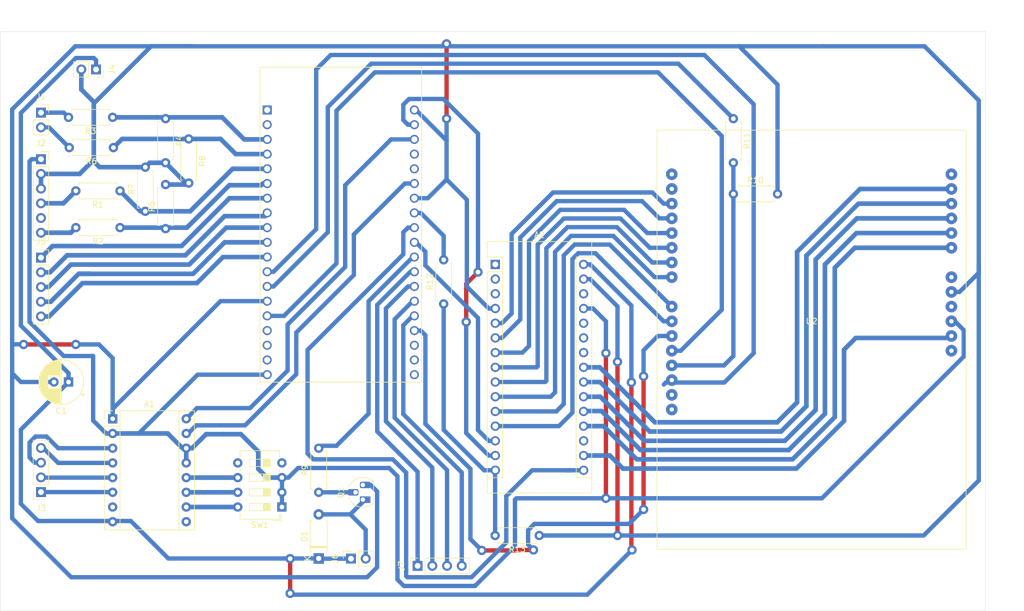
<source format=kicad_pcb>
(kicad_pcb (version 20171130) (host pcbnew "(5.1.6)-1")

  (general
    (thickness 1.6)
    (drawings 6)
    (tracks 475)
    (zones 0)
    (modules 28)
    (nets 87)
  )

  (page A4)
  (title_block
    (title "Sistema embebido para titulador automático")
    (date 2020-10-21)
    (rev 0.1)
    (company "Fernando E. Daniele")
    (comment 1 "Diseño exploratorio")
  )

  (layers
    (0 F.Cu signal)
    (31 B.Cu signal)
    (32 B.Adhes user hide)
    (33 F.Adhes user hide)
    (34 B.Paste user hide)
    (35 F.Paste user)
    (36 B.SilkS user)
    (37 F.SilkS user hide)
    (38 B.Mask user)
    (39 F.Mask user)
    (40 Dwgs.User user)
    (41 Cmts.User user)
    (42 Eco1.User user)
    (43 Eco2.User user)
    (44 Edge.Cuts user)
    (45 Margin user)
    (46 B.CrtYd user)
    (47 F.CrtYd user)
    (48 B.Fab user hide)
    (49 F.Fab user hide)
  )

  (setup
    (last_trace_width 0.75)
    (user_trace_width 0.75)
    (user_trace_width 0.8)
    (user_trace_width 0.9)
    (user_trace_width 1)
    (user_trace_width 1.5)
    (trace_clearance 0.75)
    (zone_clearance 0.508)
    (zone_45_only no)
    (trace_min 0.2)
    (via_size 0.8)
    (via_drill 0.4)
    (via_min_size 0.4)
    (via_min_drill 0.3)
    (user_via 1.6 0.8)
    (uvia_size 0.3)
    (uvia_drill 0.1)
    (uvias_allowed no)
    (uvia_min_size 0.2)
    (uvia_min_drill 0.1)
    (edge_width 0.05)
    (segment_width 0.2)
    (pcb_text_width 0.3)
    (pcb_text_size 1.5 1.5)
    (mod_edge_width 0.12)
    (mod_text_size 1 1)
    (mod_text_width 0.15)
    (pad_size 1.524 1.524)
    (pad_drill 0.762)
    (pad_to_mask_clearance 0.05)
    (aux_axis_origin 0 0)
    (visible_elements 7FFFFFFF)
    (pcbplotparams
      (layerselection 0x010fc_ffffffff)
      (usegerberextensions false)
      (usegerberattributes true)
      (usegerberadvancedattributes true)
      (creategerberjobfile true)
      (excludeedgelayer true)
      (linewidth 0.100000)
      (plotframeref false)
      (viasonmask false)
      (mode 1)
      (useauxorigin false)
      (hpglpennumber 1)
      (hpglpenspeed 20)
      (hpglpendiameter 15.000000)
      (psnegative false)
      (psa4output false)
      (plotreference true)
      (plotvalue true)
      (plotinvisibletext false)
      (padsonsilk false)
      (subtractmaskfromsilk false)
      (outputformat 1)
      (mirror false)
      (drillshape 1)
      (scaleselection 1)
      (outputdirectory ""))
  )

  (net 0 "")
  (net 1 GND)
  (net 2 "Net-(A1-Pad9)")
  (net 3 +5V)
  (net 4 "Net-(A1-Pad10)")
  (net 5 "Net-(A1-Pad3)")
  (net 6 "Net-(A1-Pad11)")
  (net 7 "Net-(A1-Pad4)")
  (net 8 "Net-(A1-Pad12)")
  (net 9 "Net-(A1-Pad5)")
  (net 10 "Net-(A1-Pad6)")
  (net 11 StepPAP)
  (net 12 +12V)
  (net 13 DirPAP)
  (net 14 "Net-(A2-Pad1)")
  (net 15 +3V3)
  (net 16 "Net-(A2-Pad2)")
  (net 17 "Net-(A2-Pad18)")
  (net 18 "Net-(A2-Pad3)")
  (net 19 "Net-(A2-Pad19)")
  (net 20 "Net-(A2-Pad20)")
  (net 21 "Net-(A2-Pad5)")
  (net 22 "Net-(A2-Pad21)")
  (net 23 "Net-(A2-Pad6)")
  (net 24 "Net-(A2-Pad22)")
  (net 25 "Net-(A2-Pad7)")
  (net 26 "Net-(A2-Pad23)")
  (net 27 "Net-(A2-Pad8)")
  (net 28 "Net-(A2-Pad24)")
  (net 29 "Net-(A2-Pad9)")
  (net 30 "Net-(A2-Pad25)")
  (net 31 "Net-(A2-Pad10)")
  (net 32 "Net-(A2-Pad26)")
  (net 33 "Net-(A2-Pad11)")
  (net 34 "Net-(A2-Pad12)")
  (net 35 "Net-(A2-Pad28)")
  (net 36 VCSO)
  (net 37 VMOSI)
  (net 38 VMISO)
  (net 39 VCLK)
  (net 40 "Net-(D1-Pad2)")
  (net 41 "Net-(J1-Pad2)")
  (net 42 "Net-(J1-Pad1)")
  (net 43 "Net-(J2-Pad4)")
  (net 44 "Net-(J2-Pad5)")
  (net 45 "Net-(J2-Pad6)")
  (net 46 "Net-(J5-Pad1)")
  (net 47 "Net-(J5-Pad2)")
  (net 48 "Net-(J5-Pad3)")
  (net 49 "Net-(J5-Pad4)")
  (net 50 "Net-(J5-Pad5)")
  (net 51 "Net-(J7-Pad1)")
  (net 52 "Net-(J7-Pad2)")
  (net 53 "Net-(J7-Pad3)")
  (net 54 "Net-(J7-Pad4)")
  (net 55 "Net-(Q1-Pad2)")
  (net 56 "Net-(R1-Pad1)")
  (net 57 "Net-(R2-Pad1)")
  (net 58 "Net-(R3-Pad1)")
  (net 59 "Net-(R6-Pad1)")
  (net 60 Agitador)
  (net 61 HMISO)
  (net 62 "Net-(R11-Pad1)")
  (net 63 "Net-(R12-Pad2)")
  (net 64 "Net-(SW1-Pad5)")
  (net 65 "Net-(SW1-Pad4)")
  (net 66 "Net-(U1-Pad1)")
  (net 67 "Net-(U1-Pad2)")
  (net 68 HCLK)
  (net 69 HMOSI)
  (net 70 "Net-(U1-Pad16)")
  (net 71 "Net-(U1-Pad17)")
  (net 72 "Net-(U1-Pad18)")
  (net 73 "Net-(U1-Pad23)")
  (net 74 "Net-(U1-Pad24)")
  (net 75 HCSO)
  (net 76 "Net-(U1-Pad36)")
  (net 77 "Net-(U1-Pad37)")
  (net 78 "Net-(U1-Pad38)")
  (net 79 "Net-(U2-Pad1)")
  (net 80 "Net-(U2-Pad2)")
  (net 81 "Net-(U2-Pad15)")
  (net 82 "Net-(U2-Pad16)")
  (net 83 "Net-(U2-Pad17)")
  (net 84 "Net-(U2-Pad23)")
  (net 85 "Net-(U2-Pad25)")
  (net 86 "Net-(U2-Pad28)")

  (net_class Default "This is the default net class."
    (clearance 0.75)
    (trace_width 0.25)
    (via_dia 0.8)
    (via_drill 0.4)
    (uvia_dia 0.3)
    (uvia_drill 0.1)
    (add_net +12V)
    (add_net +3V3)
    (add_net +5V)
    (add_net Agitador)
    (add_net DirPAP)
    (add_net GND)
    (add_net HCLK)
    (add_net HCSO)
    (add_net HMISO)
    (add_net HMOSI)
    (add_net "Net-(A1-Pad10)")
    (add_net "Net-(A1-Pad11)")
    (add_net "Net-(A1-Pad12)")
    (add_net "Net-(A1-Pad3)")
    (add_net "Net-(A1-Pad4)")
    (add_net "Net-(A1-Pad5)")
    (add_net "Net-(A1-Pad6)")
    (add_net "Net-(A1-Pad9)")
    (add_net "Net-(A2-Pad1)")
    (add_net "Net-(A2-Pad10)")
    (add_net "Net-(A2-Pad11)")
    (add_net "Net-(A2-Pad12)")
    (add_net "Net-(A2-Pad18)")
    (add_net "Net-(A2-Pad19)")
    (add_net "Net-(A2-Pad2)")
    (add_net "Net-(A2-Pad20)")
    (add_net "Net-(A2-Pad21)")
    (add_net "Net-(A2-Pad22)")
    (add_net "Net-(A2-Pad23)")
    (add_net "Net-(A2-Pad24)")
    (add_net "Net-(A2-Pad25)")
    (add_net "Net-(A2-Pad26)")
    (add_net "Net-(A2-Pad28)")
    (add_net "Net-(A2-Pad3)")
    (add_net "Net-(A2-Pad5)")
    (add_net "Net-(A2-Pad6)")
    (add_net "Net-(A2-Pad7)")
    (add_net "Net-(A2-Pad8)")
    (add_net "Net-(A2-Pad9)")
    (add_net "Net-(D1-Pad2)")
    (add_net "Net-(J1-Pad1)")
    (add_net "Net-(J1-Pad2)")
    (add_net "Net-(J2-Pad4)")
    (add_net "Net-(J2-Pad5)")
    (add_net "Net-(J2-Pad6)")
    (add_net "Net-(J5-Pad1)")
    (add_net "Net-(J5-Pad2)")
    (add_net "Net-(J5-Pad3)")
    (add_net "Net-(J5-Pad4)")
    (add_net "Net-(J5-Pad5)")
    (add_net "Net-(J7-Pad1)")
    (add_net "Net-(J7-Pad2)")
    (add_net "Net-(J7-Pad3)")
    (add_net "Net-(J7-Pad4)")
    (add_net "Net-(Q1-Pad2)")
    (add_net "Net-(R1-Pad1)")
    (add_net "Net-(R11-Pad1)")
    (add_net "Net-(R12-Pad2)")
    (add_net "Net-(R2-Pad1)")
    (add_net "Net-(R3-Pad1)")
    (add_net "Net-(R6-Pad1)")
    (add_net "Net-(SW1-Pad4)")
    (add_net "Net-(SW1-Pad5)")
    (add_net "Net-(U1-Pad1)")
    (add_net "Net-(U1-Pad16)")
    (add_net "Net-(U1-Pad17)")
    (add_net "Net-(U1-Pad18)")
    (add_net "Net-(U1-Pad2)")
    (add_net "Net-(U1-Pad23)")
    (add_net "Net-(U1-Pad24)")
    (add_net "Net-(U1-Pad36)")
    (add_net "Net-(U1-Pad37)")
    (add_net "Net-(U1-Pad38)")
    (add_net "Net-(U2-Pad1)")
    (add_net "Net-(U2-Pad15)")
    (add_net "Net-(U2-Pad16)")
    (add_net "Net-(U2-Pad17)")
    (add_net "Net-(U2-Pad2)")
    (add_net "Net-(U2-Pad23)")
    (add_net "Net-(U2-Pad25)")
    (add_net "Net-(U2-Pad28)")
    (add_net StepPAP)
    (add_net VCLK)
    (add_net VCSO)
    (add_net VMISO)
    (add_net VMOSI)
  )

  (module Capacitor_THT:CP_Radial_D7.5mm_P2.50mm (layer F.Cu) (tedit 5AE50EF0) (tstamp 5F90AD55)
    (at 73.25 102.99 180)
    (descr "CP, Radial series, Radial, pin pitch=2.50mm, , diameter=7.5mm, Electrolytic Capacitor")
    (tags "CP Radial series Radial pin pitch 2.50mm  diameter 7.5mm Electrolytic Capacitor")
    (path /5F57D6F2)
    (fp_text reference C1 (at 1.25 -5) (layer F.SilkS)
      (effects (font (size 1 1) (thickness 0.15)))
    )
    (fp_text value 100uF (at 1.25 5) (layer F.Fab)
      (effects (font (size 1 1) (thickness 0.15)))
    )
    (fp_line (start -2.517211 -2.55) (end -2.517211 -1.8) (layer F.SilkS) (width 0.12))
    (fp_line (start -2.892211 -2.175) (end -2.142211 -2.175) (layer F.SilkS) (width 0.12))
    (fp_line (start 5.091 -0.441) (end 5.091 0.441) (layer F.SilkS) (width 0.12))
    (fp_line (start 5.051 -0.693) (end 5.051 0.693) (layer F.SilkS) (width 0.12))
    (fp_line (start 5.011 -0.877) (end 5.011 0.877) (layer F.SilkS) (width 0.12))
    (fp_line (start 4.971 -1.028) (end 4.971 1.028) (layer F.SilkS) (width 0.12))
    (fp_line (start 4.931 -1.158) (end 4.931 1.158) (layer F.SilkS) (width 0.12))
    (fp_line (start 4.891 -1.275) (end 4.891 1.275) (layer F.SilkS) (width 0.12))
    (fp_line (start 4.851 -1.381) (end 4.851 1.381) (layer F.SilkS) (width 0.12))
    (fp_line (start 4.811 -1.478) (end 4.811 1.478) (layer F.SilkS) (width 0.12))
    (fp_line (start 4.771 -1.569) (end 4.771 1.569) (layer F.SilkS) (width 0.12))
    (fp_line (start 4.731 -1.654) (end 4.731 1.654) (layer F.SilkS) (width 0.12))
    (fp_line (start 4.691 -1.733) (end 4.691 1.733) (layer F.SilkS) (width 0.12))
    (fp_line (start 4.651 -1.809) (end 4.651 1.809) (layer F.SilkS) (width 0.12))
    (fp_line (start 4.611 -1.881) (end 4.611 1.881) (layer F.SilkS) (width 0.12))
    (fp_line (start 4.571 -1.949) (end 4.571 1.949) (layer F.SilkS) (width 0.12))
    (fp_line (start 4.531 -2.014) (end 4.531 2.014) (layer F.SilkS) (width 0.12))
    (fp_line (start 4.491 -2.077) (end 4.491 2.077) (layer F.SilkS) (width 0.12))
    (fp_line (start 4.451 -2.137) (end 4.451 2.137) (layer F.SilkS) (width 0.12))
    (fp_line (start 4.411 -2.195) (end 4.411 2.195) (layer F.SilkS) (width 0.12))
    (fp_line (start 4.371 -2.25) (end 4.371 2.25) (layer F.SilkS) (width 0.12))
    (fp_line (start 4.331 -2.304) (end 4.331 2.304) (layer F.SilkS) (width 0.12))
    (fp_line (start 4.291 -2.355) (end 4.291 2.355) (layer F.SilkS) (width 0.12))
    (fp_line (start 4.251 -2.405) (end 4.251 2.405) (layer F.SilkS) (width 0.12))
    (fp_line (start 4.211 -2.454) (end 4.211 2.454) (layer F.SilkS) (width 0.12))
    (fp_line (start 4.171 -2.5) (end 4.171 2.5) (layer F.SilkS) (width 0.12))
    (fp_line (start 4.131 -2.546) (end 4.131 2.546) (layer F.SilkS) (width 0.12))
    (fp_line (start 4.091 -2.589) (end 4.091 2.589) (layer F.SilkS) (width 0.12))
    (fp_line (start 4.051 -2.632) (end 4.051 2.632) (layer F.SilkS) (width 0.12))
    (fp_line (start 4.011 -2.673) (end 4.011 2.673) (layer F.SilkS) (width 0.12))
    (fp_line (start 3.971 -2.713) (end 3.971 2.713) (layer F.SilkS) (width 0.12))
    (fp_line (start 3.931 -2.752) (end 3.931 2.752) (layer F.SilkS) (width 0.12))
    (fp_line (start 3.891 -2.79) (end 3.891 2.79) (layer F.SilkS) (width 0.12))
    (fp_line (start 3.851 -2.827) (end 3.851 2.827) (layer F.SilkS) (width 0.12))
    (fp_line (start 3.811 -2.863) (end 3.811 2.863) (layer F.SilkS) (width 0.12))
    (fp_line (start 3.771 -2.898) (end 3.771 2.898) (layer F.SilkS) (width 0.12))
    (fp_line (start 3.731 -2.931) (end 3.731 2.931) (layer F.SilkS) (width 0.12))
    (fp_line (start 3.691 -2.964) (end 3.691 2.964) (layer F.SilkS) (width 0.12))
    (fp_line (start 3.651 -2.996) (end 3.651 2.996) (layer F.SilkS) (width 0.12))
    (fp_line (start 3.611 -3.028) (end 3.611 3.028) (layer F.SilkS) (width 0.12))
    (fp_line (start 3.571 -3.058) (end 3.571 3.058) (layer F.SilkS) (width 0.12))
    (fp_line (start 3.531 1.04) (end 3.531 3.088) (layer F.SilkS) (width 0.12))
    (fp_line (start 3.531 -3.088) (end 3.531 -1.04) (layer F.SilkS) (width 0.12))
    (fp_line (start 3.491 1.04) (end 3.491 3.116) (layer F.SilkS) (width 0.12))
    (fp_line (start 3.491 -3.116) (end 3.491 -1.04) (layer F.SilkS) (width 0.12))
    (fp_line (start 3.451 1.04) (end 3.451 3.144) (layer F.SilkS) (width 0.12))
    (fp_line (start 3.451 -3.144) (end 3.451 -1.04) (layer F.SilkS) (width 0.12))
    (fp_line (start 3.411 1.04) (end 3.411 3.172) (layer F.SilkS) (width 0.12))
    (fp_line (start 3.411 -3.172) (end 3.411 -1.04) (layer F.SilkS) (width 0.12))
    (fp_line (start 3.371 1.04) (end 3.371 3.198) (layer F.SilkS) (width 0.12))
    (fp_line (start 3.371 -3.198) (end 3.371 -1.04) (layer F.SilkS) (width 0.12))
    (fp_line (start 3.331 1.04) (end 3.331 3.224) (layer F.SilkS) (width 0.12))
    (fp_line (start 3.331 -3.224) (end 3.331 -1.04) (layer F.SilkS) (width 0.12))
    (fp_line (start 3.291 1.04) (end 3.291 3.249) (layer F.SilkS) (width 0.12))
    (fp_line (start 3.291 -3.249) (end 3.291 -1.04) (layer F.SilkS) (width 0.12))
    (fp_line (start 3.251 1.04) (end 3.251 3.274) (layer F.SilkS) (width 0.12))
    (fp_line (start 3.251 -3.274) (end 3.251 -1.04) (layer F.SilkS) (width 0.12))
    (fp_line (start 3.211 1.04) (end 3.211 3.297) (layer F.SilkS) (width 0.12))
    (fp_line (start 3.211 -3.297) (end 3.211 -1.04) (layer F.SilkS) (width 0.12))
    (fp_line (start 3.171 1.04) (end 3.171 3.321) (layer F.SilkS) (width 0.12))
    (fp_line (start 3.171 -3.321) (end 3.171 -1.04) (layer F.SilkS) (width 0.12))
    (fp_line (start 3.131 1.04) (end 3.131 3.343) (layer F.SilkS) (width 0.12))
    (fp_line (start 3.131 -3.343) (end 3.131 -1.04) (layer F.SilkS) (width 0.12))
    (fp_line (start 3.091 1.04) (end 3.091 3.365) (layer F.SilkS) (width 0.12))
    (fp_line (start 3.091 -3.365) (end 3.091 -1.04) (layer F.SilkS) (width 0.12))
    (fp_line (start 3.051 1.04) (end 3.051 3.386) (layer F.SilkS) (width 0.12))
    (fp_line (start 3.051 -3.386) (end 3.051 -1.04) (layer F.SilkS) (width 0.12))
    (fp_line (start 3.011 1.04) (end 3.011 3.407) (layer F.SilkS) (width 0.12))
    (fp_line (start 3.011 -3.407) (end 3.011 -1.04) (layer F.SilkS) (width 0.12))
    (fp_line (start 2.971 1.04) (end 2.971 3.427) (layer F.SilkS) (width 0.12))
    (fp_line (start 2.971 -3.427) (end 2.971 -1.04) (layer F.SilkS) (width 0.12))
    (fp_line (start 2.931 1.04) (end 2.931 3.447) (layer F.SilkS) (width 0.12))
    (fp_line (start 2.931 -3.447) (end 2.931 -1.04) (layer F.SilkS) (width 0.12))
    (fp_line (start 2.891 1.04) (end 2.891 3.466) (layer F.SilkS) (width 0.12))
    (fp_line (start 2.891 -3.466) (end 2.891 -1.04) (layer F.SilkS) (width 0.12))
    (fp_line (start 2.851 1.04) (end 2.851 3.484) (layer F.SilkS) (width 0.12))
    (fp_line (start 2.851 -3.484) (end 2.851 -1.04) (layer F.SilkS) (width 0.12))
    (fp_line (start 2.811 1.04) (end 2.811 3.502) (layer F.SilkS) (width 0.12))
    (fp_line (start 2.811 -3.502) (end 2.811 -1.04) (layer F.SilkS) (width 0.12))
    (fp_line (start 2.771 1.04) (end 2.771 3.52) (layer F.SilkS) (width 0.12))
    (fp_line (start 2.771 -3.52) (end 2.771 -1.04) (layer F.SilkS) (width 0.12))
    (fp_line (start 2.731 1.04) (end 2.731 3.536) (layer F.SilkS) (width 0.12))
    (fp_line (start 2.731 -3.536) (end 2.731 -1.04) (layer F.SilkS) (width 0.12))
    (fp_line (start 2.691 1.04) (end 2.691 3.553) (layer F.SilkS) (width 0.12))
    (fp_line (start 2.691 -3.553) (end 2.691 -1.04) (layer F.SilkS) (width 0.12))
    (fp_line (start 2.651 1.04) (end 2.651 3.568) (layer F.SilkS) (width 0.12))
    (fp_line (start 2.651 -3.568) (end 2.651 -1.04) (layer F.SilkS) (width 0.12))
    (fp_line (start 2.611 1.04) (end 2.611 3.584) (layer F.SilkS) (width 0.12))
    (fp_line (start 2.611 -3.584) (end 2.611 -1.04) (layer F.SilkS) (width 0.12))
    (fp_line (start 2.571 1.04) (end 2.571 3.598) (layer F.SilkS) (width 0.12))
    (fp_line (start 2.571 -3.598) (end 2.571 -1.04) (layer F.SilkS) (width 0.12))
    (fp_line (start 2.531 1.04) (end 2.531 3.613) (layer F.SilkS) (width 0.12))
    (fp_line (start 2.531 -3.613) (end 2.531 -1.04) (layer F.SilkS) (width 0.12))
    (fp_line (start 2.491 1.04) (end 2.491 3.626) (layer F.SilkS) (width 0.12))
    (fp_line (start 2.491 -3.626) (end 2.491 -1.04) (layer F.SilkS) (width 0.12))
    (fp_line (start 2.451 1.04) (end 2.451 3.64) (layer F.SilkS) (width 0.12))
    (fp_line (start 2.451 -3.64) (end 2.451 -1.04) (layer F.SilkS) (width 0.12))
    (fp_line (start 2.411 1.04) (end 2.411 3.653) (layer F.SilkS) (width 0.12))
    (fp_line (start 2.411 -3.653) (end 2.411 -1.04) (layer F.SilkS) (width 0.12))
    (fp_line (start 2.371 1.04) (end 2.371 3.665) (layer F.SilkS) (width 0.12))
    (fp_line (start 2.371 -3.665) (end 2.371 -1.04) (layer F.SilkS) (width 0.12))
    (fp_line (start 2.331 1.04) (end 2.331 3.677) (layer F.SilkS) (width 0.12))
    (fp_line (start 2.331 -3.677) (end 2.331 -1.04) (layer F.SilkS) (width 0.12))
    (fp_line (start 2.291 1.04) (end 2.291 3.688) (layer F.SilkS) (width 0.12))
    (fp_line (start 2.291 -3.688) (end 2.291 -1.04) (layer F.SilkS) (width 0.12))
    (fp_line (start 2.251 1.04) (end 2.251 3.699) (layer F.SilkS) (width 0.12))
    (fp_line (start 2.251 -3.699) (end 2.251 -1.04) (layer F.SilkS) (width 0.12))
    (fp_line (start 2.211 1.04) (end 2.211 3.71) (layer F.SilkS) (width 0.12))
    (fp_line (start 2.211 -3.71) (end 2.211 -1.04) (layer F.SilkS) (width 0.12))
    (fp_line (start 2.171 1.04) (end 2.171 3.72) (layer F.SilkS) (width 0.12))
    (fp_line (start 2.171 -3.72) (end 2.171 -1.04) (layer F.SilkS) (width 0.12))
    (fp_line (start 2.131 1.04) (end 2.131 3.729) (layer F.SilkS) (width 0.12))
    (fp_line (start 2.131 -3.729) (end 2.131 -1.04) (layer F.SilkS) (width 0.12))
    (fp_line (start 2.091 1.04) (end 2.091 3.738) (layer F.SilkS) (width 0.12))
    (fp_line (start 2.091 -3.738) (end 2.091 -1.04) (layer F.SilkS) (width 0.12))
    (fp_line (start 2.051 1.04) (end 2.051 3.747) (layer F.SilkS) (width 0.12))
    (fp_line (start 2.051 -3.747) (end 2.051 -1.04) (layer F.SilkS) (width 0.12))
    (fp_line (start 2.011 1.04) (end 2.011 3.755) (layer F.SilkS) (width 0.12))
    (fp_line (start 2.011 -3.755) (end 2.011 -1.04) (layer F.SilkS) (width 0.12))
    (fp_line (start 1.971 1.04) (end 1.971 3.763) (layer F.SilkS) (width 0.12))
    (fp_line (start 1.971 -3.763) (end 1.971 -1.04) (layer F.SilkS) (width 0.12))
    (fp_line (start 1.93 1.04) (end 1.93 3.77) (layer F.SilkS) (width 0.12))
    (fp_line (start 1.93 -3.77) (end 1.93 -1.04) (layer F.SilkS) (width 0.12))
    (fp_line (start 1.89 1.04) (end 1.89 3.777) (layer F.SilkS) (width 0.12))
    (fp_line (start 1.89 -3.777) (end 1.89 -1.04) (layer F.SilkS) (width 0.12))
    (fp_line (start 1.85 1.04) (end 1.85 3.784) (layer F.SilkS) (width 0.12))
    (fp_line (start 1.85 -3.784) (end 1.85 -1.04) (layer F.SilkS) (width 0.12))
    (fp_line (start 1.81 1.04) (end 1.81 3.79) (layer F.SilkS) (width 0.12))
    (fp_line (start 1.81 -3.79) (end 1.81 -1.04) (layer F.SilkS) (width 0.12))
    (fp_line (start 1.77 1.04) (end 1.77 3.795) (layer F.SilkS) (width 0.12))
    (fp_line (start 1.77 -3.795) (end 1.77 -1.04) (layer F.SilkS) (width 0.12))
    (fp_line (start 1.73 1.04) (end 1.73 3.801) (layer F.SilkS) (width 0.12))
    (fp_line (start 1.73 -3.801) (end 1.73 -1.04) (layer F.SilkS) (width 0.12))
    (fp_line (start 1.69 1.04) (end 1.69 3.805) (layer F.SilkS) (width 0.12))
    (fp_line (start 1.69 -3.805) (end 1.69 -1.04) (layer F.SilkS) (width 0.12))
    (fp_line (start 1.65 1.04) (end 1.65 3.81) (layer F.SilkS) (width 0.12))
    (fp_line (start 1.65 -3.81) (end 1.65 -1.04) (layer F.SilkS) (width 0.12))
    (fp_line (start 1.61 1.04) (end 1.61 3.814) (layer F.SilkS) (width 0.12))
    (fp_line (start 1.61 -3.814) (end 1.61 -1.04) (layer F.SilkS) (width 0.12))
    (fp_line (start 1.57 1.04) (end 1.57 3.817) (layer F.SilkS) (width 0.12))
    (fp_line (start 1.57 -3.817) (end 1.57 -1.04) (layer F.SilkS) (width 0.12))
    (fp_line (start 1.53 1.04) (end 1.53 3.82) (layer F.SilkS) (width 0.12))
    (fp_line (start 1.53 -3.82) (end 1.53 -1.04) (layer F.SilkS) (width 0.12))
    (fp_line (start 1.49 1.04) (end 1.49 3.823) (layer F.SilkS) (width 0.12))
    (fp_line (start 1.49 -3.823) (end 1.49 -1.04) (layer F.SilkS) (width 0.12))
    (fp_line (start 1.45 -3.825) (end 1.45 3.825) (layer F.SilkS) (width 0.12))
    (fp_line (start 1.41 -3.827) (end 1.41 3.827) (layer F.SilkS) (width 0.12))
    (fp_line (start 1.37 -3.829) (end 1.37 3.829) (layer F.SilkS) (width 0.12))
    (fp_line (start 1.33 -3.83) (end 1.33 3.83) (layer F.SilkS) (width 0.12))
    (fp_line (start 1.29 -3.83) (end 1.29 3.83) (layer F.SilkS) (width 0.12))
    (fp_line (start 1.25 -3.83) (end 1.25 3.83) (layer F.SilkS) (width 0.12))
    (fp_line (start -1.586233 -2.0125) (end -1.586233 -1.2625) (layer F.Fab) (width 0.1))
    (fp_line (start -1.961233 -1.6375) (end -1.211233 -1.6375) (layer F.Fab) (width 0.1))
    (fp_circle (center 1.25 0) (end 5.25 0) (layer F.CrtYd) (width 0.05))
    (fp_circle (center 1.25 0) (end 5.12 0) (layer F.SilkS) (width 0.12))
    (fp_circle (center 1.25 0) (end 5 0) (layer F.Fab) (width 0.1))
    (fp_text user %R (at 1.25 0) (layer F.Fab)
      (effects (font (size 1 1) (thickness 0.15)))
    )
    (pad 1 thru_hole rect (at 0 0 180) (size 1.6 1.6) (drill 0.8) (layers *.Cu *.Mask)
      (net 12 +12V))
    (pad 2 thru_hole circle (at 2.5 0 180) (size 1.6 1.6) (drill 0.8) (layers *.Cu *.Mask)
      (net 1 GND))
    (model ${KISYS3DMOD}/Capacitor_THT.3dshapes/CP_Radial_D7.5mm_P2.50mm.wrl
      (at (xyz 0 0 0))
      (scale (xyz 1 1 1))
      (rotate (xyz 0 0 0))
    )
  )

  (module Connector_PinSocket_2.54mm:PinSocket_1x06_P2.54mm_Vertical (layer F.Cu) (tedit 5A19A430) (tstamp 5F90ADA4)
    (at 68.5 64.5)
    (descr "Through hole straight socket strip, 1x06, 2.54mm pitch, single row (from Kicad 4.0.7), script generated")
    (tags "Through hole socket strip THT 1x06 2.54mm single row")
    (path /5F57C5F3)
    (fp_text reference J2 (at 0 -2.77) (layer F.SilkS)
      (effects (font (size 1 1) (thickness 0.15)))
    )
    (fp_text value 1x6_F (at 0 15.47) (layer F.Fab)
      (effects (font (size 1 1) (thickness 0.15)))
    )
    (fp_line (start -1.8 14.45) (end -1.8 -1.8) (layer F.CrtYd) (width 0.05))
    (fp_line (start 1.75 14.45) (end -1.8 14.45) (layer F.CrtYd) (width 0.05))
    (fp_line (start 1.75 -1.8) (end 1.75 14.45) (layer F.CrtYd) (width 0.05))
    (fp_line (start -1.8 -1.8) (end 1.75 -1.8) (layer F.CrtYd) (width 0.05))
    (fp_line (start 0 -1.33) (end 1.33 -1.33) (layer F.SilkS) (width 0.12))
    (fp_line (start 1.33 -1.33) (end 1.33 0) (layer F.SilkS) (width 0.12))
    (fp_line (start 1.33 1.27) (end 1.33 14.03) (layer F.SilkS) (width 0.12))
    (fp_line (start -1.33 14.03) (end 1.33 14.03) (layer F.SilkS) (width 0.12))
    (fp_line (start -1.33 1.27) (end -1.33 14.03) (layer F.SilkS) (width 0.12))
    (fp_line (start -1.33 1.27) (end 1.33 1.27) (layer F.SilkS) (width 0.12))
    (fp_line (start -1.27 13.97) (end -1.27 -1.27) (layer F.Fab) (width 0.1))
    (fp_line (start 1.27 13.97) (end -1.27 13.97) (layer F.Fab) (width 0.1))
    (fp_line (start 1.27 -0.635) (end 1.27 13.97) (layer F.Fab) (width 0.1))
    (fp_line (start 0.635 -1.27) (end 1.27 -0.635) (layer F.Fab) (width 0.1))
    (fp_line (start -1.27 -1.27) (end 0.635 -1.27) (layer F.Fab) (width 0.1))
    (fp_text user %R (at -5.08 3.81 90) (layer F.Fab)
      (effects (font (size 1 1) (thickness 0.15)))
    )
    (pad 1 thru_hole rect (at 0 0) (size 1.7 1.7) (drill 1) (layers *.Cu *.Mask)
      (net 3 +5V))
    (pad 2 thru_hole oval (at 0 2.54) (size 1.7 1.7) (drill 1) (layers *.Cu *.Mask)
      (net 1 GND))
    (pad 3 thru_hole oval (at 0 5.08) (size 1.7 1.7) (drill 1) (layers *.Cu *.Mask)
      (net 1 GND))
    (pad 4 thru_hole oval (at 0 7.62) (size 1.7 1.7) (drill 1) (layers *.Cu *.Mask)
      (net 43 "Net-(J2-Pad4)"))
    (pad 5 thru_hole oval (at 0 10.16) (size 1.7 1.7) (drill 1) (layers *.Cu *.Mask)
      (net 44 "Net-(J2-Pad5)"))
    (pad 6 thru_hole oval (at 0 12.7) (size 1.7 1.7) (drill 1) (layers *.Cu *.Mask)
      (net 45 "Net-(J2-Pad6)"))
    (model ${KISYS3DMOD}/Connector_PinSocket_2.54mm.3dshapes/PinSocket_1x06_P2.54mm_Vertical.wrl
      (at (xyz 0 0 0))
      (scale (xyz 1 1 1))
      (rotate (xyz 0 0 0))
    )
  )

  (module Module:Pololu_Breakout-16_15.2x20.3mm (layer F.Cu) (tedit 58AB602C) (tstamp 5F90AC75)
    (at 80.87 109.34)
    (descr "Pololu Breakout 16-pin 15.2x20.3mm 0.6x0.8\\")
    (tags "Pololu Breakout")
    (path /5F56FC95)
    (fp_text reference A1 (at 6.35 -2.54) (layer F.SilkS)
      (effects (font (size 1 1) (thickness 0.15)))
    )
    (fp_text value Pololu_Breakout_DRV8825 (at 6.35 20.17) (layer F.Fab)
      (effects (font (size 1 1) (thickness 0.15)))
    )
    (fp_line (start 14.21 19.3) (end -1.53 19.3) (layer F.CrtYd) (width 0.05))
    (fp_line (start 14.21 19.3) (end 14.21 -1.52) (layer F.CrtYd) (width 0.05))
    (fp_line (start -1.53 -1.52) (end -1.53 19.3) (layer F.CrtYd) (width 0.05))
    (fp_line (start -1.53 -1.52) (end 14.21 -1.52) (layer F.CrtYd) (width 0.05))
    (fp_line (start -1.27 19.05) (end -1.27 0) (layer F.Fab) (width 0.1))
    (fp_line (start 13.97 19.05) (end -1.27 19.05) (layer F.Fab) (width 0.1))
    (fp_line (start 13.97 -1.27) (end 13.97 19.05) (layer F.Fab) (width 0.1))
    (fp_line (start 0 -1.27) (end 13.97 -1.27) (layer F.Fab) (width 0.1))
    (fp_line (start -1.27 0) (end 0 -1.27) (layer F.Fab) (width 0.1))
    (fp_line (start 14.1 -1.4) (end 1.27 -1.4) (layer F.SilkS) (width 0.12))
    (fp_line (start 14.1 19.18) (end 14.1 -1.4) (layer F.SilkS) (width 0.12))
    (fp_line (start -1.4 19.18) (end 14.1 19.18) (layer F.SilkS) (width 0.12))
    (fp_line (start -1.4 1.27) (end -1.4 19.18) (layer F.SilkS) (width 0.12))
    (fp_line (start 1.27 1.27) (end -1.4 1.27) (layer F.SilkS) (width 0.12))
    (fp_line (start 1.27 -1.4) (end 1.27 1.27) (layer F.SilkS) (width 0.12))
    (fp_line (start -1.4 -1.4) (end -1.4 0) (layer F.SilkS) (width 0.12))
    (fp_line (start 0 -1.4) (end -1.4 -1.4) (layer F.SilkS) (width 0.12))
    (fp_line (start 1.27 1.27) (end 1.27 19.18) (layer F.SilkS) (width 0.12))
    (fp_line (start 11.43 -1.4) (end 11.43 19.18) (layer F.SilkS) (width 0.12))
    (fp_text user %R (at 6.35 0) (layer F.Fab)
      (effects (font (size 1 1) (thickness 0.15)))
    )
    (pad 1 thru_hole rect (at 0 0) (size 1.6 1.6) (drill 0.8) (layers *.Cu *.Mask)
      (net 1 GND))
    (pad 9 thru_hole oval (at 12.7 17.78) (size 1.6 1.6) (drill 0.8) (layers *.Cu *.Mask)
      (net 2 "Net-(A1-Pad9)"))
    (pad 2 thru_hole oval (at 0 2.54) (size 1.6 1.6) (drill 0.8) (layers *.Cu *.Mask)
      (net 3 +5V))
    (pad 10 thru_hole oval (at 12.7 15.24) (size 1.6 1.6) (drill 0.8) (layers *.Cu *.Mask)
      (net 4 "Net-(A1-Pad10)"))
    (pad 3 thru_hole oval (at 0 5.08) (size 1.6 1.6) (drill 0.8) (layers *.Cu *.Mask)
      (net 5 "Net-(A1-Pad3)"))
    (pad 11 thru_hole oval (at 12.7 12.7) (size 1.6 1.6) (drill 0.8) (layers *.Cu *.Mask)
      (net 6 "Net-(A1-Pad11)"))
    (pad 4 thru_hole oval (at 0 7.62) (size 1.6 1.6) (drill 0.8) (layers *.Cu *.Mask)
      (net 7 "Net-(A1-Pad4)"))
    (pad 12 thru_hole oval (at 12.7 10.16) (size 1.6 1.6) (drill 0.8) (layers *.Cu *.Mask)
      (net 8 "Net-(A1-Pad12)"))
    (pad 5 thru_hole oval (at 0 10.16) (size 1.6 1.6) (drill 0.8) (layers *.Cu *.Mask)
      (net 9 "Net-(A1-Pad5)"))
    (pad 13 thru_hole oval (at 12.7 7.62) (size 1.6 1.6) (drill 0.8) (layers *.Cu *.Mask)
      (net 3 +5V))
    (pad 6 thru_hole oval (at 0 12.7) (size 1.6 1.6) (drill 0.8) (layers *.Cu *.Mask)
      (net 10 "Net-(A1-Pad6)"))
    (pad 14 thru_hole oval (at 12.7 5.08) (size 1.6 1.6) (drill 0.8) (layers *.Cu *.Mask)
      (net 3 +5V))
    (pad 7 thru_hole oval (at 0 15.24) (size 1.6 1.6) (drill 0.8) (layers *.Cu *.Mask)
      (net 1 GND))
    (pad 15 thru_hole oval (at 12.7 2.54) (size 1.6 1.6) (drill 0.8) (layers *.Cu *.Mask)
      (net 11 StepPAP))
    (pad 8 thru_hole oval (at 0 17.78) (size 1.6 1.6) (drill 0.8) (layers *.Cu *.Mask)
      (net 12 +12V))
    (pad 16 thru_hole oval (at 12.7 0) (size 1.6 1.6) (drill 0.8) (layers *.Cu *.Mask)
      (net 13 DirPAP))
    (model ${KISYS3DMOD}/Module.3dshapes/Pololu_Breakout-16_15.2x20.3mm.wrl
      (at (xyz 0 0 0))
      (scale (xyz 1 1 1))
      (rotate (xyz 0 0 0))
    )
  )

  (module Module:Arduino_Nano (layer F.Cu) (tedit 58ACAF70) (tstamp 5F90ACB2)
    (at 146.91 82.67)
    (descr "Arduino Nano, http://www.mouser.com/pdfdocs/Gravitech_Arduino_Nano3_0.pdf")
    (tags "Arduino Nano")
    (path /5F58EE95)
    (fp_text reference A2 (at 7.62 -5.08) (layer F.SilkS)
      (effects (font (size 1 1) (thickness 0.15)))
    )
    (fp_text value Arduino_Nano_v3.x (at 8.89 19.05 90) (layer F.Fab)
      (effects (font (size 1 1) (thickness 0.15)))
    )
    (fp_line (start 16.75 42.16) (end -1.53 42.16) (layer F.CrtYd) (width 0.05))
    (fp_line (start 16.75 42.16) (end 16.75 -4.06) (layer F.CrtYd) (width 0.05))
    (fp_line (start -1.53 -4.06) (end -1.53 42.16) (layer F.CrtYd) (width 0.05))
    (fp_line (start -1.53 -4.06) (end 16.75 -4.06) (layer F.CrtYd) (width 0.05))
    (fp_line (start 16.51 -3.81) (end 16.51 39.37) (layer F.Fab) (width 0.1))
    (fp_line (start 0 -3.81) (end 16.51 -3.81) (layer F.Fab) (width 0.1))
    (fp_line (start -1.27 -2.54) (end 0 -3.81) (layer F.Fab) (width 0.1))
    (fp_line (start -1.27 39.37) (end -1.27 -2.54) (layer F.Fab) (width 0.1))
    (fp_line (start 16.51 39.37) (end -1.27 39.37) (layer F.Fab) (width 0.1))
    (fp_line (start 16.64 -3.94) (end -1.4 -3.94) (layer F.SilkS) (width 0.12))
    (fp_line (start 16.64 39.5) (end 16.64 -3.94) (layer F.SilkS) (width 0.12))
    (fp_line (start -1.4 39.5) (end 16.64 39.5) (layer F.SilkS) (width 0.12))
    (fp_line (start 3.81 41.91) (end 3.81 31.75) (layer F.Fab) (width 0.1))
    (fp_line (start 11.43 41.91) (end 3.81 41.91) (layer F.Fab) (width 0.1))
    (fp_line (start 11.43 31.75) (end 11.43 41.91) (layer F.Fab) (width 0.1))
    (fp_line (start 3.81 31.75) (end 11.43 31.75) (layer F.Fab) (width 0.1))
    (fp_line (start 1.27 36.83) (end -1.4 36.83) (layer F.SilkS) (width 0.12))
    (fp_line (start 1.27 1.27) (end 1.27 36.83) (layer F.SilkS) (width 0.12))
    (fp_line (start 1.27 1.27) (end -1.4 1.27) (layer F.SilkS) (width 0.12))
    (fp_line (start 13.97 36.83) (end 16.64 36.83) (layer F.SilkS) (width 0.12))
    (fp_line (start 13.97 -1.27) (end 13.97 36.83) (layer F.SilkS) (width 0.12))
    (fp_line (start 13.97 -1.27) (end 16.64 -1.27) (layer F.SilkS) (width 0.12))
    (fp_line (start -1.4 -3.94) (end -1.4 -1.27) (layer F.SilkS) (width 0.12))
    (fp_line (start -1.4 1.27) (end -1.4 39.5) (layer F.SilkS) (width 0.12))
    (fp_line (start 1.27 -1.27) (end -1.4 -1.27) (layer F.SilkS) (width 0.12))
    (fp_line (start 1.27 1.27) (end 1.27 -1.27) (layer F.SilkS) (width 0.12))
    (fp_text user %R (at 6.35 19.05 90) (layer F.Fab)
      (effects (font (size 1 1) (thickness 0.15)))
    )
    (pad 1 thru_hole rect (at 0 0) (size 1.6 1.6) (drill 1) (layers *.Cu *.Mask)
      (net 14 "Net-(A2-Pad1)"))
    (pad 17 thru_hole oval (at 15.24 33.02) (size 1.6 1.6) (drill 1) (layers *.Cu *.Mask)
      (net 15 +3V3))
    (pad 2 thru_hole oval (at 0 2.54) (size 1.6 1.6) (drill 1) (layers *.Cu *.Mask)
      (net 16 "Net-(A2-Pad2)"))
    (pad 18 thru_hole oval (at 15.24 30.48) (size 1.6 1.6) (drill 1) (layers *.Cu *.Mask)
      (net 17 "Net-(A2-Pad18)"))
    (pad 3 thru_hole oval (at 0 5.08) (size 1.6 1.6) (drill 1) (layers *.Cu *.Mask)
      (net 18 "Net-(A2-Pad3)"))
    (pad 19 thru_hole oval (at 15.24 27.94) (size 1.6 1.6) (drill 1) (layers *.Cu *.Mask)
      (net 19 "Net-(A2-Pad19)"))
    (pad 4 thru_hole oval (at 0 7.62) (size 1.6 1.6) (drill 1) (layers *.Cu *.Mask)
      (net 1 GND))
    (pad 20 thru_hole oval (at 15.24 25.4) (size 1.6 1.6) (drill 1) (layers *.Cu *.Mask)
      (net 20 "Net-(A2-Pad20)"))
    (pad 5 thru_hole oval (at 0 10.16) (size 1.6 1.6) (drill 1) (layers *.Cu *.Mask)
      (net 21 "Net-(A2-Pad5)"))
    (pad 21 thru_hole oval (at 15.24 22.86) (size 1.6 1.6) (drill 1) (layers *.Cu *.Mask)
      (net 22 "Net-(A2-Pad21)"))
    (pad 6 thru_hole oval (at 0 12.7) (size 1.6 1.6) (drill 1) (layers *.Cu *.Mask)
      (net 23 "Net-(A2-Pad6)"))
    (pad 22 thru_hole oval (at 15.24 20.32) (size 1.6 1.6) (drill 1) (layers *.Cu *.Mask)
      (net 24 "Net-(A2-Pad22)"))
    (pad 7 thru_hole oval (at 0 15.24) (size 1.6 1.6) (drill 1) (layers *.Cu *.Mask)
      (net 25 "Net-(A2-Pad7)"))
    (pad 23 thru_hole oval (at 15.24 17.78) (size 1.6 1.6) (drill 1) (layers *.Cu *.Mask)
      (net 26 "Net-(A2-Pad23)"))
    (pad 8 thru_hole oval (at 0 17.78) (size 1.6 1.6) (drill 1) (layers *.Cu *.Mask)
      (net 27 "Net-(A2-Pad8)"))
    (pad 24 thru_hole oval (at 15.24 15.24) (size 1.6 1.6) (drill 1) (layers *.Cu *.Mask)
      (net 28 "Net-(A2-Pad24)"))
    (pad 9 thru_hole oval (at 0 20.32) (size 1.6 1.6) (drill 1) (layers *.Cu *.Mask)
      (net 29 "Net-(A2-Pad9)"))
    (pad 25 thru_hole oval (at 15.24 12.7) (size 1.6 1.6) (drill 1) (layers *.Cu *.Mask)
      (net 30 "Net-(A2-Pad25)"))
    (pad 10 thru_hole oval (at 0 22.86) (size 1.6 1.6) (drill 1) (layers *.Cu *.Mask)
      (net 31 "Net-(A2-Pad10)"))
    (pad 26 thru_hole oval (at 15.24 10.16) (size 1.6 1.6) (drill 1) (layers *.Cu *.Mask)
      (net 32 "Net-(A2-Pad26)"))
    (pad 11 thru_hole oval (at 0 25.4) (size 1.6 1.6) (drill 1) (layers *.Cu *.Mask)
      (net 33 "Net-(A2-Pad11)"))
    (pad 27 thru_hole oval (at 15.24 7.62) (size 1.6 1.6) (drill 1) (layers *.Cu *.Mask)
      (net 3 +5V))
    (pad 12 thru_hole oval (at 0 27.94) (size 1.6 1.6) (drill 1) (layers *.Cu *.Mask)
      (net 34 "Net-(A2-Pad12)"))
    (pad 28 thru_hole oval (at 15.24 5.08) (size 1.6 1.6) (drill 1) (layers *.Cu *.Mask)
      (net 35 "Net-(A2-Pad28)"))
    (pad 13 thru_hole oval (at 0 30.48) (size 1.6 1.6) (drill 1) (layers *.Cu *.Mask)
      (net 36 VCSO))
    (pad 29 thru_hole oval (at 15.24 2.54) (size 1.6 1.6) (drill 1) (layers *.Cu *.Mask)
      (net 1 GND))
    (pad 14 thru_hole oval (at 0 33.02) (size 1.6 1.6) (drill 1) (layers *.Cu *.Mask)
      (net 37 VMOSI))
    (pad 30 thru_hole oval (at 15.24 0) (size 1.6 1.6) (drill 1) (layers *.Cu *.Mask)
      (net 12 +12V))
    (pad 15 thru_hole oval (at 0 35.56) (size 1.6 1.6) (drill 1) (layers *.Cu *.Mask)
      (net 38 VMISO))
    (pad 16 thru_hole oval (at 15.24 35.56) (size 1.6 1.6) (drill 1) (layers *.Cu *.Mask)
      (net 39 VCLK))
    (model ${KISYS3DMOD}/Module.3dshapes/Arduino_Nano_WithMountingHoles.wrl
      (at (xyz 0 0 0))
      (scale (xyz 1 1 1))
      (rotate (xyz 0 0 0))
    )
  )

  (module Diode_THT:D_A-405_P7.62mm_Horizontal (layer F.Cu) (tedit 5AE50CD5) (tstamp 5F90AD74)
    (at 116.43 133.47 90)
    (descr "Diode, A-405 series, Axial, Horizontal, pin pitch=7.62mm, , length*diameter=5.2*2.7mm^2, , http://www.diodes.com/_files/packages/A-405.pdf")
    (tags "Diode A-405 series Axial Horizontal pin pitch 7.62mm  length 5.2mm diameter 2.7mm")
    (path /5F579F30)
    (fp_text reference D1 (at 3.81 -2.47 90) (layer F.SilkS)
      (effects (font (size 1 1) (thickness 0.15)))
    )
    (fp_text value 1N4007 (at 3.81 2.47 90) (layer F.Fab)
      (effects (font (size 1 1) (thickness 0.15)))
    )
    (fp_line (start 8.77 -1.6) (end -1.15 -1.6) (layer F.CrtYd) (width 0.05))
    (fp_line (start 8.77 1.6) (end 8.77 -1.6) (layer F.CrtYd) (width 0.05))
    (fp_line (start -1.15 1.6) (end 8.77 1.6) (layer F.CrtYd) (width 0.05))
    (fp_line (start -1.15 -1.6) (end -1.15 1.6) (layer F.CrtYd) (width 0.05))
    (fp_line (start 1.87 -1.47) (end 1.87 1.47) (layer F.SilkS) (width 0.12))
    (fp_line (start 2.11 -1.47) (end 2.11 1.47) (layer F.SilkS) (width 0.12))
    (fp_line (start 1.99 -1.47) (end 1.99 1.47) (layer F.SilkS) (width 0.12))
    (fp_line (start 6.53 1.47) (end 6.53 1.14) (layer F.SilkS) (width 0.12))
    (fp_line (start 1.09 1.47) (end 6.53 1.47) (layer F.SilkS) (width 0.12))
    (fp_line (start 1.09 1.14) (end 1.09 1.47) (layer F.SilkS) (width 0.12))
    (fp_line (start 6.53 -1.47) (end 6.53 -1.14) (layer F.SilkS) (width 0.12))
    (fp_line (start 1.09 -1.47) (end 6.53 -1.47) (layer F.SilkS) (width 0.12))
    (fp_line (start 1.09 -1.14) (end 1.09 -1.47) (layer F.SilkS) (width 0.12))
    (fp_line (start 1.89 -1.35) (end 1.89 1.35) (layer F.Fab) (width 0.1))
    (fp_line (start 2.09 -1.35) (end 2.09 1.35) (layer F.Fab) (width 0.1))
    (fp_line (start 1.99 -1.35) (end 1.99 1.35) (layer F.Fab) (width 0.1))
    (fp_line (start 7.62 0) (end 6.41 0) (layer F.Fab) (width 0.1))
    (fp_line (start 0 0) (end 1.21 0) (layer F.Fab) (width 0.1))
    (fp_line (start 6.41 -1.35) (end 1.21 -1.35) (layer F.Fab) (width 0.1))
    (fp_line (start 6.41 1.35) (end 6.41 -1.35) (layer F.Fab) (width 0.1))
    (fp_line (start 1.21 1.35) (end 6.41 1.35) (layer F.Fab) (width 0.1))
    (fp_line (start 1.21 -1.35) (end 1.21 1.35) (layer F.Fab) (width 0.1))
    (fp_text user %R (at 4.2 0 90) (layer F.Fab)
      (effects (font (size 1 1) (thickness 0.15)))
    )
    (fp_text user K (at 0 -1.9 90) (layer F.Fab)
      (effects (font (size 1 1) (thickness 0.15)))
    )
    (fp_text user K (at 0 -1.9 90) (layer F.SilkS)
      (effects (font (size 1 1) (thickness 0.15)))
    )
    (pad 1 thru_hole rect (at 0 0 90) (size 1.8 1.8) (drill 0.9) (layers *.Cu *.Mask)
      (net 12 +12V))
    (pad 2 thru_hole oval (at 7.62 0 90) (size 1.8 1.8) (drill 0.9) (layers *.Cu *.Mask)
      (net 40 "Net-(D1-Pad2)"))
    (model ${KISYS3DMOD}/Diode_THT.3dshapes/D_A-405_P7.62mm_Horizontal.wrl
      (at (xyz 0 0 0))
      (scale (xyz 1 1 1))
      (rotate (xyz 0 0 0))
    )
  )

  (module Connector_PinSocket_2.54mm:PinSocket_1x02_P2.54mm_Vertical (layer F.Cu) (tedit 5A19A420) (tstamp 5F90AD8A)
    (at 68.5 56.46)
    (descr "Through hole straight socket strip, 1x02, 2.54mm pitch, single row (from Kicad 4.0.7), script generated")
    (tags "Through hole socket strip THT 1x02 2.54mm single row")
    (path /5F595CC8)
    (fp_text reference J1 (at 0 -2.77) (layer F.SilkS)
      (effects (font (size 1 1) (thickness 0.15)))
    )
    (fp_text value 1x2_F (at 0 5.31) (layer F.Fab)
      (effects (font (size 1 1) (thickness 0.15)))
    )
    (fp_line (start -1.27 -1.27) (end 0.635 -1.27) (layer F.Fab) (width 0.1))
    (fp_line (start 0.635 -1.27) (end 1.27 -0.635) (layer F.Fab) (width 0.1))
    (fp_line (start 1.27 -0.635) (end 1.27 3.81) (layer F.Fab) (width 0.1))
    (fp_line (start 1.27 3.81) (end -1.27 3.81) (layer F.Fab) (width 0.1))
    (fp_line (start -1.27 3.81) (end -1.27 -1.27) (layer F.Fab) (width 0.1))
    (fp_line (start -1.33 1.27) (end 1.33 1.27) (layer F.SilkS) (width 0.12))
    (fp_line (start -1.33 1.27) (end -1.33 3.87) (layer F.SilkS) (width 0.12))
    (fp_line (start -1.33 3.87) (end 1.33 3.87) (layer F.SilkS) (width 0.12))
    (fp_line (start 1.33 1.27) (end 1.33 3.87) (layer F.SilkS) (width 0.12))
    (fp_line (start 1.33 -1.33) (end 1.33 0) (layer F.SilkS) (width 0.12))
    (fp_line (start 0 -1.33) (end 1.33 -1.33) (layer F.SilkS) (width 0.12))
    (fp_line (start -1.8 -1.8) (end 1.75 -1.8) (layer F.CrtYd) (width 0.05))
    (fp_line (start 1.75 -1.8) (end 1.75 4.3) (layer F.CrtYd) (width 0.05))
    (fp_line (start 1.75 4.3) (end -1.8 4.3) (layer F.CrtYd) (width 0.05))
    (fp_line (start -1.8 4.3) (end -1.8 -1.8) (layer F.CrtYd) (width 0.05))
    (fp_text user %R (at 0 1.27 90) (layer F.Fab)
      (effects (font (size 1 1) (thickness 0.15)))
    )
    (pad 2 thru_hole oval (at 0 2.54) (size 1.7 1.7) (drill 1) (layers *.Cu *.Mask)
      (net 41 "Net-(J1-Pad2)"))
    (pad 1 thru_hole rect (at 0 0) (size 1.7 1.7) (drill 1) (layers *.Cu *.Mask)
      (net 42 "Net-(J1-Pad1)"))
    (model ${KISYS3DMOD}/Connector_PinSocket_2.54mm.3dshapes/PinSocket_1x02_P2.54mm_Vertical.wrl
      (at (xyz 0 0 0))
      (scale (xyz 1 1 1))
      (rotate (xyz 0 0 0))
    )
  )

  (module Connector_PinSocket_2.54mm:PinSocket_1x04_P2.54mm_Vertical (layer F.Cu) (tedit 5A19A429) (tstamp 5F90ADBC)
    (at 68.5 122 180)
    (descr "Through hole straight socket strip, 1x04, 2.54mm pitch, single row (from Kicad 4.0.7), script generated")
    (tags "Through hole socket strip THT 1x04 2.54mm single row")
    (path /5F57CF41)
    (fp_text reference J3 (at 0 -2.77) (layer F.SilkS)
      (effects (font (size 1 1) (thickness 0.15)))
    )
    (fp_text value 1x4_F (at 0 10.39) (layer F.Fab)
      (effects (font (size 1 1) (thickness 0.15)))
    )
    (fp_line (start -1.27 -1.27) (end 0.635 -1.27) (layer F.Fab) (width 0.1))
    (fp_line (start 0.635 -1.27) (end 1.27 -0.635) (layer F.Fab) (width 0.1))
    (fp_line (start 1.27 -0.635) (end 1.27 8.89) (layer F.Fab) (width 0.1))
    (fp_line (start 1.27 8.89) (end -1.27 8.89) (layer F.Fab) (width 0.1))
    (fp_line (start -1.27 8.89) (end -1.27 -1.27) (layer F.Fab) (width 0.1))
    (fp_line (start -1.33 1.27) (end 1.33 1.27) (layer F.SilkS) (width 0.12))
    (fp_line (start -1.33 1.27) (end -1.33 8.95) (layer F.SilkS) (width 0.12))
    (fp_line (start -1.33 8.95) (end 1.33 8.95) (layer F.SilkS) (width 0.12))
    (fp_line (start 1.33 1.27) (end 1.33 8.95) (layer F.SilkS) (width 0.12))
    (fp_line (start 1.33 -1.33) (end 1.33 0) (layer F.SilkS) (width 0.12))
    (fp_line (start 0 -1.33) (end 1.33 -1.33) (layer F.SilkS) (width 0.12))
    (fp_line (start -1.8 -1.8) (end 1.75 -1.8) (layer F.CrtYd) (width 0.05))
    (fp_line (start 1.75 -1.8) (end 1.75 9.4) (layer F.CrtYd) (width 0.05))
    (fp_line (start 1.75 9.4) (end -1.8 9.4) (layer F.CrtYd) (width 0.05))
    (fp_line (start -1.8 9.4) (end -1.8 -1.8) (layer F.CrtYd) (width 0.05))
    (fp_text user %R (at 0 3.81 90) (layer F.Fab)
      (effects (font (size 1 1) (thickness 0.15)))
    )
    (pad 4 thru_hole oval (at 0 7.62 180) (size 1.7 1.7) (drill 1) (layers *.Cu *.Mask)
      (net 7 "Net-(A1-Pad4)"))
    (pad 3 thru_hole oval (at 0 5.08 180) (size 1.7 1.7) (drill 1) (layers *.Cu *.Mask)
      (net 5 "Net-(A1-Pad3)"))
    (pad 2 thru_hole oval (at 0 2.54 180) (size 1.7 1.7) (drill 1) (layers *.Cu *.Mask)
      (net 9 "Net-(A1-Pad5)"))
    (pad 1 thru_hole rect (at 0 0 180) (size 1.7 1.7) (drill 1) (layers *.Cu *.Mask)
      (net 10 "Net-(A1-Pad6)"))
    (model ${KISYS3DMOD}/Connector_PinSocket_2.54mm.3dshapes/PinSocket_1x04_P2.54mm_Vertical.wrl
      (at (xyz 0 0 0))
      (scale (xyz 1 1 1))
      (rotate (xyz 0 0 0))
    )
  )

  (module Connector_PinSocket_2.54mm:PinSocket_1x02_P2.54mm_Vertical (layer F.Cu) (tedit 5A19A420) (tstamp 5F90ADD2)
    (at 78 49 270)
    (descr "Through hole straight socket strip, 1x02, 2.54mm pitch, single row (from Kicad 4.0.7), script generated")
    (tags "Through hole socket strip THT 1x02 2.54mm single row")
    (path /5F5A31D9)
    (fp_text reference J4 (at 0 -2.77 90) (layer F.SilkS)
      (effects (font (size 1 1) (thickness 0.15)))
    )
    (fp_text value 1x2_F (at 0 5.31 90) (layer F.Fab)
      (effects (font (size 1 1) (thickness 0.15)))
    )
    (fp_line (start -1.8 4.3) (end -1.8 -1.8) (layer F.CrtYd) (width 0.05))
    (fp_line (start 1.75 4.3) (end -1.8 4.3) (layer F.CrtYd) (width 0.05))
    (fp_line (start 1.75 -1.8) (end 1.75 4.3) (layer F.CrtYd) (width 0.05))
    (fp_line (start -1.8 -1.8) (end 1.75 -1.8) (layer F.CrtYd) (width 0.05))
    (fp_line (start 0 -1.33) (end 1.33 -1.33) (layer F.SilkS) (width 0.12))
    (fp_line (start 1.33 -1.33) (end 1.33 0) (layer F.SilkS) (width 0.12))
    (fp_line (start 1.33 1.27) (end 1.33 3.87) (layer F.SilkS) (width 0.12))
    (fp_line (start -1.33 3.87) (end 1.33 3.87) (layer F.SilkS) (width 0.12))
    (fp_line (start -1.33 1.27) (end -1.33 3.87) (layer F.SilkS) (width 0.12))
    (fp_line (start -1.33 1.27) (end 1.33 1.27) (layer F.SilkS) (width 0.12))
    (fp_line (start -1.27 3.81) (end -1.27 -1.27) (layer F.Fab) (width 0.1))
    (fp_line (start 1.27 3.81) (end -1.27 3.81) (layer F.Fab) (width 0.1))
    (fp_line (start 1.27 -0.635) (end 1.27 3.81) (layer F.Fab) (width 0.1))
    (fp_line (start 0.635 -1.27) (end 1.27 -0.635) (layer F.Fab) (width 0.1))
    (fp_line (start -1.27 -1.27) (end 0.635 -1.27) (layer F.Fab) (width 0.1))
    (fp_text user %R (at 0 1.27) (layer F.Fab)
      (effects (font (size 1 1) (thickness 0.15)))
    )
    (pad 1 thru_hole rect (at 0 0 270) (size 1.7 1.7) (drill 1) (layers *.Cu *.Mask)
      (net 12 +12V))
    (pad 2 thru_hole oval (at 0 2.54 270) (size 1.7 1.7) (drill 1) (layers *.Cu *.Mask)
      (net 1 GND))
    (model ${KISYS3DMOD}/Connector_PinSocket_2.54mm.3dshapes/PinSocket_1x02_P2.54mm_Vertical.wrl
      (at (xyz 0 0 0))
      (scale (xyz 1 1 1))
      (rotate (xyz 0 0 0))
    )
  )

  (module Connector_PinSocket_2.54mm:PinSocket_1x05_P2.54mm_Vertical (layer F.Cu) (tedit 5A19A420) (tstamp 5F92D78E)
    (at 68.5 81.5)
    (descr "Through hole straight socket strip, 1x05, 2.54mm pitch, single row (from Kicad 4.0.7), script generated")
    (tags "Through hole socket strip THT 1x05 2.54mm single row")
    (path /5F853262)
    (fp_text reference J5 (at 0 -2.77) (layer F.SilkS)
      (effects (font (size 1 1) (thickness 0.15)))
    )
    (fp_text value 1x5_F (at 0 12.93) (layer F.Fab)
      (effects (font (size 1 1) (thickness 0.15)))
    )
    (fp_line (start -1.8 11.9) (end -1.8 -1.8) (layer F.CrtYd) (width 0.05))
    (fp_line (start 1.75 11.9) (end -1.8 11.9) (layer F.CrtYd) (width 0.05))
    (fp_line (start 1.75 -1.8) (end 1.75 11.9) (layer F.CrtYd) (width 0.05))
    (fp_line (start -1.8 -1.8) (end 1.75 -1.8) (layer F.CrtYd) (width 0.05))
    (fp_line (start 0 -1.33) (end 1.33 -1.33) (layer F.SilkS) (width 0.12))
    (fp_line (start 1.33 -1.33) (end 1.33 0) (layer F.SilkS) (width 0.12))
    (fp_line (start 1.33 1.27) (end 1.33 11.49) (layer F.SilkS) (width 0.12))
    (fp_line (start -1.33 11.49) (end 1.33 11.49) (layer F.SilkS) (width 0.12))
    (fp_line (start -1.33 1.27) (end -1.33 11.49) (layer F.SilkS) (width 0.12))
    (fp_line (start -1.33 1.27) (end 1.33 1.27) (layer F.SilkS) (width 0.12))
    (fp_line (start -1.27 11.43) (end -1.27 -1.27) (layer F.Fab) (width 0.1))
    (fp_line (start 1.27 11.43) (end -1.27 11.43) (layer F.Fab) (width 0.1))
    (fp_line (start 1.27 -0.635) (end 1.27 11.43) (layer F.Fab) (width 0.1))
    (fp_line (start 0.635 -1.27) (end 1.27 -0.635) (layer F.Fab) (width 0.1))
    (fp_line (start -1.27 -1.27) (end 0.635 -1.27) (layer F.Fab) (width 0.1))
    (fp_text user %R (at 0 5.08 90) (layer F.Fab)
      (effects (font (size 1 1) (thickness 0.15)))
    )
    (pad 1 thru_hole rect (at 0 0) (size 1.7 1.7) (drill 1) (layers *.Cu *.Mask)
      (net 46 "Net-(J5-Pad1)"))
    (pad 2 thru_hole oval (at 0 2.54) (size 1.7 1.7) (drill 1) (layers *.Cu *.Mask)
      (net 47 "Net-(J5-Pad2)"))
    (pad 3 thru_hole oval (at 0 5.08) (size 1.7 1.7) (drill 1) (layers *.Cu *.Mask)
      (net 48 "Net-(J5-Pad3)"))
    (pad 4 thru_hole oval (at 0 7.62) (size 1.7 1.7) (drill 1) (layers *.Cu *.Mask)
      (net 49 "Net-(J5-Pad4)"))
    (pad 5 thru_hole oval (at 0 10.16) (size 1.7 1.7) (drill 1) (layers *.Cu *.Mask)
      (net 50 "Net-(J5-Pad5)"))
    (model ${KISYS3DMOD}/Connector_PinSocket_2.54mm.3dshapes/PinSocket_1x05_P2.54mm_Vertical.wrl
      (at (xyz 0 0 0))
      (scale (xyz 1 1 1))
      (rotate (xyz 0 0 0))
    )
  )

  (module Connector_PinSocket_2.54mm:PinSocket_1x02_P2.54mm_Vertical (layer F.Cu) (tedit 5A19A420) (tstamp 5F90AE01)
    (at 122 133.5 90)
    (descr "Through hole straight socket strip, 1x02, 2.54mm pitch, single row (from Kicad 4.0.7), script generated")
    (tags "Through hole socket strip THT 1x02 2.54mm single row")
    (path /5F5A3821)
    (fp_text reference J6 (at 0 -2.77 90) (layer F.SilkS)
      (effects (font (size 1 1) (thickness 0.15)))
    )
    (fp_text value 1x2_F (at 0 5.31 90) (layer F.Fab)
      (effects (font (size 1 1) (thickness 0.15)))
    )
    (fp_line (start -1.8 4.3) (end -1.8 -1.8) (layer F.CrtYd) (width 0.05))
    (fp_line (start 1.75 4.3) (end -1.8 4.3) (layer F.CrtYd) (width 0.05))
    (fp_line (start 1.75 -1.8) (end 1.75 4.3) (layer F.CrtYd) (width 0.05))
    (fp_line (start -1.8 -1.8) (end 1.75 -1.8) (layer F.CrtYd) (width 0.05))
    (fp_line (start 0 -1.33) (end 1.33 -1.33) (layer F.SilkS) (width 0.12))
    (fp_line (start 1.33 -1.33) (end 1.33 0) (layer F.SilkS) (width 0.12))
    (fp_line (start 1.33 1.27) (end 1.33 3.87) (layer F.SilkS) (width 0.12))
    (fp_line (start -1.33 3.87) (end 1.33 3.87) (layer F.SilkS) (width 0.12))
    (fp_line (start -1.33 1.27) (end -1.33 3.87) (layer F.SilkS) (width 0.12))
    (fp_line (start -1.33 1.27) (end 1.33 1.27) (layer F.SilkS) (width 0.12))
    (fp_line (start -1.27 3.81) (end -1.27 -1.27) (layer F.Fab) (width 0.1))
    (fp_line (start 1.27 3.81) (end -1.27 3.81) (layer F.Fab) (width 0.1))
    (fp_line (start 1.27 -0.635) (end 1.27 3.81) (layer F.Fab) (width 0.1))
    (fp_line (start 0.635 -1.27) (end 1.27 -0.635) (layer F.Fab) (width 0.1))
    (fp_line (start -1.27 -1.27) (end 0.635 -1.27) (layer F.Fab) (width 0.1))
    (fp_text user %R (at 2.54 2.54) (layer F.Fab)
      (effects (font (size 1 1) (thickness 0.15)))
    )
    (pad 1 thru_hole rect (at 0 0 90) (size 1.7 1.7) (drill 1) (layers *.Cu *.Mask)
      (net 12 +12V))
    (pad 2 thru_hole oval (at 0 2.54 90) (size 1.7 1.7) (drill 1) (layers *.Cu *.Mask)
      (net 40 "Net-(D1-Pad2)"))
    (model ${KISYS3DMOD}/Connector_PinSocket_2.54mm.3dshapes/PinSocket_1x02_P2.54mm_Vertical.wrl
      (at (xyz 0 0 0))
      (scale (xyz 1 1 1))
      (rotate (xyz 0 0 0))
    )
  )

  (module Connector_PinSocket_2.54mm:PinSocket_1x04_P2.54mm_Vertical (layer F.Cu) (tedit 5A19A429) (tstamp 5F90AE19)
    (at 133.5 134.74 90)
    (descr "Through hole straight socket strip, 1x04, 2.54mm pitch, single row (from Kicad 4.0.7), script generated")
    (tags "Through hole socket strip THT 1x04 2.54mm single row")
    (path /5F85CA1A)
    (fp_text reference J7 (at 0 -2.77 90) (layer F.SilkS)
      (effects (font (size 1 1) (thickness 0.15)))
    )
    (fp_text value 1x4_F (at 0 10.39 90) (layer F.Fab)
      (effects (font (size 1 1) (thickness 0.15)))
    )
    (fp_line (start -1.8 9.4) (end -1.8 -1.8) (layer F.CrtYd) (width 0.05))
    (fp_line (start 1.75 9.4) (end -1.8 9.4) (layer F.CrtYd) (width 0.05))
    (fp_line (start 1.75 -1.8) (end 1.75 9.4) (layer F.CrtYd) (width 0.05))
    (fp_line (start -1.8 -1.8) (end 1.75 -1.8) (layer F.CrtYd) (width 0.05))
    (fp_line (start 0 -1.33) (end 1.33 -1.33) (layer F.SilkS) (width 0.12))
    (fp_line (start 1.33 -1.33) (end 1.33 0) (layer F.SilkS) (width 0.12))
    (fp_line (start 1.33 1.27) (end 1.33 8.95) (layer F.SilkS) (width 0.12))
    (fp_line (start -1.33 8.95) (end 1.33 8.95) (layer F.SilkS) (width 0.12))
    (fp_line (start -1.33 1.27) (end -1.33 8.95) (layer F.SilkS) (width 0.12))
    (fp_line (start -1.33 1.27) (end 1.33 1.27) (layer F.SilkS) (width 0.12))
    (fp_line (start -1.27 8.89) (end -1.27 -1.27) (layer F.Fab) (width 0.1))
    (fp_line (start 1.27 8.89) (end -1.27 8.89) (layer F.Fab) (width 0.1))
    (fp_line (start 1.27 -0.635) (end 1.27 8.89) (layer F.Fab) (width 0.1))
    (fp_line (start 0.635 -1.27) (end 1.27 -0.635) (layer F.Fab) (width 0.1))
    (fp_line (start -1.27 -1.27) (end 0.635 -1.27) (layer F.Fab) (width 0.1))
    (fp_text user %R (at 0 3.81) (layer F.Fab)
      (effects (font (size 1 1) (thickness 0.15)))
    )
    (pad 1 thru_hole rect (at 0 0 90) (size 1.7 1.7) (drill 1) (layers *.Cu *.Mask)
      (net 51 "Net-(J7-Pad1)"))
    (pad 2 thru_hole oval (at 0 2.54 90) (size 1.7 1.7) (drill 1) (layers *.Cu *.Mask)
      (net 52 "Net-(J7-Pad2)"))
    (pad 3 thru_hole oval (at 0 5.08 90) (size 1.7 1.7) (drill 1) (layers *.Cu *.Mask)
      (net 53 "Net-(J7-Pad3)"))
    (pad 4 thru_hole oval (at 0 7.62 90) (size 1.7 1.7) (drill 1) (layers *.Cu *.Mask)
      (net 54 "Net-(J7-Pad4)"))
    (model ${KISYS3DMOD}/Connector_PinSocket_2.54mm.3dshapes/PinSocket_1x04_P2.54mm_Vertical.wrl
      (at (xyz 0 0 0))
      (scale (xyz 1 1 1))
      (rotate (xyz 0 0 0))
    )
  )

  (module Resistor_THT:R_Axial_DIN0207_L6.3mm_D2.5mm_P7.62mm_Horizontal (layer F.Cu) (tedit 5AE5139B) (tstamp 5F90AE42)
    (at 82.14 69.97 180)
    (descr "Resistor, Axial_DIN0207 series, Axial, Horizontal, pin pitch=7.62mm, 0.25W = 1/4W, length*diameter=6.3*2.5mm^2, http://cdn-reichelt.de/documents/datenblatt/B400/1_4W%23YAG.pdf")
    (tags "Resistor Axial_DIN0207 series Axial Horizontal pin pitch 7.62mm 0.25W = 1/4W length 6.3mm diameter 2.5mm")
    (path /5F579A76)
    (fp_text reference R1 (at 3.81 -2.37) (layer F.SilkS)
      (effects (font (size 1 1) (thickness 0.15)))
    )
    (fp_text value 18K (at 3.81 2.37) (layer F.Fab)
      (effects (font (size 1 1) (thickness 0.15)))
    )
    (fp_line (start 8.67 -1.5) (end -1.05 -1.5) (layer F.CrtYd) (width 0.05))
    (fp_line (start 8.67 1.5) (end 8.67 -1.5) (layer F.CrtYd) (width 0.05))
    (fp_line (start -1.05 1.5) (end 8.67 1.5) (layer F.CrtYd) (width 0.05))
    (fp_line (start -1.05 -1.5) (end -1.05 1.5) (layer F.CrtYd) (width 0.05))
    (fp_line (start 7.08 1.37) (end 7.08 1.04) (layer F.SilkS) (width 0.12))
    (fp_line (start 0.54 1.37) (end 7.08 1.37) (layer F.SilkS) (width 0.12))
    (fp_line (start 0.54 1.04) (end 0.54 1.37) (layer F.SilkS) (width 0.12))
    (fp_line (start 7.08 -1.37) (end 7.08 -1.04) (layer F.SilkS) (width 0.12))
    (fp_line (start 0.54 -1.37) (end 7.08 -1.37) (layer F.SilkS) (width 0.12))
    (fp_line (start 0.54 -1.04) (end 0.54 -1.37) (layer F.SilkS) (width 0.12))
    (fp_line (start 7.62 0) (end 6.96 0) (layer F.Fab) (width 0.1))
    (fp_line (start 0 0) (end 0.66 0) (layer F.Fab) (width 0.1))
    (fp_line (start 6.96 -1.25) (end 0.66 -1.25) (layer F.Fab) (width 0.1))
    (fp_line (start 6.96 1.25) (end 6.96 -1.25) (layer F.Fab) (width 0.1))
    (fp_line (start 0.66 1.25) (end 6.96 1.25) (layer F.Fab) (width 0.1))
    (fp_line (start 0.66 -1.25) (end 0.66 1.25) (layer F.Fab) (width 0.1))
    (fp_text user %R (at 3.81 0) (layer F.Fab)
      (effects (font (size 1 1) (thickness 0.15)))
    )
    (pad 1 thru_hole circle (at 0 0 180) (size 1.6 1.6) (drill 0.8) (layers *.Cu *.Mask)
      (net 56 "Net-(R1-Pad1)"))
    (pad 2 thru_hole oval (at 7.62 0 180) (size 1.6 1.6) (drill 0.8) (layers *.Cu *.Mask)
      (net 43 "Net-(J2-Pad4)"))
    (model ${KISYS3DMOD}/Resistor_THT.3dshapes/R_Axial_DIN0207_L6.3mm_D2.5mm_P7.62mm_Horizontal.wrl
      (at (xyz 0 0 0))
      (scale (xyz 1 1 1))
      (rotate (xyz 0 0 0))
    )
  )

  (module Resistor_THT:R_Axial_DIN0207_L6.3mm_D2.5mm_P7.62mm_Horizontal (layer F.Cu) (tedit 5AE5139B) (tstamp 5F90AE59)
    (at 82.14 76.32 180)
    (descr "Resistor, Axial_DIN0207 series, Axial, Horizontal, pin pitch=7.62mm, 0.25W = 1/4W, length*diameter=6.3*2.5mm^2, http://cdn-reichelt.de/documents/datenblatt/B400/1_4W%23YAG.pdf")
    (tags "Resistor Axial_DIN0207 series Axial Horizontal pin pitch 7.62mm 0.25W = 1/4W length 6.3mm diameter 2.5mm")
    (path /5F578AC1)
    (fp_text reference R2 (at 3.81 -2.37) (layer F.SilkS)
      (effects (font (size 1 1) (thickness 0.15)))
    )
    (fp_text value 18K (at 3.81 2.37) (layer F.Fab)
      (effects (font (size 1 1) (thickness 0.15)))
    )
    (fp_line (start 8.67 -1.5) (end -1.05 -1.5) (layer F.CrtYd) (width 0.05))
    (fp_line (start 8.67 1.5) (end 8.67 -1.5) (layer F.CrtYd) (width 0.05))
    (fp_line (start -1.05 1.5) (end 8.67 1.5) (layer F.CrtYd) (width 0.05))
    (fp_line (start -1.05 -1.5) (end -1.05 1.5) (layer F.CrtYd) (width 0.05))
    (fp_line (start 7.08 1.37) (end 7.08 1.04) (layer F.SilkS) (width 0.12))
    (fp_line (start 0.54 1.37) (end 7.08 1.37) (layer F.SilkS) (width 0.12))
    (fp_line (start 0.54 1.04) (end 0.54 1.37) (layer F.SilkS) (width 0.12))
    (fp_line (start 7.08 -1.37) (end 7.08 -1.04) (layer F.SilkS) (width 0.12))
    (fp_line (start 0.54 -1.37) (end 7.08 -1.37) (layer F.SilkS) (width 0.12))
    (fp_line (start 0.54 -1.04) (end 0.54 -1.37) (layer F.SilkS) (width 0.12))
    (fp_line (start 7.62 0) (end 6.96 0) (layer F.Fab) (width 0.1))
    (fp_line (start 0 0) (end 0.66 0) (layer F.Fab) (width 0.1))
    (fp_line (start 6.96 -1.25) (end 0.66 -1.25) (layer F.Fab) (width 0.1))
    (fp_line (start 6.96 1.25) (end 6.96 -1.25) (layer F.Fab) (width 0.1))
    (fp_line (start 0.66 1.25) (end 6.96 1.25) (layer F.Fab) (width 0.1))
    (fp_line (start 0.66 -1.25) (end 0.66 1.25) (layer F.Fab) (width 0.1))
    (fp_text user %R (at 3.81 0) (layer F.Fab)
      (effects (font (size 1 1) (thickness 0.15)))
    )
    (pad 1 thru_hole circle (at 0 0 180) (size 1.6 1.6) (drill 0.8) (layers *.Cu *.Mask)
      (net 57 "Net-(R2-Pad1)"))
    (pad 2 thru_hole oval (at 7.62 0 180) (size 1.6 1.6) (drill 0.8) (layers *.Cu *.Mask)
      (net 45 "Net-(J2-Pad6)"))
    (model ${KISYS3DMOD}/Resistor_THT.3dshapes/R_Axial_DIN0207_L6.3mm_D2.5mm_P7.62mm_Horizontal.wrl
      (at (xyz 0 0 0))
      (scale (xyz 1 1 1))
      (rotate (xyz 0 0 0))
    )
  )

  (module Resistor_THT:R_Axial_DIN0207_L6.3mm_D2.5mm_P7.62mm_Horizontal (layer F.Cu) (tedit 5AE5139B) (tstamp 5F90AE70)
    (at 80.87 57.27 180)
    (descr "Resistor, Axial_DIN0207 series, Axial, Horizontal, pin pitch=7.62mm, 0.25W = 1/4W, length*diameter=6.3*2.5mm^2, http://cdn-reichelt.de/documents/datenblatt/B400/1_4W%23YAG.pdf")
    (tags "Resistor Axial_DIN0207 series Axial Horizontal pin pitch 7.62mm 0.25W = 1/4W length 6.3mm diameter 2.5mm")
    (path /5F5799DD)
    (fp_text reference R3 (at 3.81 -2.37) (layer F.SilkS)
      (effects (font (size 1 1) (thickness 0.15)))
    )
    (fp_text value 18K (at 3.81 2.37) (layer F.Fab)
      (effects (font (size 1 1) (thickness 0.15)))
    )
    (fp_line (start 8.67 -1.5) (end -1.05 -1.5) (layer F.CrtYd) (width 0.05))
    (fp_line (start 8.67 1.5) (end 8.67 -1.5) (layer F.CrtYd) (width 0.05))
    (fp_line (start -1.05 1.5) (end 8.67 1.5) (layer F.CrtYd) (width 0.05))
    (fp_line (start -1.05 -1.5) (end -1.05 1.5) (layer F.CrtYd) (width 0.05))
    (fp_line (start 7.08 1.37) (end 7.08 1.04) (layer F.SilkS) (width 0.12))
    (fp_line (start 0.54 1.37) (end 7.08 1.37) (layer F.SilkS) (width 0.12))
    (fp_line (start 0.54 1.04) (end 0.54 1.37) (layer F.SilkS) (width 0.12))
    (fp_line (start 7.08 -1.37) (end 7.08 -1.04) (layer F.SilkS) (width 0.12))
    (fp_line (start 0.54 -1.37) (end 7.08 -1.37) (layer F.SilkS) (width 0.12))
    (fp_line (start 0.54 -1.04) (end 0.54 -1.37) (layer F.SilkS) (width 0.12))
    (fp_line (start 7.62 0) (end 6.96 0) (layer F.Fab) (width 0.1))
    (fp_line (start 0 0) (end 0.66 0) (layer F.Fab) (width 0.1))
    (fp_line (start 6.96 -1.25) (end 0.66 -1.25) (layer F.Fab) (width 0.1))
    (fp_line (start 6.96 1.25) (end 6.96 -1.25) (layer F.Fab) (width 0.1))
    (fp_line (start 0.66 1.25) (end 6.96 1.25) (layer F.Fab) (width 0.1))
    (fp_line (start 0.66 -1.25) (end 0.66 1.25) (layer F.Fab) (width 0.1))
    (fp_text user %R (at 3.444999 -0.535001) (layer F.Fab)
      (effects (font (size 1 1) (thickness 0.15)))
    )
    (pad 1 thru_hole circle (at 0 0 180) (size 1.6 1.6) (drill 0.8) (layers *.Cu *.Mask)
      (net 58 "Net-(R3-Pad1)"))
    (pad 2 thru_hole oval (at 7.62 0 180) (size 1.6 1.6) (drill 0.8) (layers *.Cu *.Mask)
      (net 42 "Net-(J1-Pad1)"))
    (model ${KISYS3DMOD}/Resistor_THT.3dshapes/R_Axial_DIN0207_L6.3mm_D2.5mm_P7.62mm_Horizontal.wrl
      (at (xyz 0 0 0))
      (scale (xyz 1 1 1))
      (rotate (xyz 0 0 0))
    )
  )

  (module Resistor_THT:R_Axial_DIN0207_L6.3mm_D2.5mm_P7.62mm_Horizontal (layer F.Cu) (tedit 5AE5139B) (tstamp 5F90C1F5)
    (at 90 57.5 270)
    (descr "Resistor, Axial_DIN0207 series, Axial, Horizontal, pin pitch=7.62mm, 0.25W = 1/4W, length*diameter=6.3*2.5mm^2, http://cdn-reichelt.de/documents/datenblatt/B400/1_4W%23YAG.pdf")
    (tags "Resistor Axial_DIN0207 series Axial Horizontal pin pitch 7.62mm 0.25W = 1/4W length 6.3mm diameter 2.5mm")
    (path /5F579587)
    (fp_text reference R4 (at 3.81 -2.37 90) (layer F.SilkS)
      (effects (font (size 1 1) (thickness 0.15)))
    )
    (fp_text value 27K (at 3.81 2.37 90) (layer F.Fab)
      (effects (font (size 1 1) (thickness 0.15)))
    )
    (fp_line (start 8.67 -1.5) (end -1.05 -1.5) (layer F.CrtYd) (width 0.05))
    (fp_line (start 8.67 1.5) (end 8.67 -1.5) (layer F.CrtYd) (width 0.05))
    (fp_line (start -1.05 1.5) (end 8.67 1.5) (layer F.CrtYd) (width 0.05))
    (fp_line (start -1.05 -1.5) (end -1.05 1.5) (layer F.CrtYd) (width 0.05))
    (fp_line (start 7.08 1.37) (end 7.08 1.04) (layer F.SilkS) (width 0.12))
    (fp_line (start 0.54 1.37) (end 7.08 1.37) (layer F.SilkS) (width 0.12))
    (fp_line (start 0.54 1.04) (end 0.54 1.37) (layer F.SilkS) (width 0.12))
    (fp_line (start 7.08 -1.37) (end 7.08 -1.04) (layer F.SilkS) (width 0.12))
    (fp_line (start 0.54 -1.37) (end 7.08 -1.37) (layer F.SilkS) (width 0.12))
    (fp_line (start 0.54 -1.04) (end 0.54 -1.37) (layer F.SilkS) (width 0.12))
    (fp_line (start 7.62 0) (end 6.96 0) (layer F.Fab) (width 0.1))
    (fp_line (start 0 0) (end 0.66 0) (layer F.Fab) (width 0.1))
    (fp_line (start 6.96 -1.25) (end 0.66 -1.25) (layer F.Fab) (width 0.1))
    (fp_line (start 6.96 1.25) (end 6.96 -1.25) (layer F.Fab) (width 0.1))
    (fp_line (start 0.66 1.25) (end 6.96 1.25) (layer F.Fab) (width 0.1))
    (fp_line (start 0.66 -1.25) (end 0.66 1.25) (layer F.Fab) (width 0.1))
    (fp_text user %R (at 3.81 0 90) (layer F.Fab)
      (effects (font (size 1 1) (thickness 0.15)))
    )
    (pad 1 thru_hole circle (at 0 0 270) (size 1.6 1.6) (drill 0.8) (layers *.Cu *.Mask)
      (net 58 "Net-(R3-Pad1)"))
    (pad 2 thru_hole oval (at 7.62 0 270) (size 1.6 1.6) (drill 0.8) (layers *.Cu *.Mask)
      (net 1 GND))
    (model ${KISYS3DMOD}/Resistor_THT.3dshapes/R_Axial_DIN0207_L6.3mm_D2.5mm_P7.62mm_Horizontal.wrl
      (at (xyz 0 0 0))
      (scale (xyz 1 1 1))
      (rotate (xyz 0 0 0))
    )
  )

  (module Resistor_THT:R_Axial_DIN0207_L6.3mm_D2.5mm_P7.62mm_Horizontal (layer F.Cu) (tedit 5AE5139B) (tstamp 5F90AE9E)
    (at 90 76.5 90)
    (descr "Resistor, Axial_DIN0207 series, Axial, Horizontal, pin pitch=7.62mm, 0.25W = 1/4W, length*diameter=6.3*2.5mm^2, http://cdn-reichelt.de/documents/datenblatt/B400/1_4W%23YAG.pdf")
    (tags "Resistor Axial_DIN0207 series Axial Horizontal pin pitch 7.62mm 0.25W = 1/4W length 6.3mm diameter 2.5mm")
    (path /5F57968D)
    (fp_text reference R5 (at 3.81 -2.37 90) (layer F.SilkS)
      (effects (font (size 1 1) (thickness 0.15)))
    )
    (fp_text value 27K (at 3.81 2.37 90) (layer F.Fab)
      (effects (font (size 1 1) (thickness 0.15)))
    )
    (fp_line (start 0.66 -1.25) (end 0.66 1.25) (layer F.Fab) (width 0.1))
    (fp_line (start 0.66 1.25) (end 6.96 1.25) (layer F.Fab) (width 0.1))
    (fp_line (start 6.96 1.25) (end 6.96 -1.25) (layer F.Fab) (width 0.1))
    (fp_line (start 6.96 -1.25) (end 0.66 -1.25) (layer F.Fab) (width 0.1))
    (fp_line (start 0 0) (end 0.66 0) (layer F.Fab) (width 0.1))
    (fp_line (start 7.62 0) (end 6.96 0) (layer F.Fab) (width 0.1))
    (fp_line (start 0.54 -1.04) (end 0.54 -1.37) (layer F.SilkS) (width 0.12))
    (fp_line (start 0.54 -1.37) (end 7.08 -1.37) (layer F.SilkS) (width 0.12))
    (fp_line (start 7.08 -1.37) (end 7.08 -1.04) (layer F.SilkS) (width 0.12))
    (fp_line (start 0.54 1.04) (end 0.54 1.37) (layer F.SilkS) (width 0.12))
    (fp_line (start 0.54 1.37) (end 7.08 1.37) (layer F.SilkS) (width 0.12))
    (fp_line (start 7.08 1.37) (end 7.08 1.04) (layer F.SilkS) (width 0.12))
    (fp_line (start -1.05 -1.5) (end -1.05 1.5) (layer F.CrtYd) (width 0.05))
    (fp_line (start -1.05 1.5) (end 8.67 1.5) (layer F.CrtYd) (width 0.05))
    (fp_line (start 8.67 1.5) (end 8.67 -1.5) (layer F.CrtYd) (width 0.05))
    (fp_line (start 8.67 -1.5) (end -1.05 -1.5) (layer F.CrtYd) (width 0.05))
    (fp_text user %R (at 3.81 0 90) (layer F.Fab)
      (effects (font (size 1 1) (thickness 0.15)))
    )
    (pad 2 thru_hole oval (at 7.62 0 90) (size 1.6 1.6) (drill 0.8) (layers *.Cu *.Mask)
      (net 1 GND))
    (pad 1 thru_hole circle (at 0 0 90) (size 1.6 1.6) (drill 0.8) (layers *.Cu *.Mask)
      (net 57 "Net-(R2-Pad1)"))
    (model ${KISYS3DMOD}/Resistor_THT.3dshapes/R_Axial_DIN0207_L6.3mm_D2.5mm_P7.62mm_Horizontal.wrl
      (at (xyz 0 0 0))
      (scale (xyz 1 1 1))
      (rotate (xyz 0 0 0))
    )
  )

  (module Resistor_THT:R_Axial_DIN0207_L6.3mm_D2.5mm_P7.62mm_Horizontal (layer F.Cu) (tedit 5AE5139B) (tstamp 5F90AEB5)
    (at 81 62.5 180)
    (descr "Resistor, Axial_DIN0207 series, Axial, Horizontal, pin pitch=7.62mm, 0.25W = 1/4W, length*diameter=6.3*2.5mm^2, http://cdn-reichelt.de/documents/datenblatt/B400/1_4W%23YAG.pdf")
    (tags "Resistor Axial_DIN0207 series Axial Horizontal pin pitch 7.62mm 0.25W = 1/4W length 6.3mm diameter 2.5mm")
    (path /5F579CA8)
    (fp_text reference R6 (at 3.81 -2.37) (layer F.SilkS)
      (effects (font (size 1 1) (thickness 0.15)))
    )
    (fp_text value 18K (at 3.81 2.37) (layer F.Fab)
      (effects (font (size 1 1) (thickness 0.15)))
    )
    (fp_line (start 8.67 -1.5) (end -1.05 -1.5) (layer F.CrtYd) (width 0.05))
    (fp_line (start 8.67 1.5) (end 8.67 -1.5) (layer F.CrtYd) (width 0.05))
    (fp_line (start -1.05 1.5) (end 8.67 1.5) (layer F.CrtYd) (width 0.05))
    (fp_line (start -1.05 -1.5) (end -1.05 1.5) (layer F.CrtYd) (width 0.05))
    (fp_line (start 7.08 1.37) (end 7.08 1.04) (layer F.SilkS) (width 0.12))
    (fp_line (start 0.54 1.37) (end 7.08 1.37) (layer F.SilkS) (width 0.12))
    (fp_line (start 0.54 1.04) (end 0.54 1.37) (layer F.SilkS) (width 0.12))
    (fp_line (start 7.08 -1.37) (end 7.08 -1.04) (layer F.SilkS) (width 0.12))
    (fp_line (start 0.54 -1.37) (end 7.08 -1.37) (layer F.SilkS) (width 0.12))
    (fp_line (start 0.54 -1.04) (end 0.54 -1.37) (layer F.SilkS) (width 0.12))
    (fp_line (start 7.62 0) (end 6.96 0) (layer F.Fab) (width 0.1))
    (fp_line (start 0 0) (end 0.66 0) (layer F.Fab) (width 0.1))
    (fp_line (start 6.96 -1.25) (end 0.66 -1.25) (layer F.Fab) (width 0.1))
    (fp_line (start 6.96 1.25) (end 6.96 -1.25) (layer F.Fab) (width 0.1))
    (fp_line (start 0.66 1.25) (end 6.96 1.25) (layer F.Fab) (width 0.1))
    (fp_line (start 0.66 -1.25) (end 0.66 1.25) (layer F.Fab) (width 0.1))
    (fp_text user %R (at 3.81 0) (layer F.Fab)
      (effects (font (size 1 1) (thickness 0.15)))
    )
    (pad 1 thru_hole circle (at 0 0 180) (size 1.6 1.6) (drill 0.8) (layers *.Cu *.Mask)
      (net 59 "Net-(R6-Pad1)"))
    (pad 2 thru_hole oval (at 7.62 0 180) (size 1.6 1.6) (drill 0.8) (layers *.Cu *.Mask)
      (net 41 "Net-(J1-Pad2)"))
    (model ${KISYS3DMOD}/Resistor_THT.3dshapes/R_Axial_DIN0207_L6.3mm_D2.5mm_P7.62mm_Horizontal.wrl
      (at (xyz 0 0 0))
      (scale (xyz 1 1 1))
      (rotate (xyz 0 0 0))
    )
  )

  (module Resistor_THT:R_Axial_DIN0207_L6.3mm_D2.5mm_P7.62mm_Horizontal (layer F.Cu) (tedit 5AE5139B) (tstamp 5F90AECC)
    (at 86.5 73.5 90)
    (descr "Resistor, Axial_DIN0207 series, Axial, Horizontal, pin pitch=7.62mm, 0.25W = 1/4W, length*diameter=6.3*2.5mm^2, http://cdn-reichelt.de/documents/datenblatt/B400/1_4W%23YAG.pdf")
    (tags "Resistor Axial_DIN0207 series Axial Horizontal pin pitch 7.62mm 0.25W = 1/4W length 6.3mm diameter 2.5mm")
    (path /5F579B63)
    (fp_text reference R7 (at 3.81 -2.37 90) (layer F.SilkS)
      (effects (font (size 1 1) (thickness 0.15)))
    )
    (fp_text value 27K (at 3.81 2.37 90) (layer F.Fab)
      (effects (font (size 1 1) (thickness 0.15)))
    )
    (fp_line (start 0.66 -1.25) (end 0.66 1.25) (layer F.Fab) (width 0.1))
    (fp_line (start 0.66 1.25) (end 6.96 1.25) (layer F.Fab) (width 0.1))
    (fp_line (start 6.96 1.25) (end 6.96 -1.25) (layer F.Fab) (width 0.1))
    (fp_line (start 6.96 -1.25) (end 0.66 -1.25) (layer F.Fab) (width 0.1))
    (fp_line (start 0 0) (end 0.66 0) (layer F.Fab) (width 0.1))
    (fp_line (start 7.62 0) (end 6.96 0) (layer F.Fab) (width 0.1))
    (fp_line (start 0.54 -1.04) (end 0.54 -1.37) (layer F.SilkS) (width 0.12))
    (fp_line (start 0.54 -1.37) (end 7.08 -1.37) (layer F.SilkS) (width 0.12))
    (fp_line (start 7.08 -1.37) (end 7.08 -1.04) (layer F.SilkS) (width 0.12))
    (fp_line (start 0.54 1.04) (end 0.54 1.37) (layer F.SilkS) (width 0.12))
    (fp_line (start 0.54 1.37) (end 7.08 1.37) (layer F.SilkS) (width 0.12))
    (fp_line (start 7.08 1.37) (end 7.08 1.04) (layer F.SilkS) (width 0.12))
    (fp_line (start -1.05 -1.5) (end -1.05 1.5) (layer F.CrtYd) (width 0.05))
    (fp_line (start -1.05 1.5) (end 8.67 1.5) (layer F.CrtYd) (width 0.05))
    (fp_line (start 8.67 1.5) (end 8.67 -1.5) (layer F.CrtYd) (width 0.05))
    (fp_line (start 8.67 -1.5) (end -1.05 -1.5) (layer F.CrtYd) (width 0.05))
    (fp_text user %R (at 3.81 0 90) (layer F.Fab)
      (effects (font (size 1 1) (thickness 0.15)))
    )
    (pad 2 thru_hole oval (at 7.62 0 90) (size 1.6 1.6) (drill 0.8) (layers *.Cu *.Mask)
      (net 1 GND))
    (pad 1 thru_hole circle (at 0 0 90) (size 1.6 1.6) (drill 0.8) (layers *.Cu *.Mask)
      (net 56 "Net-(R1-Pad1)"))
    (model ${KISYS3DMOD}/Resistor_THT.3dshapes/R_Axial_DIN0207_L6.3mm_D2.5mm_P7.62mm_Horizontal.wrl
      (at (xyz 0 0 0))
      (scale (xyz 1 1 1))
      (rotate (xyz 0 0 0))
    )
  )

  (module Resistor_THT:R_Axial_DIN0207_L6.3mm_D2.5mm_P7.62mm_Horizontal (layer F.Cu) (tedit 5AE5139B) (tstamp 5F90AEE3)
    (at 94 61 270)
    (descr "Resistor, Axial_DIN0207 series, Axial, Horizontal, pin pitch=7.62mm, 0.25W = 1/4W, length*diameter=6.3*2.5mm^2, http://cdn-reichelt.de/documents/datenblatt/B400/1_4W%23YAG.pdf")
    (tags "Resistor Axial_DIN0207 series Axial Horizontal pin pitch 7.62mm 0.25W = 1/4W length 6.3mm diameter 2.5mm")
    (path /5F579779)
    (fp_text reference R8 (at 3.81 -2.37 90) (layer F.SilkS)
      (effects (font (size 1 1) (thickness 0.15)))
    )
    (fp_text value 27K (at 3.81 2.37 90) (layer F.Fab)
      (effects (font (size 1 1) (thickness 0.15)))
    )
    (fp_line (start 0.66 -1.25) (end 0.66 1.25) (layer F.Fab) (width 0.1))
    (fp_line (start 0.66 1.25) (end 6.96 1.25) (layer F.Fab) (width 0.1))
    (fp_line (start 6.96 1.25) (end 6.96 -1.25) (layer F.Fab) (width 0.1))
    (fp_line (start 6.96 -1.25) (end 0.66 -1.25) (layer F.Fab) (width 0.1))
    (fp_line (start 0 0) (end 0.66 0) (layer F.Fab) (width 0.1))
    (fp_line (start 7.62 0) (end 6.96 0) (layer F.Fab) (width 0.1))
    (fp_line (start 0.54 -1.04) (end 0.54 -1.37) (layer F.SilkS) (width 0.12))
    (fp_line (start 0.54 -1.37) (end 7.08 -1.37) (layer F.SilkS) (width 0.12))
    (fp_line (start 7.08 -1.37) (end 7.08 -1.04) (layer F.SilkS) (width 0.12))
    (fp_line (start 0.54 1.04) (end 0.54 1.37) (layer F.SilkS) (width 0.12))
    (fp_line (start 0.54 1.37) (end 7.08 1.37) (layer F.SilkS) (width 0.12))
    (fp_line (start 7.08 1.37) (end 7.08 1.04) (layer F.SilkS) (width 0.12))
    (fp_line (start -1.05 -1.5) (end -1.05 1.5) (layer F.CrtYd) (width 0.05))
    (fp_line (start -1.05 1.5) (end 8.67 1.5) (layer F.CrtYd) (width 0.05))
    (fp_line (start 8.67 1.5) (end 8.67 -1.5) (layer F.CrtYd) (width 0.05))
    (fp_line (start 8.67 -1.5) (end -1.05 -1.5) (layer F.CrtYd) (width 0.05))
    (fp_text user %R (at 3.81 0 90) (layer F.Fab)
      (effects (font (size 1 1) (thickness 0.15)))
    )
    (pad 2 thru_hole oval (at 7.62 0 270) (size 1.6 1.6) (drill 0.8) (layers *.Cu *.Mask)
      (net 1 GND))
    (pad 1 thru_hole circle (at 0 0 270) (size 1.6 1.6) (drill 0.8) (layers *.Cu *.Mask)
      (net 59 "Net-(R6-Pad1)"))
    (model ${KISYS3DMOD}/Resistor_THT.3dshapes/R_Axial_DIN0207_L6.3mm_D2.5mm_P7.62mm_Horizontal.wrl
      (at (xyz 0 0 0))
      (scale (xyz 1 1 1))
      (rotate (xyz 0 0 0))
    )
  )

  (module Resistor_THT:R_Axial_DIN0207_L6.3mm_D2.5mm_P7.62mm_Horizontal (layer F.Cu) (tedit 5AE5139B) (tstamp 5F90AEFA)
    (at 116.43 122.04 90)
    (descr "Resistor, Axial_DIN0207 series, Axial, Horizontal, pin pitch=7.62mm, 0.25W = 1/4W, length*diameter=6.3*2.5mm^2, http://cdn-reichelt.de/documents/datenblatt/B400/1_4W%23YAG.pdf")
    (tags "Resistor Axial_DIN0207 series Axial Horizontal pin pitch 7.62mm 0.25W = 1/4W length 6.3mm diameter 2.5mm")
    (path /5F579812)
    (fp_text reference R9 (at 3.81 -2.37 90) (layer F.SilkS)
      (effects (font (size 1 1) (thickness 0.15)))
    )
    (fp_text value 10K (at 3.81 2.37 90) (layer F.Fab)
      (effects (font (size 1 1) (thickness 0.15)))
    )
    (fp_line (start 8.67 -1.5) (end -1.05 -1.5) (layer F.CrtYd) (width 0.05))
    (fp_line (start 8.67 1.5) (end 8.67 -1.5) (layer F.CrtYd) (width 0.05))
    (fp_line (start -1.05 1.5) (end 8.67 1.5) (layer F.CrtYd) (width 0.05))
    (fp_line (start -1.05 -1.5) (end -1.05 1.5) (layer F.CrtYd) (width 0.05))
    (fp_line (start 7.08 1.37) (end 7.08 1.04) (layer F.SilkS) (width 0.12))
    (fp_line (start 0.54 1.37) (end 7.08 1.37) (layer F.SilkS) (width 0.12))
    (fp_line (start 0.54 1.04) (end 0.54 1.37) (layer F.SilkS) (width 0.12))
    (fp_line (start 7.08 -1.37) (end 7.08 -1.04) (layer F.SilkS) (width 0.12))
    (fp_line (start 0.54 -1.37) (end 7.08 -1.37) (layer F.SilkS) (width 0.12))
    (fp_line (start 0.54 -1.04) (end 0.54 -1.37) (layer F.SilkS) (width 0.12))
    (fp_line (start 7.62 0) (end 6.96 0) (layer F.Fab) (width 0.1))
    (fp_line (start 0 0) (end 0.66 0) (layer F.Fab) (width 0.1))
    (fp_line (start 6.96 -1.25) (end 0.66 -1.25) (layer F.Fab) (width 0.1))
    (fp_line (start 6.96 1.25) (end 6.96 -1.25) (layer F.Fab) (width 0.1))
    (fp_line (start 0.66 1.25) (end 6.96 1.25) (layer F.Fab) (width 0.1))
    (fp_line (start 0.66 -1.25) (end 0.66 1.25) (layer F.Fab) (width 0.1))
    (fp_text user %R (at 3.81 0 90) (layer F.Fab)
      (effects (font (size 1 1) (thickness 0.15)))
    )
    (pad 1 thru_hole circle (at 0 0 90) (size 1.6 1.6) (drill 0.8) (layers *.Cu *.Mask)
      (net 55 "Net-(Q1-Pad2)"))
    (pad 2 thru_hole oval (at 7.62 0 90) (size 1.6 1.6) (drill 0.8) (layers *.Cu *.Mask)
      (net 60 Agitador))
    (model ${KISYS3DMOD}/Resistor_THT.3dshapes/R_Axial_DIN0207_L6.3mm_D2.5mm_P7.62mm_Horizontal.wrl
      (at (xyz 0 0 0))
      (scale (xyz 1 1 1))
      (rotate (xyz 0 0 0))
    )
  )

  (module Resistor_THT:R_Axial_DIN0207_L6.3mm_D2.5mm_P7.62mm_Horizontal (layer F.Cu) (tedit 5AE5139B) (tstamp 5F90AF11)
    (at 188 70.5)
    (descr "Resistor, Axial_DIN0207 series, Axial, Horizontal, pin pitch=7.62mm, 0.25W = 1/4W, length*diameter=6.3*2.5mm^2, http://cdn-reichelt.de/documents/datenblatt/B400/1_4W%23YAG.pdf")
    (tags "Resistor Axial_DIN0207 series Axial Horizontal pin pitch 7.62mm 0.25W = 1/4W length 6.3mm diameter 2.5mm")
    (path /5F5798AB)
    (fp_text reference R10 (at 3.81 -2.37) (layer F.SilkS)
      (effects (font (size 1 1) (thickness 0.15)))
    )
    (fp_text value 27K (at 3.81 2.37) (layer F.Fab)
      (effects (font (size 1 1) (thickness 0.15)))
    )
    (fp_line (start 0.66 -1.25) (end 0.66 1.25) (layer F.Fab) (width 0.1))
    (fp_line (start 0.66 1.25) (end 6.96 1.25) (layer F.Fab) (width 0.1))
    (fp_line (start 6.96 1.25) (end 6.96 -1.25) (layer F.Fab) (width 0.1))
    (fp_line (start 6.96 -1.25) (end 0.66 -1.25) (layer F.Fab) (width 0.1))
    (fp_line (start 0 0) (end 0.66 0) (layer F.Fab) (width 0.1))
    (fp_line (start 7.62 0) (end 6.96 0) (layer F.Fab) (width 0.1))
    (fp_line (start 0.54 -1.04) (end 0.54 -1.37) (layer F.SilkS) (width 0.12))
    (fp_line (start 0.54 -1.37) (end 7.08 -1.37) (layer F.SilkS) (width 0.12))
    (fp_line (start 7.08 -1.37) (end 7.08 -1.04) (layer F.SilkS) (width 0.12))
    (fp_line (start 0.54 1.04) (end 0.54 1.37) (layer F.SilkS) (width 0.12))
    (fp_line (start 0.54 1.37) (end 7.08 1.37) (layer F.SilkS) (width 0.12))
    (fp_line (start 7.08 1.37) (end 7.08 1.04) (layer F.SilkS) (width 0.12))
    (fp_line (start -1.05 -1.5) (end -1.05 1.5) (layer F.CrtYd) (width 0.05))
    (fp_line (start -1.05 1.5) (end 8.67 1.5) (layer F.CrtYd) (width 0.05))
    (fp_line (start 8.67 1.5) (end 8.67 -1.5) (layer F.CrtYd) (width 0.05))
    (fp_line (start 8.67 -1.5) (end -1.05 -1.5) (layer F.CrtYd) (width 0.05))
    (fp_text user %R (at 3.81 0) (layer F.Fab)
      (effects (font (size 1 1) (thickness 0.15)))
    )
    (pad 2 thru_hole oval (at 7.62 0) (size 1.6 1.6) (drill 0.8) (layers *.Cu *.Mask)
      (net 1 GND))
    (pad 1 thru_hole circle (at 0 0) (size 1.6 1.6) (drill 0.8) (layers *.Cu *.Mask)
      (net 61 HMISO))
    (model ${KISYS3DMOD}/Resistor_THT.3dshapes/R_Axial_DIN0207_L6.3mm_D2.5mm_P7.62mm_Horizontal.wrl
      (at (xyz 0 0 0))
      (scale (xyz 1 1 1))
      (rotate (xyz 0 0 0))
    )
  )

  (module Resistor_THT:R_Axial_DIN0207_L6.3mm_D2.5mm_P7.62mm_Horizontal (layer F.Cu) (tedit 5AE5139B) (tstamp 5F90AF28)
    (at 188 57.5 270)
    (descr "Resistor, Axial_DIN0207 series, Axial, Horizontal, pin pitch=7.62mm, 0.25W = 1/4W, length*diameter=6.3*2.5mm^2, http://cdn-reichelt.de/documents/datenblatt/B400/1_4W%23YAG.pdf")
    (tags "Resistor Axial_DIN0207 series Axial Horizontal pin pitch 7.62mm 0.25W = 1/4W length 6.3mm diameter 2.5mm")
    (path /5F579944)
    (fp_text reference R11 (at 3.81 -2.37 90) (layer F.SilkS)
      (effects (font (size 1 1) (thickness 0.15)))
    )
    (fp_text value 18K (at 3.81 2.37 90) (layer F.Fab)
      (effects (font (size 1 1) (thickness 0.15)))
    )
    (fp_line (start 8.67 -1.5) (end -1.05 -1.5) (layer F.CrtYd) (width 0.05))
    (fp_line (start 8.67 1.5) (end 8.67 -1.5) (layer F.CrtYd) (width 0.05))
    (fp_line (start -1.05 1.5) (end 8.67 1.5) (layer F.CrtYd) (width 0.05))
    (fp_line (start -1.05 -1.5) (end -1.05 1.5) (layer F.CrtYd) (width 0.05))
    (fp_line (start 7.08 1.37) (end 7.08 1.04) (layer F.SilkS) (width 0.12))
    (fp_line (start 0.54 1.37) (end 7.08 1.37) (layer F.SilkS) (width 0.12))
    (fp_line (start 0.54 1.04) (end 0.54 1.37) (layer F.SilkS) (width 0.12))
    (fp_line (start 7.08 -1.37) (end 7.08 -1.04) (layer F.SilkS) (width 0.12))
    (fp_line (start 0.54 -1.37) (end 7.08 -1.37) (layer F.SilkS) (width 0.12))
    (fp_line (start 0.54 -1.04) (end 0.54 -1.37) (layer F.SilkS) (width 0.12))
    (fp_line (start 7.62 0) (end 6.96 0) (layer F.Fab) (width 0.1))
    (fp_line (start 0 0) (end 0.66 0) (layer F.Fab) (width 0.1))
    (fp_line (start 6.96 -1.25) (end 0.66 -1.25) (layer F.Fab) (width 0.1))
    (fp_line (start 6.96 1.25) (end 6.96 -1.25) (layer F.Fab) (width 0.1))
    (fp_line (start 0.66 1.25) (end 6.96 1.25) (layer F.Fab) (width 0.1))
    (fp_line (start 0.66 -1.25) (end 0.66 1.25) (layer F.Fab) (width 0.1))
    (fp_text user %R (at 3.81 0 90) (layer F.Fab)
      (effects (font (size 1 1) (thickness 0.15)))
    )
    (pad 1 thru_hole circle (at 0 0 270) (size 1.6 1.6) (drill 0.8) (layers *.Cu *.Mask)
      (net 62 "Net-(R11-Pad1)"))
    (pad 2 thru_hole oval (at 7.62 0 270) (size 1.6 1.6) (drill 0.8) (layers *.Cu *.Mask)
      (net 61 HMISO))
    (model ${KISYS3DMOD}/Resistor_THT.3dshapes/R_Axial_DIN0207_L6.3mm_D2.5mm_P7.62mm_Horizontal.wrl
      (at (xyz 0 0 0))
      (scale (xyz 1 1 1))
      (rotate (xyz 0 0 0))
    )
  )

  (module Resistor_THT:R_Axial_DIN0207_L6.3mm_D2.5mm_P7.62mm_Horizontal (layer F.Cu) (tedit 5AE5139B) (tstamp 5F90AF3F)
    (at 138 89.5 90)
    (descr "Resistor, Axial_DIN0207 series, Axial, Horizontal, pin pitch=7.62mm, 0.25W = 1/4W, length*diameter=6.3*2.5mm^2, http://cdn-reichelt.de/documents/datenblatt/B400/1_4W%23YAG.pdf")
    (tags "Resistor Axial_DIN0207 series Axial Horizontal pin pitch 7.62mm 0.25W = 1/4W length 6.3mm diameter 2.5mm")
    (path /5F8867A7)
    (fp_text reference R12 (at 3.81 -2.37 90) (layer F.SilkS)
      (effects (font (size 1 1) (thickness 0.15)))
    )
    (fp_text value 18K (at 3.81 2.37 90) (layer F.Fab)
      (effects (font (size 1 1) (thickness 0.15)))
    )
    (fp_line (start 0.66 -1.25) (end 0.66 1.25) (layer F.Fab) (width 0.1))
    (fp_line (start 0.66 1.25) (end 6.96 1.25) (layer F.Fab) (width 0.1))
    (fp_line (start 6.96 1.25) (end 6.96 -1.25) (layer F.Fab) (width 0.1))
    (fp_line (start 6.96 -1.25) (end 0.66 -1.25) (layer F.Fab) (width 0.1))
    (fp_line (start 0 0) (end 0.66 0) (layer F.Fab) (width 0.1))
    (fp_line (start 7.62 0) (end 6.96 0) (layer F.Fab) (width 0.1))
    (fp_line (start 0.54 -1.04) (end 0.54 -1.37) (layer F.SilkS) (width 0.12))
    (fp_line (start 0.54 -1.37) (end 7.08 -1.37) (layer F.SilkS) (width 0.12))
    (fp_line (start 7.08 -1.37) (end 7.08 -1.04) (layer F.SilkS) (width 0.12))
    (fp_line (start 0.54 1.04) (end 0.54 1.37) (layer F.SilkS) (width 0.12))
    (fp_line (start 0.54 1.37) (end 7.08 1.37) (layer F.SilkS) (width 0.12))
    (fp_line (start 7.08 1.37) (end 7.08 1.04) (layer F.SilkS) (width 0.12))
    (fp_line (start -1.05 -1.5) (end -1.05 1.5) (layer F.CrtYd) (width 0.05))
    (fp_line (start -1.05 1.5) (end 8.67 1.5) (layer F.CrtYd) (width 0.05))
    (fp_line (start 8.67 1.5) (end 8.67 -1.5) (layer F.CrtYd) (width 0.05))
    (fp_line (start 8.67 -1.5) (end -1.05 -1.5) (layer F.CrtYd) (width 0.05))
    (fp_text user %R (at 3.81 0 90) (layer F.Fab)
      (effects (font (size 1 1) (thickness 0.15)))
    )
    (pad 2 thru_hole oval (at 7.62 0 90) (size 1.6 1.6) (drill 0.8) (layers *.Cu *.Mask)
      (net 63 "Net-(R12-Pad2)"))
    (pad 1 thru_hole circle (at 0 0 90) (size 1.6 1.6) (drill 0.8) (layers *.Cu *.Mask)
      (net 38 VMISO))
    (model ${KISYS3DMOD}/Resistor_THT.3dshapes/R_Axial_DIN0207_L6.3mm_D2.5mm_P7.62mm_Horizontal.wrl
      (at (xyz 0 0 0))
      (scale (xyz 1 1 1))
      (rotate (xyz 0 0 0))
    )
  )

  (module Resistor_THT:R_Axial_DIN0207_L6.3mm_D2.5mm_P7.62mm_Horizontal (layer F.Cu) (tedit 5AE5139B) (tstamp 5F90AF56)
    (at 154.5 129.5 180)
    (descr "Resistor, Axial_DIN0207 series, Axial, Horizontal, pin pitch=7.62mm, 0.25W = 1/4W, length*diameter=6.3*2.5mm^2, http://cdn-reichelt.de/documents/datenblatt/B400/1_4W%23YAG.pdf")
    (tags "Resistor Axial_DIN0207 series Axial Horizontal pin pitch 7.62mm 0.25W = 1/4W length 6.3mm diameter 2.5mm")
    (path /5F885B41)
    (fp_text reference R13 (at 3.81 -2.37) (layer F.SilkS)
      (effects (font (size 1 1) (thickness 0.15)))
    )
    (fp_text value 27K (at 3.81 2.37) (layer F.Fab)
      (effects (font (size 1 1) (thickness 0.15)))
    )
    (fp_line (start 0.66 -1.25) (end 0.66 1.25) (layer F.Fab) (width 0.1))
    (fp_line (start 0.66 1.25) (end 6.96 1.25) (layer F.Fab) (width 0.1))
    (fp_line (start 6.96 1.25) (end 6.96 -1.25) (layer F.Fab) (width 0.1))
    (fp_line (start 6.96 -1.25) (end 0.66 -1.25) (layer F.Fab) (width 0.1))
    (fp_line (start 0 0) (end 0.66 0) (layer F.Fab) (width 0.1))
    (fp_line (start 7.62 0) (end 6.96 0) (layer F.Fab) (width 0.1))
    (fp_line (start 0.54 -1.04) (end 0.54 -1.37) (layer F.SilkS) (width 0.12))
    (fp_line (start 0.54 -1.37) (end 7.08 -1.37) (layer F.SilkS) (width 0.12))
    (fp_line (start 7.08 -1.37) (end 7.08 -1.04) (layer F.SilkS) (width 0.12))
    (fp_line (start 0.54 1.04) (end 0.54 1.37) (layer F.SilkS) (width 0.12))
    (fp_line (start 0.54 1.37) (end 7.08 1.37) (layer F.SilkS) (width 0.12))
    (fp_line (start 7.08 1.37) (end 7.08 1.04) (layer F.SilkS) (width 0.12))
    (fp_line (start -1.05 -1.5) (end -1.05 1.5) (layer F.CrtYd) (width 0.05))
    (fp_line (start -1.05 1.5) (end 8.67 1.5) (layer F.CrtYd) (width 0.05))
    (fp_line (start 8.67 1.5) (end 8.67 -1.5) (layer F.CrtYd) (width 0.05))
    (fp_line (start 8.67 -1.5) (end -1.05 -1.5) (layer F.CrtYd) (width 0.05))
    (fp_text user %R (at 3.81 0) (layer F.Fab)
      (effects (font (size 1 1) (thickness 0.15)))
    )
    (pad 2 thru_hole oval (at 7.62 0 180) (size 1.6 1.6) (drill 0.8) (layers *.Cu *.Mask)
      (net 38 VMISO))
    (pad 1 thru_hole circle (at 0 0 180) (size 1.6 1.6) (drill 0.8) (layers *.Cu *.Mask)
      (net 1 GND))
    (model ${KISYS3DMOD}/Resistor_THT.3dshapes/R_Axial_DIN0207_L6.3mm_D2.5mm_P7.62mm_Horizontal.wrl
      (at (xyz 0 0 0))
      (scale (xyz 1 1 1))
      (rotate (xyz 0 0 0))
    )
  )

  (module Button_Switch_THT:SW_DIP_SPSTx04_Slide_6.7x11.72mm_W7.62mm_P2.54mm_LowProfile (layer F.Cu) (tedit 5A4E1404) (tstamp 5F90AFFB)
    (at 110.08 124.58 180)
    (descr "4x-dip-switch SPST , Slide, row spacing 7.62 mm (300 mils), body size 6.7x11.72mm (see e.g. https://www.ctscorp.com/wp-content/uploads/209-210.pdf), LowProfile")
    (tags "DIP Switch SPST Slide 7.62mm 300mil LowProfile")
    (path /5F92A150)
    (fp_text reference SW1 (at 3.81 -3.11) (layer F.SilkS)
      (effects (font (size 1 1) (thickness 0.15)))
    )
    (fp_text value SW_DIP_x04 (at 3.81 10.73) (layer F.Fab)
      (effects (font (size 1 1) (thickness 0.15)))
    )
    (fp_line (start 8.7 -2.4) (end -1.1 -2.4) (layer F.CrtYd) (width 0.05))
    (fp_line (start 8.7 10) (end 8.7 -2.4) (layer F.CrtYd) (width 0.05))
    (fp_line (start -1.1 10) (end 8.7 10) (layer F.CrtYd) (width 0.05))
    (fp_line (start -1.1 -2.4) (end -1.1 10) (layer F.CrtYd) (width 0.05))
    (fp_line (start 3.206667 6.985) (end 3.206667 8.255) (layer F.SilkS) (width 0.12))
    (fp_line (start 2 8.185) (end 3.206667 8.185) (layer F.SilkS) (width 0.12))
    (fp_line (start 2 8.065) (end 3.206667 8.065) (layer F.SilkS) (width 0.12))
    (fp_line (start 2 7.945) (end 3.206667 7.945) (layer F.SilkS) (width 0.12))
    (fp_line (start 2 7.825) (end 3.206667 7.825) (layer F.SilkS) (width 0.12))
    (fp_line (start 2 7.705) (end 3.206667 7.705) (layer F.SilkS) (width 0.12))
    (fp_line (start 2 7.585) (end 3.206667 7.585) (layer F.SilkS) (width 0.12))
    (fp_line (start 2 7.465) (end 3.206667 7.465) (layer F.SilkS) (width 0.12))
    (fp_line (start 2 7.345) (end 3.206667 7.345) (layer F.SilkS) (width 0.12))
    (fp_line (start 2 7.225) (end 3.206667 7.225) (layer F.SilkS) (width 0.12))
    (fp_line (start 2 7.105) (end 3.206667 7.105) (layer F.SilkS) (width 0.12))
    (fp_line (start 5.62 6.985) (end 2 6.985) (layer F.SilkS) (width 0.12))
    (fp_line (start 5.62 8.255) (end 5.62 6.985) (layer F.SilkS) (width 0.12))
    (fp_line (start 2 8.255) (end 5.62 8.255) (layer F.SilkS) (width 0.12))
    (fp_line (start 2 6.985) (end 2 8.255) (layer F.SilkS) (width 0.12))
    (fp_line (start 3.206667 4.445) (end 3.206667 5.715) (layer F.SilkS) (width 0.12))
    (fp_line (start 2 5.645) (end 3.206667 5.645) (layer F.SilkS) (width 0.12))
    (fp_line (start 2 5.525) (end 3.206667 5.525) (layer F.SilkS) (width 0.12))
    (fp_line (start 2 5.405) (end 3.206667 5.405) (layer F.SilkS) (width 0.12))
    (fp_line (start 2 5.285) (end 3.206667 5.285) (layer F.SilkS) (width 0.12))
    (fp_line (start 2 5.165) (end 3.206667 5.165) (layer F.SilkS) (width 0.12))
    (fp_line (start 2 5.045) (end 3.206667 5.045) (layer F.SilkS) (width 0.12))
    (fp_line (start 2 4.925) (end 3.206667 4.925) (layer F.SilkS) (width 0.12))
    (fp_line (start 2 4.805) (end 3.206667 4.805) (layer F.SilkS) (width 0.12))
    (fp_line (start 2 4.685) (end 3.206667 4.685) (layer F.SilkS) (width 0.12))
    (fp_line (start 2 4.565) (end 3.206667 4.565) (layer F.SilkS) (width 0.12))
    (fp_line (start 5.62 4.445) (end 2 4.445) (layer F.SilkS) (width 0.12))
    (fp_line (start 5.62 5.715) (end 5.62 4.445) (layer F.SilkS) (width 0.12))
    (fp_line (start 2 5.715) (end 5.62 5.715) (layer F.SilkS) (width 0.12))
    (fp_line (start 2 4.445) (end 2 5.715) (layer F.SilkS) (width 0.12))
    (fp_line (start 3.206667 1.905) (end 3.206667 3.175) (layer F.SilkS) (width 0.12))
    (fp_line (start 2 3.105) (end 3.206667 3.105) (layer F.SilkS) (width 0.12))
    (fp_line (start 2 2.985) (end 3.206667 2.985) (layer F.SilkS) (width 0.12))
    (fp_line (start 2 2.865) (end 3.206667 2.865) (layer F.SilkS) (width 0.12))
    (fp_line (start 2 2.745) (end 3.206667 2.745) (layer F.SilkS) (width 0.12))
    (fp_line (start 2 2.625) (end 3.206667 2.625) (layer F.SilkS) (width 0.12))
    (fp_line (start 2 2.505) (end 3.206667 2.505) (layer F.SilkS) (width 0.12))
    (fp_line (start 2 2.385) (end 3.206667 2.385) (layer F.SilkS) (width 0.12))
    (fp_line (start 2 2.265) (end 3.206667 2.265) (layer F.SilkS) (width 0.12))
    (fp_line (start 2 2.145) (end 3.206667 2.145) (layer F.SilkS) (width 0.12))
    (fp_line (start 2 2.025) (end 3.206667 2.025) (layer F.SilkS) (width 0.12))
    (fp_line (start 5.62 1.905) (end 2 1.905) (layer F.SilkS) (width 0.12))
    (fp_line (start 5.62 3.175) (end 5.62 1.905) (layer F.SilkS) (width 0.12))
    (fp_line (start 2 3.175) (end 5.62 3.175) (layer F.SilkS) (width 0.12))
    (fp_line (start 2 1.905) (end 2 3.175) (layer F.SilkS) (width 0.12))
    (fp_line (start 3.206667 -0.635) (end 3.206667 0.635) (layer F.SilkS) (width 0.12))
    (fp_line (start 2 0.565) (end 3.206667 0.565) (layer F.SilkS) (width 0.12))
    (fp_line (start 2 0.445) (end 3.206667 0.445) (layer F.SilkS) (width 0.12))
    (fp_line (start 2 0.325) (end 3.206667 0.325) (layer F.SilkS) (width 0.12))
    (fp_line (start 2 0.205) (end 3.206667 0.205) (layer F.SilkS) (width 0.12))
    (fp_line (start 2 0.085) (end 3.206667 0.085) (layer F.SilkS) (width 0.12))
    (fp_line (start 2 -0.035) (end 3.206667 -0.035) (layer F.SilkS) (width 0.12))
    (fp_line (start 2 -0.155) (end 3.206667 -0.155) (layer F.SilkS) (width 0.12))
    (fp_line (start 2 -0.275) (end 3.206667 -0.275) (layer F.SilkS) (width 0.12))
    (fp_line (start 2 -0.395) (end 3.206667 -0.395) (layer F.SilkS) (width 0.12))
    (fp_line (start 2 -0.515) (end 3.206667 -0.515) (layer F.SilkS) (width 0.12))
    (fp_line (start 5.62 -0.635) (end 2 -0.635) (layer F.SilkS) (width 0.12))
    (fp_line (start 5.62 0.635) (end 5.62 -0.635) (layer F.SilkS) (width 0.12))
    (fp_line (start 2 0.635) (end 5.62 0.635) (layer F.SilkS) (width 0.12))
    (fp_line (start 2 -0.635) (end 2 0.635) (layer F.SilkS) (width 0.12))
    (fp_line (start 0.16 -2.35) (end 0.16 -1.04) (layer F.SilkS) (width 0.12))
    (fp_line (start 0.16 -2.35) (end 1.543 -2.35) (layer F.SilkS) (width 0.12))
    (fp_line (start 7.221 0.99) (end 7.221 1.551) (layer F.SilkS) (width 0.12))
    (fp_line (start 7.221 -2.11) (end 7.221 -0.99) (layer F.SilkS) (width 0.12))
    (fp_line (start 7.221 3.53) (end 7.221 4.091) (layer F.SilkS) (width 0.12))
    (fp_line (start 7.221 6.07) (end 7.221 6.631) (layer F.SilkS) (width 0.12))
    (fp_line (start 7.221 8.61) (end 7.221 9.73) (layer F.SilkS) (width 0.12))
    (fp_line (start 0.4 8.61) (end 0.4 9.73) (layer F.SilkS) (width 0.12))
    (fp_line (start 0.4 6.07) (end 0.4 6.631) (layer F.SilkS) (width 0.12))
    (fp_line (start 0.4 3.53) (end 0.4 4.091) (layer F.SilkS) (width 0.12))
    (fp_line (start 0.4 1.04) (end 0.4 1.551) (layer F.SilkS) (width 0.12))
    (fp_line (start 0.4 -2.11) (end 0.4 -1.04) (layer F.SilkS) (width 0.12))
    (fp_line (start 0.4 9.73) (end 7.221 9.73) (layer F.SilkS) (width 0.12))
    (fp_line (start 0.4 -2.11) (end 7.221 -2.11) (layer F.SilkS) (width 0.12))
    (fp_line (start 3.206667 6.985) (end 3.206667 8.255) (layer F.Fab) (width 0.1))
    (fp_line (start 2 8.185) (end 3.206667 8.185) (layer F.Fab) (width 0.1))
    (fp_line (start 2 8.085) (end 3.206667 8.085) (layer F.Fab) (width 0.1))
    (fp_line (start 2 7.985) (end 3.206667 7.985) (layer F.Fab) (width 0.1))
    (fp_line (start 2 7.885) (end 3.206667 7.885) (layer F.Fab) (width 0.1))
    (fp_line (start 2 7.785) (end 3.206667 7.785) (layer F.Fab) (width 0.1))
    (fp_line (start 2 7.685) (end 3.206667 7.685) (layer F.Fab) (width 0.1))
    (fp_line (start 2 7.585) (end 3.206667 7.585) (layer F.Fab) (width 0.1))
    (fp_line (start 2 7.485) (end 3.206667 7.485) (layer F.Fab) (width 0.1))
    (fp_line (start 2 7.385) (end 3.206667 7.385) (layer F.Fab) (width 0.1))
    (fp_line (start 2 7.285) (end 3.206667 7.285) (layer F.Fab) (width 0.1))
    (fp_line (start 2 7.185) (end 3.206667 7.185) (layer F.Fab) (width 0.1))
    (fp_line (start 2 7.085) (end 3.206667 7.085) (layer F.Fab) (width 0.1))
    (fp_line (start 5.62 6.985) (end 2 6.985) (layer F.Fab) (width 0.1))
    (fp_line (start 5.62 8.255) (end 5.62 6.985) (layer F.Fab) (width 0.1))
    (fp_line (start 2 8.255) (end 5.62 8.255) (layer F.Fab) (width 0.1))
    (fp_line (start 2 6.985) (end 2 8.255) (layer F.Fab) (width 0.1))
    (fp_line (start 3.206667 4.445) (end 3.206667 5.715) (layer F.Fab) (width 0.1))
    (fp_line (start 2 5.645) (end 3.206667 5.645) (layer F.Fab) (width 0.1))
    (fp_line (start 2 5.545) (end 3.206667 5.545) (layer F.Fab) (width 0.1))
    (fp_line (start 2 5.445) (end 3.206667 5.445) (layer F.Fab) (width 0.1))
    (fp_line (start 2 5.345) (end 3.206667 5.345) (layer F.Fab) (width 0.1))
    (fp_line (start 2 5.245) (end 3.206667 5.245) (layer F.Fab) (width 0.1))
    (fp_line (start 2 5.145) (end 3.206667 5.145) (layer F.Fab) (width 0.1))
    (fp_line (start 2 5.045) (end 3.206667 5.045) (layer F.Fab) (width 0.1))
    (fp_line (start 2 4.945) (end 3.206667 4.945) (layer F.Fab) (width 0.1))
    (fp_line (start 2 4.845) (end 3.206667 4.845) (layer F.Fab) (width 0.1))
    (fp_line (start 2 4.745) (end 3.206667 4.745) (layer F.Fab) (width 0.1))
    (fp_line (start 2 4.645) (end 3.206667 4.645) (layer F.Fab) (width 0.1))
    (fp_line (start 2 4.545) (end 3.206667 4.545) (layer F.Fab) (width 0.1))
    (fp_line (start 5.62 4.445) (end 2 4.445) (layer F.Fab) (width 0.1))
    (fp_line (start 5.62 5.715) (end 5.62 4.445) (layer F.Fab) (width 0.1))
    (fp_line (start 2 5.715) (end 5.62 5.715) (layer F.Fab) (width 0.1))
    (fp_line (start 2 4.445) (end 2 5.715) (layer F.Fab) (width 0.1))
    (fp_line (start 3.206667 1.905) (end 3.206667 3.175) (layer F.Fab) (width 0.1))
    (fp_line (start 2 3.105) (end 3.206667 3.105) (layer F.Fab) (width 0.1))
    (fp_line (start 2 3.005) (end 3.206667 3.005) (layer F.Fab) (width 0.1))
    (fp_line (start 2 2.905) (end 3.206667 2.905) (layer F.Fab) (width 0.1))
    (fp_line (start 2 2.805) (end 3.206667 2.805) (layer F.Fab) (width 0.1))
    (fp_line (start 2 2.705) (end 3.206667 2.705) (layer F.Fab) (width 0.1))
    (fp_line (start 2 2.605) (end 3.206667 2.605) (layer F.Fab) (width 0.1))
    (fp_line (start 2 2.505) (end 3.206667 2.505) (layer F.Fab) (width 0.1))
    (fp_line (start 2 2.405) (end 3.206667 2.405) (layer F.Fab) (width 0.1))
    (fp_line (start 2 2.305) (end 3.206667 2.305) (layer F.Fab) (width 0.1))
    (fp_line (start 2 2.205) (end 3.206667 2.205) (layer F.Fab) (width 0.1))
    (fp_line (start 2 2.105) (end 3.206667 2.105) (layer F.Fab) (width 0.1))
    (fp_line (start 2 2.005) (end 3.206667 2.005) (layer F.Fab) (width 0.1))
    (fp_line (start 5.62 1.905) (end 2 1.905) (layer F.Fab) (width 0.1))
    (fp_line (start 5.62 3.175) (end 5.62 1.905) (layer F.Fab) (width 0.1))
    (fp_line (start 2 3.175) (end 5.62 3.175) (layer F.Fab) (width 0.1))
    (fp_line (start 2 1.905) (end 2 3.175) (layer F.Fab) (width 0.1))
    (fp_line (start 3.206667 -0.635) (end 3.206667 0.635) (layer F.Fab) (width 0.1))
    (fp_line (start 2 0.565) (end 3.206667 0.565) (layer F.Fab) (width 0.1))
    (fp_line (start 2 0.465) (end 3.206667 0.465) (layer F.Fab) (width 0.1))
    (fp_line (start 2 0.365) (end 3.206667 0.365) (layer F.Fab) (width 0.1))
    (fp_line (start 2 0.265) (end 3.206667 0.265) (layer F.Fab) (width 0.1))
    (fp_line (start 2 0.165) (end 3.206667 0.165) (layer F.Fab) (width 0.1))
    (fp_line (start 2 0.065) (end 3.206667 0.065) (layer F.Fab) (width 0.1))
    (fp_line (start 2 -0.035) (end 3.206667 -0.035) (layer F.Fab) (width 0.1))
    (fp_line (start 2 -0.135) (end 3.206667 -0.135) (layer F.Fab) (width 0.1))
    (fp_line (start 2 -0.235) (end 3.206667 -0.235) (layer F.Fab) (width 0.1))
    (fp_line (start 2 -0.335) (end 3.206667 -0.335) (layer F.Fab) (width 0.1))
    (fp_line (start 2 -0.435) (end 3.206667 -0.435) (layer F.Fab) (width 0.1))
    (fp_line (start 2 -0.535) (end 3.206667 -0.535) (layer F.Fab) (width 0.1))
    (fp_line (start 5.62 -0.635) (end 2 -0.635) (layer F.Fab) (width 0.1))
    (fp_line (start 5.62 0.635) (end 5.62 -0.635) (layer F.Fab) (width 0.1))
    (fp_line (start 2 0.635) (end 5.62 0.635) (layer F.Fab) (width 0.1))
    (fp_line (start 2 -0.635) (end 2 0.635) (layer F.Fab) (width 0.1))
    (fp_line (start 0.46 -1.05) (end 1.46 -2.05) (layer F.Fab) (width 0.1))
    (fp_line (start 0.46 9.67) (end 0.46 -1.05) (layer F.Fab) (width 0.1))
    (fp_line (start 7.16 9.67) (end 0.46 9.67) (layer F.Fab) (width 0.1))
    (fp_line (start 7.16 -2.05) (end 7.16 9.67) (layer F.Fab) (width 0.1))
    (fp_line (start 1.46 -2.05) (end 7.16 -2.05) (layer F.Fab) (width 0.1))
    (fp_text user %R (at 6.39 3.81 90) (layer F.Fab)
      (effects (font (size 0.8 0.8) (thickness 0.12)))
    )
    (fp_text user on (at 4.485 -1.3425) (layer F.Fab)
      (effects (font (size 0.8 0.8) (thickness 0.12)))
    )
    (pad 1 thru_hole rect (at 0 0 180) (size 1.6 1.6) (drill 0.8) (layers *.Cu *.Mask)
      (net 3 +5V))
    (pad 5 thru_hole oval (at 7.62 7.62 180) (size 1.6 1.6) (drill 0.8) (layers *.Cu *.Mask)
      (net 64 "Net-(SW1-Pad5)"))
    (pad 2 thru_hole oval (at 0 2.54 180) (size 1.6 1.6) (drill 0.8) (layers *.Cu *.Mask)
      (net 3 +5V))
    (pad 6 thru_hole oval (at 7.62 5.08 180) (size 1.6 1.6) (drill 0.8) (layers *.Cu *.Mask)
      (net 8 "Net-(A1-Pad12)"))
    (pad 3 thru_hole oval (at 0 5.08 180) (size 1.6 1.6) (drill 0.8) (layers *.Cu *.Mask)
      (net 3 +5V))
    (pad 7 thru_hole oval (at 7.62 2.54 180) (size 1.6 1.6) (drill 0.8) (layers *.Cu *.Mask)
      (net 6 "Net-(A1-Pad11)"))
    (pad 4 thru_hole oval (at 0 7.62 180) (size 1.6 1.6) (drill 0.8) (layers *.Cu *.Mask)
      (net 65 "Net-(SW1-Pad4)"))
    (pad 8 thru_hole oval (at 7.62 0 180) (size 1.6 1.6) (drill 0.8) (layers *.Cu *.Mask)
      (net 4 "Net-(A1-Pad10)"))
    (model ${KISYS3DMOD}/Button_Switch_THT.3dshapes/SW_DIP_SPSTx04_Slide_6.7x11.72mm_W7.62mm_P2.54mm_LowProfile.wrl
      (at (xyz 0 0 0))
      (scale (xyz 1 1 1))
      (rotate (xyz 0 0 90))
    )
  )

  (module pcbTitulador:MODULE_ESP32-DEVKITC-32D (layer F.Cu) (tedit 5F56B375) (tstamp 5F90B033)
    (at 120.24 75.76)
    (path /5F56BE4D)
    (fp_text reference U1 (at -10.829175 -28.446045) (layer F.SilkS)
      (effects (font (size 1.000386 1.000386) (thickness 0.015)))
    )
    (fp_text value ESP32-DEVKITC-32D (at 1.24136 28.294535) (layer F.Fab)
      (effects (font (size 1.001047 1.001047) (thickness 0.015)))
    )
    (fp_circle (center -14.6 -19.9) (end -14.46 -19.9) (layer F.Fab) (width 0.28))
    (fp_circle (center -14.6 -19.9) (end -14.46 -19.9) (layer F.Fab) (width 0.28))
    (fp_line (start -14.2 27.5) (end -14.2 -27.4) (layer F.CrtYd) (width 0.05))
    (fp_line (start 14.2 27.5) (end -14.2 27.5) (layer F.CrtYd) (width 0.05))
    (fp_line (start 14.2 -27.4) (end 14.2 27.5) (layer F.CrtYd) (width 0.05))
    (fp_line (start -14.2 -27.4) (end 14.2 -27.4) (layer F.CrtYd) (width 0.05))
    (fp_line (start 13.95 27.25) (end -13.95 27.25) (layer F.SilkS) (width 0.127))
    (fp_line (start 13.95 -27.15) (end 13.95 27.25) (layer F.SilkS) (width 0.127))
    (fp_line (start -13.95 -27.15) (end 13.95 -27.15) (layer F.SilkS) (width 0.127))
    (fp_line (start -13.95 27.25) (end -13.95 -27.15) (layer F.SilkS) (width 0.127))
    (fp_line (start -13.95 27.25) (end -13.95 -27.15) (layer F.Fab) (width 0.127))
    (fp_line (start 13.95 27.25) (end -13.95 27.25) (layer F.Fab) (width 0.127))
    (fp_line (start 13.95 -27.15) (end 13.95 27.25) (layer F.Fab) (width 0.127))
    (fp_line (start -13.95 -27.15) (end 13.95 -27.15) (layer F.Fab) (width 0.127))
    (pad 1 thru_hole rect (at -12.7 -19.76) (size 1.56 1.56) (drill 1.04) (layers *.Cu *.Mask)
      (net 66 "Net-(U1-Pad1)"))
    (pad 2 thru_hole circle (at -12.7 -17.22) (size 1.56 1.56) (drill 1.04) (layers *.Cu *.Mask)
      (net 67 "Net-(U1-Pad2)"))
    (pad 19 thru_hole circle (at -12.7 25.96) (size 1.56 1.56) (drill 1.04) (layers *.Cu *.Mask)
      (net 3 +5V))
    (pad 3 thru_hole circle (at -12.7 -14.68) (size 1.56 1.56) (drill 1.04) (layers *.Cu *.Mask)
      (net 58 "Net-(R3-Pad1)"))
    (pad 4 thru_hole circle (at -12.7 -12.14) (size 1.56 1.56) (drill 1.04) (layers *.Cu *.Mask)
      (net 59 "Net-(R6-Pad1)"))
    (pad 5 thru_hole circle (at -12.7 -9.6) (size 1.56 1.56) (drill 1.04) (layers *.Cu *.Mask)
      (net 56 "Net-(R1-Pad1)"))
    (pad 6 thru_hole circle (at -12.7 -7.06) (size 1.56 1.56) (drill 1.04) (layers *.Cu *.Mask)
      (net 57 "Net-(R2-Pad1)"))
    (pad 7 thru_hole circle (at -12.7 -4.52) (size 1.56 1.56) (drill 1.04) (layers *.Cu *.Mask)
      (net 46 "Net-(J5-Pad1)"))
    (pad 8 thru_hole circle (at -12.7 -1.98) (size 1.56 1.56) (drill 1.04) (layers *.Cu *.Mask)
      (net 47 "Net-(J5-Pad2)"))
    (pad 9 thru_hole circle (at -12.7 0.56) (size 1.56 1.56) (drill 1.04) (layers *.Cu *.Mask)
      (net 48 "Net-(J5-Pad3)"))
    (pad 10 thru_hole circle (at -12.7 3.1) (size 1.56 1.56) (drill 1.04) (layers *.Cu *.Mask)
      (net 49 "Net-(J5-Pad4)"))
    (pad 11 thru_hole circle (at -12.7 5.64) (size 1.56 1.56) (drill 1.04) (layers *.Cu *.Mask)
      (net 50 "Net-(J5-Pad5)"))
    (pad 12 thru_hole circle (at -12.7 8.18) (size 1.56 1.56) (drill 1.04) (layers *.Cu *.Mask)
      (net 68 HCLK))
    (pad 13 thru_hole circle (at -12.7 10.72) (size 1.56 1.56) (drill 1.04) (layers *.Cu *.Mask)
      (net 62 "Net-(R11-Pad1)"))
    (pad 14 thru_hole circle (at -12.7 13.26) (size 1.56 1.56) (drill 1.04) (layers *.Cu *.Mask)
      (net 1 GND))
    (pad 15 thru_hole circle (at -12.7 15.8) (size 1.56 1.56) (drill 1.04) (layers *.Cu *.Mask)
      (net 69 HMOSI))
    (pad 16 thru_hole circle (at -12.7 18.34) (size 1.56 1.56) (drill 1.04) (layers *.Cu *.Mask)
      (net 70 "Net-(U1-Pad16)"))
    (pad 17 thru_hole circle (at -12.7 20.88) (size 1.56 1.56) (drill 1.04) (layers *.Cu *.Mask)
      (net 71 "Net-(U1-Pad17)"))
    (pad 18 thru_hole circle (at -12.7 23.42) (size 1.56 1.56) (drill 1.04) (layers *.Cu *.Mask)
      (net 72 "Net-(U1-Pad18)"))
    (pad 20 thru_hole circle (at 12.7 -19.76) (size 1.56 1.56) (drill 1.04) (layers *.Cu *.Mask)
      (net 1 GND))
    (pad 21 thru_hole circle (at 12.7 -17.22) (size 1.56 1.56) (drill 1.04) (layers *.Cu *.Mask)
      (net 37 VMOSI))
    (pad 22 thru_hole circle (at 12.7 -14.68) (size 1.56 1.56) (drill 1.04) (layers *.Cu *.Mask)
      (net 13 DirPAP))
    (pad 23 thru_hole circle (at 12.7 -12.14) (size 1.56 1.56) (drill 1.04) (layers *.Cu *.Mask)
      (net 73 "Net-(U1-Pad23)"))
    (pad 24 thru_hole circle (at 12.7 -9.6) (size 1.56 1.56) (drill 1.04) (layers *.Cu *.Mask)
      (net 74 "Net-(U1-Pad24)"))
    (pad 25 thru_hole circle (at 12.7 -7.06) (size 1.56 1.56) (drill 1.04) (layers *.Cu *.Mask)
      (net 11 StepPAP))
    (pad 26 thru_hole circle (at 12.7 -4.52) (size 1.56 1.56) (drill 1.04) (layers *.Cu *.Mask)
      (net 1 GND))
    (pad 27 thru_hole circle (at 12.7 -1.98) (size 1.56 1.56) (drill 1.04) (layers *.Cu *.Mask)
      (net 63 "Net-(R12-Pad2)"))
    (pad 28 thru_hole circle (at 12.7 0.56) (size 1.56 1.56) (drill 1.04) (layers *.Cu *.Mask)
      (net 39 VCLK))
    (pad 29 thru_hole circle (at 12.7 3.1) (size 1.56 1.56) (drill 1.04) (layers *.Cu *.Mask)
      (net 36 VCSO))
    (pad 30 thru_hole circle (at 12.7 5.64) (size 1.56 1.56) (drill 1.04) (layers *.Cu *.Mask)
      (net 60 Agitador))
    (pad 31 thru_hole circle (at 12.7 8.18) (size 1.56 1.56) (drill 1.04) (layers *.Cu *.Mask)
      (net 51 "Net-(J7-Pad1)"))
    (pad 32 thru_hole circle (at 12.7 10.72) (size 1.56 1.56) (drill 1.04) (layers *.Cu *.Mask)
      (net 52 "Net-(J7-Pad2)"))
    (pad 33 thru_hole circle (at 12.7 13.26) (size 1.56 1.56) (drill 1.04) (layers *.Cu *.Mask)
      (net 53 "Net-(J7-Pad3)"))
    (pad 34 thru_hole circle (at 12.7 15.8) (size 1.56 1.56) (drill 1.04) (layers *.Cu *.Mask)
      (net 54 "Net-(J7-Pad4)"))
    (pad 35 thru_hole circle (at 12.7 18.34) (size 1.56 1.56) (drill 1.04) (layers *.Cu *.Mask)
      (net 75 HCSO))
    (pad 36 thru_hole circle (at 12.7 20.88) (size 1.56 1.56) (drill 1.04) (layers *.Cu *.Mask)
      (net 76 "Net-(U1-Pad36)"))
    (pad 37 thru_hole circle (at 12.7 23.42) (size 1.56 1.56) (drill 1.04) (layers *.Cu *.Mask)
      (net 77 "Net-(U1-Pad37)"))
    (pad 38 thru_hole circle (at 12.7 25.96) (size 1.56 1.56) (drill 1.04) (layers *.Cu *.Mask)
      (net 78 "Net-(U1-Pad38)"))
  )

  (module pcbTitulador:MCUFriend (layer F.Cu) (tedit 5F8EEF0B) (tstamp 5F90B057)
    (at 201.5 92.5)
    (path /5F829702)
    (fp_text reference U2 (at 0 0) (layer F.SilkS)
      (effects (font (size 1 1) (thickness 0.15)))
    )
    (fp_text value MCU_Friend (at 0 -3.81) (layer F.Fab)
      (effects (font (size 1 1) (thickness 0.15)))
    )
    (fp_line (start -26.67 39.37) (end -26.67 -33.02) (layer F.SilkS) (width 0.12))
    (fp_line (start 26.67 39.37) (end -26.67 39.37) (layer F.SilkS) (width 0.12))
    (fp_line (start 26.67 -33.02) (end 26.67 39.37) (layer F.SilkS) (width 0.12))
    (fp_line (start -26.67 -33.02) (end 26.67 -33.02) (layer F.SilkS) (width 0.12))
    (pad 1 thru_hole circle (at -24.13 -25.4) (size 2 2) (drill 0.762) (layers *.Cu *.Mask)
      (net 79 "Net-(U2-Pad1)"))
    (pad 2 thru_hole circle (at -24.13 -22.86) (size 2 2) (drill 0.762) (layers *.Cu *.Mask)
      (net 80 "Net-(U2-Pad2)"))
    (pad 3 thru_hole circle (at -24.13 -20.32) (size 2 2) (drill 0.762) (layers *.Cu *.Mask)
      (net 21 "Net-(A2-Pad5)"))
    (pad 4 thru_hole circle (at -24.13 -17.78) (size 2 2) (drill 0.762) (layers *.Cu *.Mask)
      (net 23 "Net-(A2-Pad6)"))
    (pad 5 thru_hole circle (at -24.13 -15.24) (size 2 2) (drill 0.762) (layers *.Cu *.Mask)
      (net 25 "Net-(A2-Pad7)"))
    (pad 6 thru_hole circle (at -24.13 -12.7) (size 2 2) (drill 0.762) (layers *.Cu *.Mask)
      (net 27 "Net-(A2-Pad8)"))
    (pad 7 thru_hole circle (at -24.13 -10.16) (size 2 2) (drill 0.762) (layers *.Cu *.Mask)
      (net 29 "Net-(A2-Pad9)"))
    (pad 8 thru_hole circle (at -24.13 -7.62) (size 2 2) (drill 0.762) (layers *.Cu *.Mask)
      (net 31 "Net-(A2-Pad10)"))
    (pad 9 thru_hole circle (at -24.13 -2.54) (size 2 2) (drill 0.762) (layers *.Cu *.Mask)
      (net 33 "Net-(A2-Pad11)"))
    (pad 10 thru_hole circle (at -24.13 0) (size 2 2) (drill 0.762) (layers *.Cu *.Mask)
      (net 34 "Net-(A2-Pad12)"))
    (pad 11 thru_hole circle (at -24.13 2.54) (size 2 2) (drill 0.762) (layers *.Cu *.Mask)
      (net 75 HCSO))
    (pad 12 thru_hole circle (at -24.13 5.08) (size 2 2) (drill 0.762) (layers *.Cu *.Mask)
      (net 69 HMOSI))
    (pad 13 thru_hole circle (at -24.13 7.62) (size 2 2) (drill 0.762) (layers *.Cu *.Mask)
      (net 61 HMISO))
    (pad 14 thru_hole circle (at -24.13 10.16) (size 2 2) (drill 0.762) (layers *.Cu *.Mask)
      (net 68 HCLK))
    (pad 15 thru_hole circle (at -24.13 12.7) (size 2 2) (drill 0.762) (layers *.Cu *.Mask)
      (net 81 "Net-(U2-Pad15)"))
    (pad 16 thru_hole circle (at -24.13 15.24) (size 2 2) (drill 0.762) (layers *.Cu *.Mask)
      (net 82 "Net-(U2-Pad16)"))
    (pad 17 thru_hole circle (at 24.13 -25.4) (size 2 2) (drill 0.762) (layers *.Cu *.Mask)
      (net 83 "Net-(U2-Pad17)"))
    (pad 18 thru_hole circle (at 24.13 -22.86) (size 2 2) (drill 0.762) (layers *.Cu *.Mask)
      (net 26 "Net-(A2-Pad23)"))
    (pad 19 thru_hole circle (at 24.13 -20.32) (size 2 2) (drill 0.762) (layers *.Cu *.Mask)
      (net 24 "Net-(A2-Pad22)"))
    (pad 20 thru_hole circle (at 24.13 -17.78) (size 2 2) (drill 0.762) (layers *.Cu *.Mask)
      (net 22 "Net-(A2-Pad21)"))
    (pad 21 thru_hole circle (at 24.13 -15.24) (size 2 2) (drill 0.762) (layers *.Cu *.Mask)
      (net 20 "Net-(A2-Pad20)"))
    (pad 22 thru_hole circle (at 24.13 -12.7) (size 2 2) (drill 0.762) (layers *.Cu *.Mask)
      (net 19 "Net-(A2-Pad19)"))
    (pad 23 thru_hole circle (at 24.13 -7.62) (size 2 2) (drill 0.762) (layers *.Cu *.Mask)
      (net 84 "Net-(U2-Pad23)"))
    (pad 24 thru_hole circle (at 24.13 -5.08) (size 2 2) (drill 0.762) (layers *.Cu *.Mask)
      (net 1 GND))
    (pad 25 thru_hole circle (at 24.13 -2.54) (size 2 2) (drill 0.762) (layers *.Cu *.Mask)
      (net 85 "Net-(U2-Pad25)"))
    (pad 26 thru_hole circle (at 24.13 0) (size 2 2) (drill 0.762) (layers *.Cu *.Mask)
      (net 3 +5V))
    (pad 27 thru_hole circle (at 24.13 2.54) (size 2 2) (drill 0.762) (layers *.Cu *.Mask)
      (net 15 +3V3))
    (pad 28 thru_hole circle (at 24.13 5.08) (size 2 2) (drill 0.762) (layers *.Cu *.Mask)
      (net 86 "Net-(U2-Pad28)"))
  )

  (module Package_TO_SOT_THT:TO-92L_HandSolder (layer F.Cu) (tedit 5A282C70) (tstamp 5F92F3FA)
    (at 124.05 123.31 90)
    (descr "TO-92L leads in-line (large body variant of TO-92), also known as TO-226, wide, drill 0.75mm, hand-soldering variant with enlarged pads (see https://www.diodes.com/assets/Package-Files/TO92L.pdf and http://www.ti.com/lit/an/snoa059/snoa059.pdf)")
    (tags "to-92 sc-43 sc-43a sot54 PA33 transistor")
    (path /5F57B4DB)
    (fp_text reference Q1 (at 1.27 -3.8 90) (layer F.SilkS)
      (effects (font (size 1 1) (thickness 0.15)))
    )
    (fp_text value BC548 (at 1.27 2.79 90) (layer F.Fab)
      (effects (font (size 1 1) (thickness 0.15)))
    )
    (fp_line (start 4 2.01) (end -1.46 2.01) (layer F.CrtYd) (width 0.05))
    (fp_line (start 4 2.01) (end 4 -3.05) (layer F.CrtYd) (width 0.05))
    (fp_line (start -1.45 -3.05) (end -1.46 2.01) (layer F.CrtYd) (width 0.05))
    (fp_line (start -1.46 -3.05) (end 4 -3.05) (layer F.CrtYd) (width 0.05))
    (fp_line (start -0.5 1.75) (end 3 1.75) (layer F.Fab) (width 0.1))
    (fp_line (start -0.53 1.85) (end 3.07 1.85) (layer F.SilkS) (width 0.12))
    (fp_text user %R (at 1.27 0 90) (layer F.Fab)
      (effects (font (size 1 1) (thickness 0.15)))
    )
    (fp_arc (start 1.27 0) (end 1.27 -2.48) (angle 135) (layer F.Fab) (width 0.1))
    (fp_arc (start 1.27 0) (end 0.45 -2.45) (angle -116.9763941) (layer F.SilkS) (width 0.12))
    (fp_arc (start 1.27 0) (end 1.27 -2.48) (angle -135) (layer F.Fab) (width 0.1))
    (fp_arc (start 1.27 0) (end 2.05 -2.45) (angle 117.6433766) (layer F.SilkS) (width 0.12))
    (pad 2 thru_hole roundrect (at 1.27 -1.27 90) (size 1.1 1.8) (drill 0.75 (offset 0 -0.4)) (layers *.Cu *.Mask) (roundrect_rratio 0.25)
      (net 55 "Net-(Q1-Pad2)"))
    (pad 3 thru_hole roundrect (at 2.54 0 90) (size 1.1 1.8) (drill 0.75 (offset 0 0.4)) (layers *.Cu *.Mask) (roundrect_rratio 0.25)
      (net 1 GND))
    (pad 1 thru_hole rect (at 0 0 90) (size 1.1 1.8) (drill 0.75 (offset 0 0.4)) (layers *.Cu *.Mask)
      (net 40 "Net-(D1-Pad2)"))
    (model ${KISYS3DMOD}/Package_TO_SOT_THT.3dshapes/TO-92L.wrl
      (at (xyz 0 0 0))
      (scale (xyz 1 1 1))
      (rotate (xyz 0 0 0))
    )
  )

  (dimension 100 (width 0.15) (layer Dwgs.User)
    (gr_text "100,000 mm" (at 236.8 92.5 270) (layer Dwgs.User)
      (effects (font (size 1 1) (thickness 0.15)))
    )
    (feature1 (pts (xy 231.5 142.5) (xy 236.086421 142.5)))
    (feature2 (pts (xy 231.5 42.5) (xy 236.086421 42.5)))
    (crossbar (pts (xy 235.5 42.5) (xy 235.5 142.5)))
    (arrow1a (pts (xy 235.5 142.5) (xy 234.913579 141.373496)))
    (arrow1b (pts (xy 235.5 142.5) (xy 236.086421 141.373496)))
    (arrow2a (pts (xy 235.5 42.5) (xy 234.913579 43.626504)))
    (arrow2b (pts (xy 235.5 42.5) (xy 236.086421 43.626504)))
  )
  (dimension 170 (width 0.15) (layer Dwgs.User)
    (gr_text "170,000 mm" (at 146.5 37.7) (layer Dwgs.User)
      (effects (font (size 1 1) (thickness 0.15)))
    )
    (feature1 (pts (xy 231.5 42) (xy 231.5 38.413579)))
    (feature2 (pts (xy 61.5 42) (xy 61.5 38.413579)))
    (crossbar (pts (xy 61.5 39) (xy 231.5 39)))
    (arrow1a (pts (xy 231.5 39) (xy 230.373496 39.586421)))
    (arrow1b (pts (xy 231.5 39) (xy 230.373496 38.413579)))
    (arrow2a (pts (xy 61.5 39) (xy 62.626504 39.586421)))
    (arrow2b (pts (xy 61.5 39) (xy 62.626504 38.413579)))
  )
  (gr_line (start 61.5 142.5) (end 61.5 42.5) (layer Edge.Cuts) (width 0.05) (tstamp 5F91DCB7))
  (gr_line (start 231.5 142.5) (end 61.5 142.5) (layer Edge.Cuts) (width 0.05))
  (gr_line (start 231.5 42.5) (end 231.5 142.5) (layer Edge.Cuts) (width 0.05))
  (gr_line (start 61.5 42.5) (end 231.5 42.5) (layer Edge.Cuts) (width 0.05))

  (segment (start 75.46 49) (end 75.46 52.46) (width 0.8) (layer B.Cu) (net 1))
  (segment (start 75.46 52.46) (end 77.61 54.61) (width 0.8) (layer B.Cu) (net 1))
  (segment (start 77.61 54.61) (end 77.61 64.11) (width 0.8) (layer B.Cu) (net 1))
  (segment (start 93.5 68.62) (end 90 65.12) (width 0.8) (layer B.Cu) (net 1))
  (segment (start 94 68.62) (end 93.5 68.62) (width 0.8) (layer B.Cu) (net 1))
  (segment (start 87.26 65.12) (end 86.5 65.88) (width 0.8) (layer B.Cu) (net 1))
  (segment (start 90 65.12) (end 87.26 65.12) (width 0.8) (layer B.Cu) (net 1))
  (segment (start 78.6 65.88) (end 77.61 64.89) (width 0.8) (layer B.Cu) (net 1))
  (segment (start 86.5 65.88) (end 78.6 65.88) (width 0.8) (layer B.Cu) (net 1))
  (segment (start 93.74 68.88) (end 94 68.62) (width 0.8) (layer B.Cu) (net 1))
  (segment (start 90 68.88) (end 93.74 68.88) (width 0.8) (layer B.Cu) (net 1))
  (segment (start 68.5 69.58) (end 68.5 67.04) (width 0.8) (layer B.Cu) (net 1))
  (segment (start 75.18 67.04) (end 77.61 64.61) (width 0.8) (layer B.Cu) (net 1))
  (segment (start 68.5 67.04) (end 75.18 67.04) (width 0.8) (layer B.Cu) (net 1))
  (segment (start 77.61 64.11) (end 77.61 64.61) (width 0.8) (layer B.Cu) (net 1))
  (segment (start 77.61 64.61) (end 77.61 64.89) (width 0.8) (layer B.Cu) (net 1))
  (segment (start 77.89 54.61) (end 77.61 54.61) (width 0.75) (layer B.Cu) (net 1))
  (segment (start 87.5 45) (end 77.89 54.61) (width 0.75) (layer B.Cu) (net 1))
  (segment (start 227.044213 87.42) (end 230.34999 84.114223) (width 0.75) (layer B.Cu) (net 1))
  (segment (start 225.63 87.42) (end 227.044213 87.42) (width 0.75) (layer B.Cu) (net 1))
  (segment (start 230.34999 54.34999) (end 221 45) (width 0.75) (layer B.Cu) (net 1))
  (segment (start 221 45) (end 203.5 45) (width 0.75) (layer B.Cu) (net 1))
  (segment (start 195.62 51.62) (end 189 45) (width 0.75) (layer B.Cu) (net 1))
  (segment (start 195.62 70.5) (end 195.62 51.62) (width 0.75) (layer B.Cu) (net 1))
  (segment (start 203.5 45) (end 189 45) (width 0.75) (layer B.Cu) (net 1))
  (segment (start 89.5 45) (end 87.5 45) (width 0.75) (layer B.Cu) (net 1))
  (segment (start 74.415664 45) (end 94.5 45) (width 0.75) (layer B.Cu) (net 1))
  (segment (start 63.52498 55.890684) (end 74.415664 45) (width 0.75) (layer B.Cu) (net 1))
  (segment (start 94.5 45) (end 89.5 45) (width 0.75) (layer B.Cu) (net 1))
  (segment (start 189 45) (end 94.5 45) (width 0.75) (layer B.Cu) (net 1))
  (segment (start 99.48 89.02) (end 107.54 89.02) (width 0.75) (layer B.Cu) (net 1))
  (segment (start 80.87 107.63) (end 99.48 89.02) (width 0.75) (layer B.Cu) (net 1))
  (segment (start 230.34999 120) (end 230.34999 82.84999) (width 0.75) (layer B.Cu) (net 1))
  (segment (start 220.84999 129.5) (end 230.34999 120) (width 0.75) (layer B.Cu) (net 1))
  (segment (start 230.34999 84.114223) (end 230.34999 82.84999) (width 0.75) (layer B.Cu) (net 1))
  (segment (start 230.34999 82.84999) (end 230.34999 54.34999) (width 0.75) (layer B.Cu) (net 1))
  (segment (start 132.94 71.24) (end 135.26 71.24) (width 0.75) (layer B.Cu) (net 1))
  (segment (start 135.26 71.24) (end 138.5 68) (width 0.75) (layer B.Cu) (net 1))
  (segment (start 138.5 61.280598) (end 133.219402 56) (width 0.75) (layer B.Cu) (net 1))
  (segment (start 133.219402 56) (end 132.94 56) (width 0.75) (layer B.Cu) (net 1))
  (segment (start 138.5 68) (end 138.5 61.280598) (width 0.75) (layer B.Cu) (net 1))
  (segment (start 73.715001 136.715001) (end 63.52498 126.52498) (width 0.75) (layer B.Cu) (net 1))
  (segment (start 63.52498 93.97502) (end 63.52498 55.890684) (width 0.75) (layer B.Cu) (net 1))
  (segment (start 65.03996 102.99) (end 63.52498 101.47502) (width 0.75) (layer B.Cu) (net 1))
  (segment (start 70.75 102.99) (end 65.03996 102.99) (width 0.75) (layer B.Cu) (net 1))
  (segment (start 63.52498 126.52498) (end 63.52498 101.47502) (width 0.75) (layer B.Cu) (net 1))
  (segment (start 63.52498 101.47502) (end 63.52498 97.02498) (width 0.75) (layer B.Cu) (net 1))
  (via (at 65.5 96.5) (size 1.6) (drill 0.8) (layers F.Cu B.Cu) (net 1))
  (segment (start 63.52498 96.47502) (end 65.47502 96.47502) (width 0.75) (layer B.Cu) (net 1))
  (segment (start 63.52498 96.47502) (end 63.52498 93.97502) (width 0.75) (layer B.Cu) (net 1))
  (segment (start 65.47502 96.47502) (end 65.5 96.5) (width 0.75) (layer B.Cu) (net 1))
  (segment (start 63.52498 97.02498) (end 63.52498 96.47502) (width 0.75) (layer B.Cu) (net 1))
  (segment (start 65.5 96.5) (end 74.5 96.5) (width 0.75) (layer F.Cu) (net 1))
  (via (at 74.5 96.5) (size 1.6) (drill 0.8) (layers F.Cu B.Cu) (net 1))
  (segment (start 74.5 96.5) (end 78.5 96.5) (width 0.75) (layer B.Cu) (net 1))
  (segment (start 80.87 98.87) (end 80.87 108.13) (width 0.75) (layer B.Cu) (net 1))
  (segment (start 78.5 96.5) (end 80.87 98.87) (width 0.75) (layer B.Cu) (net 1))
  (segment (start 80.87 109.34) (end 80.87 108.13) (width 0.75) (layer B.Cu) (net 1))
  (segment (start 80.87 108.13) (end 80.87 107.63) (width 0.75) (layer B.Cu) (net 1))
  (via (at 138.5 44.57501) (size 1.6) (drill 0.8) (layers F.Cu B.Cu) (net 1))
  (segment (start 138.5 61.280598) (end 138.5 57.5) (width 0.75) (layer B.Cu) (net 1))
  (via (at 138.5 57.5) (size 1.6) (drill 0.8) (layers F.Cu B.Cu) (net 1))
  (segment (start 138.5 45.07501) (end 138 44.57501) (width 0.75) (layer F.Cu) (net 1))
  (segment (start 138.5 57.5) (end 138.5 45.07501) (width 0.75) (layer F.Cu) (net 1))
  (via (at 168 99.5) (size 1.6) (drill 0.8) (layers F.Cu B.Cu) (net 1))
  (via (at 168 129.5) (size 1.6) (drill 0.8) (layers F.Cu B.Cu) (net 1))
  (segment (start 168 99.5) (end 168 129.5) (width 0.75) (layer F.Cu) (net 1))
  (segment (start 154.5 129.5) (end 168 129.5) (width 0.75) (layer B.Cu) (net 1))
  (segment (start 168 129.5) (end 220.84999 129.5) (width 0.75) (layer B.Cu) (net 1))
  (segment (start 126.515001 134.984999) (end 124.784999 136.715001) (width 0.75) (layer B.Cu) (net 1))
  (segment (start 126.515001 121.899999) (end 126.515001 134.984999) (width 0.75) (layer B.Cu) (net 1))
  (segment (start 125.385002 120.77) (end 126.515001 121.899999) (width 0.75) (layer B.Cu) (net 1))
  (segment (start 124.05 120.77) (end 125.385002 120.77) (width 0.75) (layer B.Cu) (net 1))
  (segment (start 124.784999 136.715001) (end 73.715001 136.715001) (width 0.75) (layer B.Cu) (net 1))
  (segment (start 168 89.92863) (end 168 99.5) (width 0.75) (layer B.Cu) (net 1))
  (segment (start 163.28137 85.21) (end 168 89.92863) (width 0.75) (layer B.Cu) (net 1))
  (segment (start 162.15 85.21) (end 163.28137 85.21) (width 0.75) (layer B.Cu) (net 1))
  (segment (start 142.00001 86.51138) (end 142.00001 71.50001) (width 0.75) (layer B.Cu) (net 1))
  (segment (start 142.00001 71.50001) (end 138.5 68) (width 0.75) (layer B.Cu) (net 1))
  (segment (start 145.77863 90.29) (end 142.00001 86.51138) (width 0.75) (layer B.Cu) (net 1))
  (segment (start 146.91 90.29) (end 145.77863 90.29) (width 0.75) (layer B.Cu) (net 1))
  (segment (start 93.57 116.96) (end 93.57 114.42) (width 0.8) (layer B.Cu) (net 3))
  (segment (start 92.92 114.42) (end 93.57 114.42) (width 0.8) (layer B.Cu) (net 3))
  (segment (start 90.38 111.88) (end 92.92 114.42) (width 0.8) (layer B.Cu) (net 3))
  (segment (start 110.08 119.5) (end 107.5 119.5) (width 0.8) (layer B.Cu) (net 3))
  (segment (start 107.5 119.5) (end 106 118) (width 0.8) (layer B.Cu) (net 3))
  (segment (start 106 118) (end 106 115) (width 0.8) (layer B.Cu) (net 3))
  (segment (start 106 115) (end 103 112) (width 0.8) (layer B.Cu) (net 3))
  (segment (start 94.58 114.42) (end 93.57 114.42) (width 0.8) (layer B.Cu) (net 3))
  (segment (start 97 112) (end 94.58 114.42) (width 0.8) (layer B.Cu) (net 3))
  (segment (start 110.08 124.58) (end 110.08 119.5) (width 0.75) (layer B.Cu) (net 3))
  (segment (start 79.73863 111.88) (end 77.5 109.64137) (width 0.75) (layer B.Cu) (net 3))
  (segment (start 80.87 111.88) (end 79.73863 111.88) (width 0.75) (layer B.Cu) (net 3))
  (segment (start 77.5 109.64137) (end 77.5 98.5) (width 0.75) (layer B.Cu) (net 3))
  (segment (start 66.524999 92.608001) (end 66.524999 64.875001) (width 0.75) (layer B.Cu) (net 3))
  (segment (start 66.9 64.5) (end 68.5 64.5) (width 0.75) (layer B.Cu) (net 3))
  (segment (start 66.524999 64.875001) (end 66.9 64.5) (width 0.75) (layer B.Cu) (net 3))
  (segment (start 72.416998 98.5) (end 66.524999 92.608001) (width 0.75) (layer B.Cu) (net 3))
  (segment (start 77.5 98.5) (end 72.416998 98.5) (width 0.75) (layer B.Cu) (net 3))
  (segment (start 95.54 101.72) (end 85.38 111.88) (width 0.75) (layer B.Cu) (net 3))
  (segment (start 107.54 101.72) (end 95.54 101.72) (width 0.75) (layer B.Cu) (net 3))
  (segment (start 80.87 111.88) (end 85.38 111.88) (width 0.8) (layer B.Cu) (net 3))
  (segment (start 85.38 111.88) (end 90.38 111.88) (width 0.8) (layer B.Cu) (net 3))
  (segment (start 103 112) (end 100 112) (width 0.8) (layer B.Cu) (net 3))
  (segment (start 100 112) (end 97 112) (width 0.8) (layer B.Cu) (net 3))
  (via (at 166 98) (size 1.6) (drill 0.8) (layers F.Cu B.Cu) (net 3))
  (segment (start 166 92.50863) (end 166 98) (width 0.75) (layer B.Cu) (net 3))
  (via (at 166 123.074999) (size 1.6) (drill 0.8) (layers F.Cu B.Cu) (net 3))
  (segment (start 166 100) (end 166 122.649998) (width 0.75) (layer F.Cu) (net 3))
  (segment (start 163.78137 90.29) (end 166 92.50863) (width 0.75) (layer B.Cu) (net 3))
  (segment (start 162.15 90.29) (end 163.78137 90.29) (width 0.75) (layer B.Cu) (net 3))
  (segment (start 166 98) (end 166 100) (width 0.75) (layer F.Cu) (net 3))
  (segment (start 227.755001 94.019999) (end 226.235002 92.5) (width 0.75) (layer B.Cu) (net 3))
  (segment (start 227.755001 98.600001) (end 227.755001 94.019999) (width 0.75) (layer B.Cu) (net 3))
  (segment (start 226.235002 92.5) (end 225.63 92.5) (width 0.75) (layer B.Cu) (net 3))
  (segment (start 203.280003 123.074999) (end 227.755001 98.600001) (width 0.75) (layer B.Cu) (net 3))
  (segment (start 166 123.074999) (end 203.280003 123.074999) (width 0.75) (layer B.Cu) (net 3))
  (segment (start 111.21137 119.5) (end 110.08 119.5) (width 0.75) (layer B.Cu) (net 3))
  (segment (start 128.602343 117.845011) (end 112.866359 117.845011) (width 0.75) (layer B.Cu) (net 3))
  (segment (start 130.024989 119.267657) (end 128.602343 117.845011) (width 0.75) (layer B.Cu) (net 3))
  (segment (start 143.411963 138.215011) (end 131.128674 138.21501) (width 0.75) (layer B.Cu) (net 3))
  (segment (start 130.024989 137.111325) (end 130.024989 119.267657) (width 0.75) (layer B.Cu) (net 3))
  (segment (start 150.30501 131.321964) (end 143.411963 138.215011) (width 0.75) (layer B.Cu) (net 3))
  (segment (start 112.866359 117.845011) (end 111.21137 119.5) (width 0.75) (layer B.Cu) (net 3))
  (segment (start 150.305011 123.316323) (end 150.30501 131.321964) (width 0.75) (layer B.Cu) (net 3))
  (segment (start 150.546335 123.074999) (end 150.305011 123.316323) (width 0.75) (layer B.Cu) (net 3))
  (segment (start 131.128674 138.21501) (end 130.024989 137.111325) (width 0.75) (layer B.Cu) (net 3))
  (segment (start 166 123.074999) (end 150.546335 123.074999) (width 0.75) (layer B.Cu) (net 3))
  (segment (start 102.46 124.58) (end 93.57 124.58) (width 0.8) (layer B.Cu) (net 4))
  (segment (start 66.524999 113.431999) (end 66.524999 116.024999) (width 0.75) (layer B.Cu) (net 5))
  (segment (start 69.448001 112.404999) (end 67.551999 112.404999) (width 0.75) (layer B.Cu) (net 5))
  (segment (start 80.87 114.42) (end 71.463002 114.42) (width 0.75) (layer B.Cu) (net 5))
  (segment (start 67.551999 112.404999) (end 66.524999 113.431999) (width 0.75) (layer B.Cu) (net 5))
  (segment (start 71.463002 114.42) (end 69.448001 112.404999) (width 0.75) (layer B.Cu) (net 5))
  (segment (start 67.42 116.92) (end 68.5 116.92) (width 0.75) (layer B.Cu) (net 5))
  (segment (start 66.524999 116.024999) (end 67.42 116.92) (width 0.75) (layer B.Cu) (net 5))
  (segment (start 93.57 122.04) (end 102.46 122.04) (width 0.8) (layer B.Cu) (net 6))
  (segment (start 68.883002 114.38) (end 68.5 114.38) (width 0.75) (layer B.Cu) (net 7))
  (segment (start 71.463002 116.96) (end 68.883002 114.38) (width 0.75) (layer B.Cu) (net 7))
  (segment (start 80.87 116.96) (end 71.463002 116.96) (width 0.75) (layer B.Cu) (net 7))
  (segment (start 93.57 119.5) (end 102.46 119.5) (width 0.8) (layer B.Cu) (net 8))
  (segment (start 68.54 119.5) (end 68.5 119.46) (width 0.75) (layer B.Cu) (net 9))
  (segment (start 80.87 119.5) (end 68.54 119.5) (width 0.75) (layer B.Cu) (net 9))
  (segment (start 80.83 122) (end 80.87 122.04) (width 0.75) (layer B.Cu) (net 10))
  (segment (start 68.5 122) (end 80.83 122) (width 0.75) (layer B.Cu) (net 10))
  (segment (start 122.50003 77.49997) (end 122.50003 84.49997) (width 0.75) (layer B.Cu) (net 11))
  (segment (start 132.94 68.7) (end 131.3 68.7) (width 0.75) (layer B.Cu) (net 11))
  (segment (start 131.3 68.7) (end 122.50003 77.49997) (width 0.75) (layer B.Cu) (net 11))
  (segment (start 95.284012 110.47499) (end 93.879002 111.88) (width 0.75) (layer B.Cu) (net 11))
  (segment (start 93.879002 111.88) (end 93.57 111.88) (width 0.75) (layer B.Cu) (net 11))
  (segment (start 103.725746 110.47499) (end 95.284012 110.47499) (width 0.75) (layer B.Cu) (net 11))
  (segment (start 112.561334 101.639402) (end 103.725746 110.47499) (width 0.75) (layer B.Cu) (net 11))
  (segment (start 112.561335 94.438665) (end 112.561334 101.639402) (width 0.75) (layer B.Cu) (net 11))
  (segment (start 122.50003 84.49997) (end 112.561335 94.438665) (width 0.75) (layer B.Cu) (net 11))
  (segment (start 65.02499 111.21501) (end 65.02499 124.02499) (width 0.75) (layer B.Cu) (net 12))
  (segment (start 73.25 102.99) (end 65.02499 111.21501) (width 0.75) (layer B.Cu) (net 12))
  (segment (start 65.02499 124.02499) (end 68 127) (width 0.75) (layer B.Cu) (net 12))
  (segment (start 68 127) (end 84 127) (width 0.75) (layer B.Cu) (net 12))
  (segment (start 84 127) (end 90.47 133.47) (width 0.75) (layer B.Cu) (net 12))
  (segment (start 78 47.4) (end 78 49) (width 0.75) (layer B.Cu) (net 12))
  (segment (start 77.624999 47.024999) (end 78 47.4) (width 0.75) (layer B.Cu) (net 12))
  (segment (start 74.511999 47.024999) (end 77.624999 47.024999) (width 0.75) (layer B.Cu) (net 12))
  (segment (start 65.024989 56.512009) (end 74.511999 47.024999) (width 0.75) (layer B.Cu) (net 12))
  (segment (start 65.024989 93.229325) (end 65.024989 56.512009) (width 0.75) (layer B.Cu) (net 12))
  (segment (start 73.25 101.454336) (end 65.024989 93.229325) (width 0.75) (layer B.Cu) (net 12))
  (segment (start 73.25 102.99) (end 73.25 101.454336) (width 0.75) (layer B.Cu) (net 12))
  (segment (start 90.47 133.47) (end 110.47 133.47) (width 0.75) (layer B.Cu) (net 12))
  (segment (start 116.46 133.5) (end 116.43 133.47) (width 0.75) (layer B.Cu) (net 12))
  (segment (start 122 133.5) (end 116.46 133.5) (width 0.75) (layer B.Cu) (net 12))
  (segment (start 170.398094 89.786724) (end 170.398094 103.050953) (width 0.75) (layer B.Cu) (net 12))
  (via (at 170.398094 103.050953) (size 1.6) (drill 0.8) (layers F.Cu B.Cu) (net 12))
  (segment (start 162.15 82.67) (end 163.28137 82.67) (width 0.75) (layer B.Cu) (net 12))
  (segment (start 163.28137 82.67) (end 170.398094 89.786724) (width 0.75) (layer B.Cu) (net 12))
  (via (at 170.5 132) (size 1.6) (drill 0.8) (layers F.Cu B.Cu) (net 12))
  (segment (start 170.398094 103.050953) (end 170.398094 131.898094) (width 0.75) (layer F.Cu) (net 12))
  (segment (start 170.398094 131.898094) (end 170.5 132) (width 0.75) (layer F.Cu) (net 12))
  (via (at 111.5 139.5) (size 1.6) (drill 0.8) (layers F.Cu B.Cu) (net 12))
  (segment (start 111.715019 139.715019) (end 111.5 139.5) (width 0.75) (layer B.Cu) (net 12))
  (segment (start 170.5 132) (end 162.784981 139.715019) (width 0.75) (layer B.Cu) (net 12))
  (segment (start 162.784981 139.715019) (end 111.715019 139.715019) (width 0.75) (layer B.Cu) (net 12))
  (via (at 111.5 133.5) (size 1.6) (drill 0.8) (layers F.Cu B.Cu) (net 12))
  (segment (start 111.5 139.5) (end 111.5 134) (width 0.75) (layer F.Cu) (net 12))
  (segment (start 110.47 133.47) (end 110.97 133.47) (width 0.75) (layer B.Cu) (net 12))
  (segment (start 111.5 134) (end 110.97 133.47) (width 0.75) (layer F.Cu) (net 12))
  (segment (start 110.97 133.47) (end 116.43 133.47) (width 0.75) (layer B.Cu) (net 12))
  (segment (start 104.579412 107.49999) (end 111.061325 101.018077) (width 0.75) (layer B.Cu) (net 13))
  (segment (start 111.061325 93.060009) (end 121.00002 83.121314) (width 0.75) (layer B.Cu) (net 13))
  (segment (start 111.061325 101.018077) (end 111.061325 93.060009) (width 0.75) (layer B.Cu) (net 13))
  (segment (start 93.57 109.34) (end 95.41001 107.49999) (width 0.75) (layer B.Cu) (net 13))
  (segment (start 95.41001 107.49999) (end 104.579412 107.49999) (width 0.75) (layer B.Cu) (net 13))
  (segment (start 121.00002 83.121314) (end 121.00002 68.99998) (width 0.75) (layer B.Cu) (net 13))
  (segment (start 128.92 61.08) (end 132.94 61.08) (width 0.75) (layer B.Cu) (net 13))
  (segment (start 121.00002 68.99998) (end 128.92 61.08) (width 0.75) (layer B.Cu) (net 13))
  (segment (start 209.120001 95.379999) (end 207.10001 97.39999) (width 0.8) (layer B.Cu) (net 15))
  (segment (start 225.620001 95.379999) (end 209.120001 95.379999) (width 0.8) (layer B.Cu) (net 15))
  (segment (start 225.63 95.04) (end 225.63 95.37) (width 0.8) (layer B.Cu) (net 15))
  (segment (start 225.63 95.37) (end 225.620001 95.379999) (width 0.8) (layer B.Cu) (net 15))
  (segment (start 198.873724 117.940051) (end 168.940051 117.940051) (width 0.8) (layer B.Cu) (net 15))
  (segment (start 207.10001 97.39999) (end 207.10001 109.713764) (width 0.8) (layer B.Cu) (net 15))
  (segment (start 207.10001 109.713764) (end 198.873724 117.940051) (width 0.8) (layer B.Cu) (net 15))
  (segment (start 166.69 115.69) (end 162.15 115.69) (width 0.8) (layer B.Cu) (net 15))
  (segment (start 168.940051 117.940051) (end 166.69 115.69) (width 0.8) (layer B.Cu) (net 15))
  (segment (start 225.63 79.8) (end 208.962754 79.8) (width 0.8) (layer B.Cu) (net 19))
  (segment (start 208.962754 79.8) (end 205.5 83.262754) (width 0.8) (layer B.Cu) (net 19))
  (segment (start 171.314532 116.340041) (end 170.377267 115.402775) (width 0.8) (layer B.Cu) (net 19))
  (segment (start 205.5 83.262754) (end 205.5 109.051019) (width 0.8) (layer B.Cu) (net 19))
  (segment (start 198.210979 116.340041) (end 171.314532 116.340041) (width 0.8) (layer B.Cu) (net 19))
  (segment (start 205.5 109.051019) (end 198.210979 116.340041) (width 0.8) (layer B.Cu) (net 19))
  (segment (start 165.584492 110.61) (end 162.15 110.61) (width 0.8) (layer B.Cu) (net 19))
  (segment (start 170.377267 115.402775) (end 165.584492 110.61) (width 0.8) (layer B.Cu) (net 19))
  (segment (start 165.237246 108) (end 162.22 108) (width 0.8) (layer B.Cu) (net 20))
  (segment (start 162.22 108) (end 162.15 108.07) (width 0.8) (layer B.Cu) (net 20))
  (segment (start 171.977277 114.740031) (end 165.237246 108) (width 0.8) (layer B.Cu) (net 20))
  (segment (start 209.24 77.26) (end 203.80003 82.69997) (width 0.8) (layer B.Cu) (net 20))
  (segment (start 203.80003 82.69997) (end 203.80003 108.488235) (width 0.8) (layer B.Cu) (net 20))
  (segment (start 225.63 77.26) (end 209.24 77.26) (width 0.8) (layer B.Cu) (net 20))
  (segment (start 203.80003 108.488235) (end 197.548234 114.740031) (width 0.8) (layer B.Cu) (net 20))
  (segment (start 197.548234 114.740031) (end 171.977277 114.740031) (width 0.8) (layer B.Cu) (net 20))
  (segment (start 156.876727 70.244936) (end 149.724931 77.396731) (width 0.75) (layer B.Cu) (net 21))
  (segment (start 174.020723 70.244936) (end 156.876727 70.244936) (width 0.75) (layer B.Cu) (net 21))
  (segment (start 177.37 72.18) (end 175.955787 72.18) (width 0.75) (layer B.Cu) (net 21))
  (segment (start 175.955787 72.18) (end 174.020723 70.244936) (width 0.75) (layer B.Cu) (net 21))
  (segment (start 149.724931 91.146439) (end 148.04137 92.83) (width 0.75) (layer B.Cu) (net 21))
  (segment (start 148.04137 92.83) (end 146.91 92.83) (width 0.75) (layer B.Cu) (net 21))
  (segment (start 149.724931 77.396731) (end 149.724931 91.146439) (width 0.75) (layer B.Cu) (net 21))
  (segment (start 225.63 74.72) (end 209.305508 74.72) (width 0.8) (layer B.Cu) (net 22))
  (segment (start 209.305508 74.72) (end 202.20002 81.825488) (width 0.8) (layer B.Cu) (net 22))
  (segment (start 196.885489 113.140021) (end 172.640021 113.140021) (width 0.8) (layer B.Cu) (net 22))
  (segment (start 202.20002 81.825488) (end 202.20002 107.82549) (width 0.8) (layer B.Cu) (net 22))
  (segment (start 202.20002 107.82549) (end 196.885489 113.140021) (width 0.8) (layer B.Cu) (net 22))
  (segment (start 165.03 105.53) (end 162.15 105.53) (width 0.8) (layer B.Cu) (net 22))
  (segment (start 172.640021 113.140021) (end 165.03 105.53) (width 0.8) (layer B.Cu) (net 22))
  (segment (start 157.498054 71.744945) (end 172.244945 71.744945) (width 0.75) (layer B.Cu) (net 23))
  (segment (start 151.224942 78.018054) (end 157.498054 71.744945) (width 0.75) (layer B.Cu) (net 23))
  (segment (start 151.224941 92.186429) (end 151.224942 78.018054) (width 0.75) (layer B.Cu) (net 23))
  (segment (start 146.91 95.37) (end 148.04137 95.37) (width 0.75) (layer B.Cu) (net 23))
  (segment (start 148.04137 95.37) (end 151.224941 92.186429) (width 0.75) (layer B.Cu) (net 23))
  (segment (start 175.22 74.72) (end 177.37 74.72) (width 0.75) (layer B.Cu) (net 23))
  (segment (start 172.244945 71.744945) (end 175.22 74.72) (width 0.75) (layer B.Cu) (net 23))
  (segment (start 225.63 72.18) (end 209.582754 72.18) (width 0.8) (layer B.Cu) (net 24))
  (segment (start 209.582754 72.18) (end 200.60001 81.162744) (width 0.8) (layer B.Cu) (net 24))
  (segment (start 196.222744 111.540011) (end 173.540011 111.540011) (width 0.8) (layer B.Cu) (net 24))
  (segment (start 200.60001 81.162744) (end 200.60001 107.162745) (width 0.8) (layer B.Cu) (net 24))
  (segment (start 200.60001 107.162745) (end 196.222744 111.540011) (width 0.8) (layer B.Cu) (net 24))
  (segment (start 164.99 102.99) (end 162.15 102.99) (width 0.8) (layer B.Cu) (net 24))
  (segment (start 173.540011 111.540011) (end 164.99 102.99) (width 0.8) (layer B.Cu) (net 24))
  (segment (start 158.119377 73.244954) (end 152.724951 78.639379) (width 0.75) (layer B.Cu) (net 25))
  (segment (start 177.37 77.26) (end 173.155335 77.26) (width 0.75) (layer B.Cu) (net 25))
  (segment (start 169.140285 73.244953) (end 158.119377 73.244954) (width 0.75) (layer B.Cu) (net 25))
  (segment (start 173.155335 77.26) (end 169.140285 73.244953) (width 0.75) (layer B.Cu) (net 25))
  (segment (start 152.724951 78.639379) (end 152.724951 96.775049) (width 0.75) (layer B.Cu) (net 25))
  (segment (start 151.59 97.91) (end 146.91 97.91) (width 0.75) (layer B.Cu) (net 25))
  (segment (start 152.724951 96.775049) (end 151.59 97.91) (width 0.75) (layer B.Cu) (net 25))
  (segment (start 164.95 100.45) (end 162.15 100.45) (width 0.8) (layer B.Cu) (net 26))
  (segment (start 174.440001 109.940001) (end 164.95 100.45) (width 0.8) (layer B.Cu) (net 26))
  (segment (start 209.86 69.64) (end 199 80.5) (width 0.8) (layer B.Cu) (net 26))
  (segment (start 225.63 69.64) (end 209.86 69.64) (width 0.8) (layer B.Cu) (net 26))
  (segment (start 199 106.5) (end 195.559999 109.940001) (width 0.8) (layer B.Cu) (net 26))
  (segment (start 199 80.5) (end 199 106.5) (width 0.8) (layer B.Cu) (net 26))
  (segment (start 195.559999 109.940001) (end 174.440001 109.940001) (width 0.8) (layer B.Cu) (net 26))
  (segment (start 168.518962 74.744962) (end 173.574002 79.8) (width 0.75) (layer B.Cu) (net 27))
  (segment (start 146.91 100.45) (end 154.05 100.45) (width 0.75) (layer B.Cu) (net 27))
  (segment (start 154.224961 79.260703) (end 158.740702 74.744963) (width 0.75) (layer B.Cu) (net 27))
  (segment (start 173.574002 79.8) (end 177.37 79.8) (width 0.75) (layer B.Cu) (net 27))
  (segment (start 154.05 100.45) (end 154.224961 100.275039) (width 0.75) (layer B.Cu) (net 27))
  (segment (start 154.224961 100.275039) (end 154.224961 79.260703) (width 0.75) (layer B.Cu) (net 27))
  (segment (start 158.740702 74.744963) (end 168.518962 74.744962) (width 0.75) (layer B.Cu) (net 27))
  (segment (start 167.897639 76.244971) (end 173.992668 82.34) (width 0.75) (layer B.Cu) (net 29))
  (segment (start 155.51 102.99) (end 155.724969 102.775031) (width 0.75) (layer B.Cu) (net 29))
  (segment (start 173.992668 82.34) (end 177.37 82.34) (width 0.75) (layer B.Cu) (net 29))
  (segment (start 146.91 102.99) (end 155.51 102.99) (width 0.75) (layer B.Cu) (net 29))
  (segment (start 155.724969 102.775031) (end 155.72497 79.882026) (width 0.75) (layer B.Cu) (net 29))
  (segment (start 155.72497 79.882026) (end 159.362026 76.244972) (width 0.75) (layer B.Cu) (net 29))
  (segment (start 159.362026 76.244972) (end 167.897639 76.244971) (width 0.75) (layer B.Cu) (net 29))
  (segment (start 167.276314 77.74498) (end 159.983349 77.744981) (width 0.75) (layer B.Cu) (net 31))
  (segment (start 159.983349 77.744981) (end 157.224979 80.503351) (width 0.75) (layer B.Cu) (net 31))
  (segment (start 177.37 84.88) (end 174.411334 84.88) (width 0.75) (layer B.Cu) (net 31))
  (segment (start 174.411334 84.88) (end 167.276314 77.74498) (width 0.75) (layer B.Cu) (net 31))
  (segment (start 157.224979 80.503351) (end 157.224979 104.775021) (width 0.75) (layer B.Cu) (net 31))
  (segment (start 156.47 105.53) (end 146.91 105.53) (width 0.75) (layer B.Cu) (net 31))
  (segment (start 157.224979 104.775021) (end 156.47 105.53) (width 0.75) (layer B.Cu) (net 31))
  (segment (start 160.604674 79.24499) (end 158.724989 81.124675) (width 0.75) (layer B.Cu) (net 33))
  (segment (start 177.37 89.96) (end 166.65499 79.24499) (width 0.75) (layer B.Cu) (net 33))
  (segment (start 166.65499 79.24499) (end 160.604674 79.24499) (width 0.75) (layer B.Cu) (net 33))
  (segment (start 158.724989 81.124675) (end 158.724989 106.775011) (width 0.75) (layer B.Cu) (net 33))
  (segment (start 157.43 108.07) (end 146.91 108.07) (width 0.75) (layer B.Cu) (net 33))
  (segment (start 158.724989 106.775011) (end 157.43 108.07) (width 0.75) (layer B.Cu) (net 33))
  (segment (start 161.225999 80.744999) (end 160.224999 81.745999) (width 0.75) (layer B.Cu) (net 34))
  (segment (start 177.37 92.5) (end 175.955787 92.5) (width 0.75) (layer B.Cu) (net 34))
  (segment (start 164.200786 80.744999) (end 161.225999 80.744999) (width 0.75) (layer B.Cu) (net 34))
  (segment (start 175.955787 92.5) (end 164.200786 80.744999) (width 0.75) (layer B.Cu) (net 34))
  (segment (start 160.224999 81.745999) (end 160.224999 108.275001) (width 0.75) (layer B.Cu) (net 34))
  (segment (start 157.89 110.61) (end 146.91 110.61) (width 0.75) (layer B.Cu) (net 34))
  (segment (start 160.224999 108.275001) (end 157.89 110.61) (width 0.75) (layer B.Cu) (net 34))
  (segment (start 143.925001 111.296371) (end 143.925001 91.925001) (width 0.75) (layer B.Cu) (net 36))
  (segment (start 146.91 113.15) (end 145.77863 113.15) (width 0.75) (layer B.Cu) (net 36))
  (segment (start 145.77863 113.15) (end 143.925001 111.296371) (width 0.75) (layer B.Cu) (net 36))
  (segment (start 133.219402 78.86) (end 132.94 78.86) (width 0.75) (layer B.Cu) (net 36))
  (segment (start 134.845001 82.845001) (end 134.845001 80.485599) (width 0.75) (layer B.Cu) (net 36))
  (segment (start 134.845001 80.485599) (end 133.219402 78.86) (width 0.75) (layer B.Cu) (net 36))
  (segment (start 143.925001 91.925001) (end 134.845001 82.845001) (width 0.75) (layer B.Cu) (net 36))
  (via (at 141.888819 92.611181) (size 1.6) (drill 0.8) (layers F.Cu B.Cu) (net 37))
  (segment (start 141.888819 111.800189) (end 141.888819 92.611181) (width 0.75) (layer B.Cu) (net 37))
  (segment (start 146.91 115.69) (end 145.77863 115.69) (width 0.75) (layer B.Cu) (net 37))
  (segment (start 145.77863 115.69) (end 141.888819 111.800189) (width 0.75) (layer B.Cu) (net 37))
  (via (at 143.92501 84) (size 1.6) (drill 0.8) (layers F.Cu B.Cu) (net 37))
  (segment (start 141.888819 92.611181) (end 141.888819 86.036191) (width 0.75) (layer F.Cu) (net 37))
  (segment (start 141.888819 86.036191) (end 143.92501 84) (width 0.75) (layer F.Cu) (net 37))
  (segment (start 131.836914 58.54) (end 132.94 58.54) (width 0.75) (layer B.Cu) (net 37))
  (segment (start 131.034999 55.085599) (end 131.034999 57.738085) (width 0.75) (layer B.Cu) (net 37))
  (segment (start 132.025599 54.094999) (end 131.034999 55.085599) (width 0.75) (layer B.Cu) (net 37))
  (segment (start 137.944001 54.094999) (end 132.025599 54.094999) (width 0.75) (layer B.Cu) (net 37))
  (segment (start 143.92501 60.076008) (end 137.944001 54.094999) (width 0.75) (layer B.Cu) (net 37))
  (segment (start 131.034999 57.738085) (end 131.836914 58.54) (width 0.75) (layer B.Cu) (net 37))
  (segment (start 143.92501 84) (end 143.92501 60.076008) (width 0.75) (layer B.Cu) (net 37))
  (segment (start 146.88 118.26) (end 146.91 118.23) (width 0.75) (layer B.Cu) (net 38))
  (segment (start 146.88 129.5) (end 146.88 118.26) (width 0.75) (layer B.Cu) (net 38))
  (segment (start 144.972668 118.23) (end 146.91 118.23) (width 0.75) (layer B.Cu) (net 38))
  (segment (start 138 111.257332) (end 144.972668 118.23) (width 0.75) (layer B.Cu) (net 38))
  (segment (start 138 89.5) (end 138 111.257332) (width 0.75) (layer B.Cu) (net 38))
  (segment (start 153.27 118.23) (end 159.77 118.23) (width 0.75) (layer B.Cu) (net 39))
  (segment (start 148.805001 122.694999) (end 153.27 118.23) (width 0.75) (layer B.Cu) (net 39))
  (segment (start 142.790639 136.715001) (end 148.805001 130.700639) (width 0.75) (layer B.Cu) (net 39))
  (segment (start 148.805001 130.700639) (end 148.805001 122.694999) (width 0.75) (layer B.Cu) (net 39))
  (segment (start 131.524999 136.490001) (end 131.749999 136.715001) (width 0.75) (layer B.Cu) (net 39))
  (segment (start 131.034999 77.121915) (end 131.034999 80.917913) (width 0.75) (layer B.Cu) (net 39))
  (segment (start 131.749999 136.715001) (end 142.790639 136.715001) (width 0.75) (layer B.Cu) (net 39))
  (segment (start 159.77 118.23) (end 159.151 118.23) (width 0.75) (layer B.Cu) (net 39))
  (segment (start 131.524999 118.646333) (end 131.524999 136.490001) (width 0.75) (layer B.Cu) (net 39))
  (segment (start 114.504999 97.447913) (end 114.504999 115.344001) (width 0.75) (layer B.Cu) (net 39))
  (segment (start 132.94 76.32) (end 131.836914 76.32) (width 0.75) (layer B.Cu) (net 39))
  (segment (start 131.034999 80.917913) (end 114.504999 97.447913) (width 0.75) (layer B.Cu) (net 39))
  (segment (start 162.15 118.23) (end 159.77 118.23) (width 0.75) (layer B.Cu) (net 39))
  (segment (start 114.504999 115.344001) (end 115.505999 116.345001) (width 0.75) (layer B.Cu) (net 39))
  (segment (start 131.836914 76.32) (end 131.034999 77.121915) (width 0.75) (layer B.Cu) (net 39))
  (segment (start 115.505999 116.345001) (end 129.223667 116.345001) (width 0.75) (layer B.Cu) (net 39))
  (segment (start 129.223667 116.345001) (end 131.524999 118.646333) (width 0.75) (layer B.Cu) (net 39))
  (segment (start 121.89001 125.85) (end 124.05 123.69001) (width 0.75) (layer B.Cu) (net 40))
  (segment (start 116.43 125.85) (end 121.89001 125.85) (width 0.75) (layer B.Cu) (net 40))
  (segment (start 124.54 128.49999) (end 121.89001 125.85) (width 0.75) (layer B.Cu) (net 40))
  (segment (start 124.54 133.5) (end 124.54 128.49999) (width 0.75) (layer B.Cu) (net 40))
  (segment (start 69.88 59) (end 73.38 62.5) (width 0.75) (layer B.Cu) (net 41))
  (segment (start 68.5 59) (end 69.88 59) (width 0.75) (layer B.Cu) (net 41))
  (segment (start 72.44 56.46) (end 68.5 56.46) (width 0.75) (layer B.Cu) (net 42))
  (segment (start 73.25 57.27) (end 72.44 56.46) (width 0.75) (layer B.Cu) (net 42))
  (segment (start 72.37 72.12) (end 74.52 69.97) (width 0.8) (layer B.Cu) (net 43))
  (segment (start 68.5 72.12) (end 72.37 72.12) (width 0.8) (layer B.Cu) (net 43))
  (segment (start 73.64 77.2) (end 74.52 76.32) (width 0.8) (layer B.Cu) (net 45))
  (segment (start 68.5 77.2) (end 73.64 77.2) (width 0.8) (layer B.Cu) (net 45))
  (segment (start 101.022754 71.24) (end 92.762754 79.5) (width 0.8) (layer B.Cu) (net 46))
  (segment (start 107.54 71.24) (end 101.022754 71.24) (width 0.8) (layer B.Cu) (net 46))
  (segment (start 70.5 79.5) (end 68.5 81.5) (width 0.8) (layer B.Cu) (net 46))
  (segment (start 92.762754 79.5) (end 70.5 79.5) (width 0.8) (layer B.Cu) (net 46))
  (segment (start 100.185509 74.339999) (end 93.425499 81.10001) (width 0.8) (layer B.Cu) (net 47))
  (segment (start 107.160001 74.339999) (end 100.185509 74.339999) (width 0.8) (layer B.Cu) (net 47))
  (segment (start 107.54 73.78) (end 107.54 73.96) (width 0.8) (layer B.Cu) (net 47))
  (segment (start 107.54 73.96) (end 107.160001 74.339999) (width 0.8) (layer B.Cu) (net 47))
  (segment (start 93.425499 81.10001) (end 73 81.10001) (width 0.8) (layer B.Cu) (net 47))
  (segment (start 70.06001 84.04) (end 68.5 84.04) (width 0.8) (layer B.Cu) (net 47))
  (segment (start 73 81.10001) (end 70.06001 84.04) (width 0.8) (layer B.Cu) (net 47))
  (segment (start 100.468264 76.32) (end 94.088244 82.70002) (width 0.8) (layer B.Cu) (net 48))
  (segment (start 107.54 76.32) (end 100.468264 76.32) (width 0.8) (layer B.Cu) (net 48))
  (segment (start 73.662744 82.70002) (end 69.782764 86.58) (width 0.8) (layer B.Cu) (net 48))
  (segment (start 69.782764 86.58) (end 68.5 86.58) (width 0.8) (layer B.Cu) (net 48))
  (segment (start 94.088244 82.70002) (end 73.662744 82.70002) (width 0.8) (layer B.Cu) (net 48))
  (segment (start 100.191018 78.86) (end 94.750989 84.30003) (width 0.8) (layer B.Cu) (net 49))
  (segment (start 107.54 78.86) (end 100.191018 78.86) (width 0.8) (layer B.Cu) (net 49))
  (segment (start 68.5 89.12) (end 70.18003 89.12) (width 0.8) (layer B.Cu) (net 49))
  (segment (start 94.750989 84.30003) (end 76.80003 84.30003) (width 0.8) (layer B.Cu) (net 49))
  (segment (start 75 84.30003) (end 76.80003 84.30003) (width 0.8) (layer B.Cu) (net 49))
  (segment (start 70.18003 89.12) (end 75 84.30003) (width 0.8) (layer B.Cu) (net 49))
  (segment (start 76.80003 84.30003) (end 75.19997 84.30003) (width 0.8) (layer B.Cu) (net 49))
  (segment (start 99.913774 81.4) (end 95.413734 85.90004) (width 0.8) (layer B.Cu) (net 50))
  (segment (start 107.54 81.4) (end 99.913774 81.4) (width 0.8) (layer B.Cu) (net 50))
  (segment (start 69.902784 91.66) (end 68.5 91.66) (width 0.8) (layer B.Cu) (net 50))
  (segment (start 75.662744 85.90004) (end 69.902784 91.66) (width 0.8) (layer B.Cu) (net 50))
  (segment (start 95.413734 85.90004) (end 75.662744 85.90004) (width 0.8) (layer B.Cu) (net 50))
  (segment (start 133.5 134.74) (end 133.5 118.5) (width 0.75) (layer B.Cu) (net 51))
  (segment (start 132.25558 83.94) (end 132.94 83.94) (width 0.75) (layer B.Cu) (net 51))
  (segment (start 126.534971 89.660609) (end 132.25558 83.94) (width 0.75) (layer B.Cu) (net 51))
  (segment (start 126.534971 111.534971) (end 126.534971 89.660609) (width 0.75) (layer B.Cu) (net 51))
  (segment (start 133.5 118.5) (end 126.534971 111.534971) (width 0.75) (layer B.Cu) (net 51))
  (segment (start 131.836914 86.48) (end 132.94 86.48) (width 0.75) (layer B.Cu) (net 52))
  (segment (start 128.03498 109.777648) (end 128.03498 90.281934) (width 0.75) (layer B.Cu) (net 52))
  (segment (start 128.03498 90.281934) (end 131.836914 86.48) (width 0.75) (layer B.Cu) (net 52))
  (segment (start 136.04 117.782668) (end 128.03498 109.777648) (width 0.75) (layer B.Cu) (net 52))
  (segment (start 136.04 134.74) (end 136.04 117.782668) (width 0.75) (layer B.Cu) (net 52))
  (segment (start 132.660598 89.02) (end 132.94 89.02) (width 0.75) (layer B.Cu) (net 53))
  (segment (start 129.53499 92.145608) (end 132.660598 89.02) (width 0.75) (layer B.Cu) (net 53))
  (segment (start 138.58 134.74) (end 138.58 118.201334) (width 0.75) (layer B.Cu) (net 53))
  (segment (start 129.53499 109.156324) (end 129.53499 92.145608) (width 0.75) (layer B.Cu) (net 53))
  (segment (start 138.58 118.201334) (end 129.53499 109.156324) (width 0.75) (layer B.Cu) (net 53))
  (segment (start 141.12 134.74) (end 141.12 118.62) (width 0.75) (layer B.Cu) (net 54))
  (segment (start 132.660598 91.56) (end 132.94 91.56) (width 0.75) (layer B.Cu) (net 54))
  (segment (start 131.034999 93.185599) (end 132.660598 91.56) (width 0.75) (layer B.Cu) (net 54))
  (segment (start 131.034999 108.534999) (end 131.034999 93.185599) (width 0.75) (layer B.Cu) (net 54))
  (segment (start 141.12 118.62) (end 131.034999 108.534999) (width 0.75) (layer B.Cu) (net 54))
  (segment (start 116.43 122.04) (end 122.424999 122.04) (width 0.75) (layer B.Cu) (net 55))
  (segment (start 107.54 66.16) (end 101.577246 66.16) (width 0.8) (layer B.Cu) (net 56))
  (segment (start 101.577246 66.16) (end 94.237246 73.5) (width 0.8) (layer B.Cu) (net 56))
  (segment (start 85.67 73.5) (end 82.14 69.97) (width 0.8) (layer B.Cu) (net 56))
  (segment (start 94.237246 73.5) (end 85.67 73.5) (width 0.8) (layer B.Cu) (net 56))
  (segment (start 82.14 76.32) (end 93.68 76.32) (width 0.8) (layer B.Cu) (net 57))
  (segment (start 93.68 76.32) (end 101 69) (width 0.8) (layer B.Cu) (net 57))
  (segment (start 106.8 68.7) (end 107.54 68.7) (width 0.8) (layer B.Cu) (net 57))
  (segment (start 106.5 69) (end 106.8 68.7) (width 0.8) (layer B.Cu) (net 57))
  (segment (start 101 69) (end 106.5 69) (width 0.8) (layer B.Cu) (net 57))
  (segment (start 80.87 57.27) (end 88.49 57.27) (width 0.8) (layer B.Cu) (net 58))
  (segment (start 88.49 57.27) (end 99.77 57.27) (width 0.8) (layer B.Cu) (net 58))
  (segment (start 103.58 61.08) (end 107.54 61.08) (width 0.8) (layer B.Cu) (net 58))
  (segment (start 99.77 57.27) (end 103.58 61.08) (width 0.8) (layer B.Cu) (net 58))
  (segment (start 82.5 61) (end 81 62.5) (width 0.8) (layer B.Cu) (net 59))
  (segment (start 94 61) (end 82.5 61) (width 0.8) (layer B.Cu) (net 59))
  (segment (start 94 61) (end 99.5 61) (width 0.8) (layer B.Cu) (net 59))
  (segment (start 102.12 63.62) (end 107.54 63.62) (width 0.8) (layer B.Cu) (net 59))
  (segment (start 99.5 61) (end 102.12 63.62) (width 0.8) (layer B.Cu) (net 59))
  (segment (start 132.674246 81.4) (end 125.034961 89.039285) (width 0.75) (layer B.Cu) (net 60))
  (segment (start 132.94 81.4) (end 132.674246 81.4) (width 0.75) (layer B.Cu) (net 60))
  (segment (start 125.034961 89.039285) (end 125.034961 108.465039) (width 0.75) (layer B.Cu) (net 60))
  (segment (start 125.034961 108.465039) (end 119.5 114) (width 0.75) (layer B.Cu) (net 60))
  (segment (start 116.85 114) (end 116.43 114.42) (width 0.75) (layer B.Cu) (net 60))
  (segment (start 119.5 114) (end 116.85 114) (width 0.75) (layer B.Cu) (net 60))
  (segment (start 188 65.12) (end 188 98.5) (width 0.75) (layer B.Cu) (net 61))
  (segment (start 186.38 100.12) (end 177.37 100.12) (width 0.75) (layer B.Cu) (net 61))
  (segment (start 188 98.5) (end 186.38 100.12) (width 0.75) (layer B.Cu) (net 61))
  (segment (start 108.643086 86.48) (end 118 77.123086) (width 0.75) (layer B.Cu) (net 62))
  (segment (start 107.54 86.48) (end 108.643086 86.48) (width 0.75) (layer B.Cu) (net 62))
  (segment (start 118 55.5) (end 125.49998 48.00002) (width 0.75) (layer B.Cu) (net 62))
  (segment (start 118 77.123086) (end 118 55.5) (width 0.75) (layer B.Cu) (net 62))
  (segment (start 178.50002 48.00002) (end 188 57.5) (width 0.75) (layer B.Cu) (net 62))
  (segment (start 125.49998 48.00002) (end 178.50002 48.00002) (width 0.75) (layer B.Cu) (net 62))
  (segment (start 134.043086 73.78) (end 132.94 73.78) (width 0.75) (layer B.Cu) (net 63))
  (segment (start 138 77.736914) (end 134.043086 73.78) (width 0.75) (layer B.Cu) (net 63))
  (segment (start 138 81.88) (end 138 77.736914) (width 0.75) (layer B.Cu) (net 63))
  (segment (start 108.643086 83.94) (end 116 76.583086) (width 0.75) (layer B.Cu) (net 68))
  (segment (start 107.54 83.94) (end 108.643086 83.94) (width 0.75) (layer B.Cu) (net 68))
  (segment (start 116 49) (end 118.49999 46.50001) (width 0.75) (layer B.Cu) (net 68))
  (segment (start 116 76.583086) (end 116 49) (width 0.75) (layer B.Cu) (net 68))
  (segment (start 118.49999 46.50001) (end 183.00001 46.50001) (width 0.75) (layer B.Cu) (net 68))
  (segment (start 183.00001 46.50001) (end 191.5 55) (width 0.75) (layer B.Cu) (net 68))
  (segment (start 191.5 55) (end 191.5 98) (width 0.75) (layer B.Cu) (net 68))
  (segment (start 176.349999 103.074999) (end 176 103.424998) (width 0.75) (layer B.Cu) (net 68))
  (segment (start 191.5 98) (end 186.425001 103.074999) (width 0.75) (layer B.Cu) (net 68))
  (segment (start 186.425001 103.074999) (end 176.349999 103.074999) (width 0.75) (layer B.Cu) (net 68))
  (segment (start 178.92 97.58) (end 186 90.5) (width 0.75) (layer B.Cu) (net 69))
  (segment (start 177.37 97.58) (end 178.92 97.58) (width 0.75) (layer B.Cu) (net 69))
  (segment (start 186 60.5) (end 175.00003 49.50003) (width 0.75) (layer B.Cu) (net 69))
  (segment (start 186 90.5) (end 186 60.5) (width 0.75) (layer B.Cu) (net 69))
  (segment (start 175.00003 49.50003) (end 126.121304 49.50003) (width 0.75) (layer B.Cu) (net 69))
  (segment (start 126.121304 49.50003) (end 119.50001 56.121324) (width 0.75) (layer B.Cu) (net 69))
  (segment (start 119.50001 56.121324) (end 119.50001 82.49999) (width 0.75) (layer B.Cu) (net 69))
  (segment (start 110.44 91.56) (end 107.54 91.56) (width 0.75) (layer B.Cu) (net 69))
  (segment (start 119.50001 82.49999) (end 110.44 91.56) (width 0.75) (layer B.Cu) (net 69))
  (segment (start 132.94 94.1) (end 134.043086 94.1) (width 0.75) (layer B.Cu) (net 75))
  (segment (start 134.845001 94.901915) (end 134.845001 110.223667) (width 0.75) (layer B.Cu) (net 75))
  (segment (start 134.043086 94.1) (end 134.845001 94.901915) (width 0.75) (layer B.Cu) (net 75))
  (segment (start 134.845001 110.223667) (end 142.62001 117.998676) (width 0.75) (layer B.Cu) (net 75))
  (via (at 144.578319 132.078319) (size 1.6) (drill 0.8) (layers F.Cu B.Cu) (net 75))
  (segment (start 142.62001 117.998676) (end 142.62001 130.12001) (width 0.75) (layer B.Cu) (net 75))
  (segment (start 142.62001 130.12001) (end 144.578319 132.078319) (width 0.75) (layer B.Cu) (net 75))
  (segment (start 144.578319 132.078319) (end 150.921681 132.078319) (width 0.75) (layer F.Cu) (net 75))
  (via (at 153.5 132) (size 1.6) (drill 0.8) (layers F.Cu B.Cu) (net 75))
  (via (at 172.5 125) (size 1.6) (drill 0.8) (layers F.Cu B.Cu) (net 75))
  (via (at 172.5 102) (size 1.6) (drill 0.8) (layers F.Cu B.Cu) (net 75))
  (segment (start 172.5 125) (end 172.5 102) (width 0.75) (layer F.Cu) (net 75))
  (segment (start 172.5 102) (end 172.5 97.5) (width 0.75) (layer B.Cu) (net 75))
  (segment (start 174.96 95.04) (end 177.37 95.04) (width 0.75) (layer B.Cu) (net 75))
  (segment (start 172.5 97.5) (end 174.96 95.04) (width 0.75) (layer B.Cu) (net 75))
  (segment (start 170 127.5) (end 172.5 125) (width 0.75) (layer B.Cu) (net 75))
  (segment (start 153.650998 127.5) (end 170 127.5) (width 0.75) (layer B.Cu) (net 75))
  (segment (start 152.574999 128.575999) (end 153.650998 127.5) (width 0.75) (layer B.Cu) (net 75))
  (segment (start 152.574999 131.074999) (end 152.574999 128.575999) (width 0.75) (layer B.Cu) (net 75))
  (segment (start 153.5 132) (end 152.574999 131.074999) (width 0.75) (layer B.Cu) (net 75))
  (segment (start 151 132) (end 150.921681 132.078319) (width 0.75) (layer F.Cu) (net 75))
  (segment (start 153.5 132) (end 151 132) (width 0.75) (layer F.Cu) (net 75))

)

</source>
